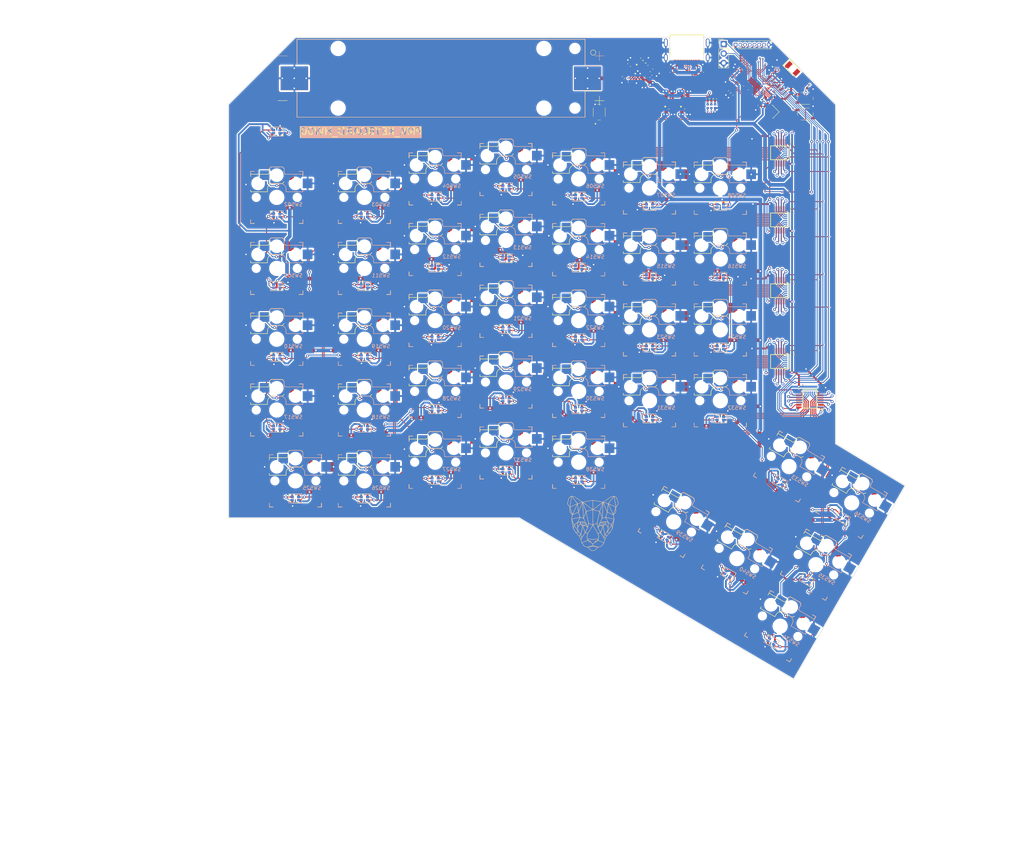
<source format=kicad_pcb>
(kicad_pcb (version 20221018) (generator pcbnew)
  (title_block (title "PMK_180mm") (date "2023-01-30") (rev "HW00"))
  (layers (0 "F.Cu" signal) (31 "B.Cu" signal) (34 "B.Paste" user) (35 "F.Paste" user) (36 "B.SilkS" user "B.Silkscreen") (37 "F.SilkS" user "F.Silkscreen") (38 "B.Mask" user) (39 "F.Mask" user) (44 "Edge.Cuts" user))
  (net 0 "")
  (net 1 "Net-(ANT401-A)")
  (net 2 "GND")
  (net 3 "+3V3")
  (net 4 "Net-(C401-Pad1)")
  (net 5 "/400- ESP32S2FH4S2/LNA_IN")
  (net 6 "/400- ESP32S2FH4S2/VDD_SPI")
  (net 7 "/400- ESP32S2FH4S2/EN")
  (net 8 "/200- 1S_Charger/BQ_PGOOD")
  (net 9 "/200- 1S_Charger/LED_PG")
  (net 10 "/200- 1S_Charger/BQ_CHG")
  (net 11 "/200- 1S_Charger/LED_CHG")
  (net 12 "Net-(U401-XTAL_N)")
  (net 13 "/400- ESP32S2FH4S2/IO15")
  (net 14 "/400- ESP32S2FH4S2/LED_NET")
  (net 15 "Net-(D601-DO)")
  (net 16 "Net-(D602-DO)")
  (net 17 "Net-(D603-DO)")
  (net 18 "Net-(D604-DO)")
  (net 19 "Net-(D605-DO)")
  (net 20 "Net-(D606-DO)")
  (net 21 "Net-(D607-DO)")
  (net 22 "Net-(D608-DO)")
  (net 23 "Net-(D609-DO)")
  (net 24 "Net-(D610-DO)")
  (net 25 "Net-(D611-DO)")
  (net 26 "/600- LEDs/LED_13_14")
  (net 27 "Net-(D612-DO)")
  (net 28 "Net-(D614-DO)")
  (net 29 "Net-(D615-DO)")
  (net 30 "Net-(D616-DO)")
  (net 31 "Net-(D617-DO)")
  (net 32 "Net-(D618-DO)")
  (net 33 "Net-(D619-DO)")
  (net 34 "Net-(D620-DO)")
  (net 35 "Net-(D621-DO)")
  (net 36 "Net-(D622-DO)")
  (net 37 "Net-(D623-DO)")
  (net 38 "Net-(D624-DO)")
  (net 39 "/600- LEDs/LED_26_27")
  (net 40 "Net-(D625-DO)")
  (net 41 "Net-(D627-DO)")
  (net 42 "Net-(D628-DO)")
  (net 43 "Net-(D629-DO)")
  (net 44 "Net-(D630-DO)")
  (net 45 "Net-(D631-DO)")
  (net 46 "Net-(D632-DO)")
  (net 47 "Net-(D633-DO)")
  (net 48 "Net-(D634-DO)")
  (net 49 "Net-(D635-DO)")
  (net 50 "Net-(D636-DO)")
  (net 51 "Net-(D637-DO)")
  (net 52 "Net-(D638-DO)")
  (net 53 "Net-(D639-DO)")
  (net 54 "/100- Connectors/CC2")
  (net 55 "/100- Connectors/CC1")
  (net 56 "/200- 1S_Charger/SYSOFF")
  (net 57 "/200- 1S_Charger/TMR")
  (net 58 "/200- 1S_Charger/ISET")
  (net 59 "/200- 1S_Charger/ILIM")
  (net 60 "/200- 1S_Charger/BQ_CE")
  (net 61 "unconnected-(D640-DO-Pad4)")
  (net 64 "/400- ESP32S2FH4S2/IO18")
  (net 65 "/400- ESP32S2FH4S2/IO46")
  (net 66 "/400- ESP32S2FH4S2/IO45")
  (net 67 "/500- Shift Register - Switch/5")
  (net 68 "/500- Shift Register - Switch/6")
  (net 69 "/500- Shift Register - Switch/7")
  (net 70 "/500- Shift Register - Switch/8")
  (net 71 "/500- Shift Register - Switch/1")
  (net 72 "/500- Shift Register - Switch/2")
  (net 73 "/500- Shift Register - Switch/3")
  (net 74 "/500- Shift Register - Switch/4")
  (net 75 "/500- Shift Register - Switch/13")
  (net 76 "/500- Shift Register - Switch/14")
  (net 77 "/500- Shift Register - Switch/15")
  (net 78 "/500- Shift Register - Switch/16")
  (net 79 "/500- Shift Register - Switch/9")
  (net 80 "/500- Shift Register - Switch/10")
  (net 81 "/500- Shift Register - Switch/11")
  (net 82 "/500- Shift Register - Switch/12")
  (net 83 "/500- Shift Register - Switch/21")
  (net 84 "/500- Shift Register - Switch/22")
  (net 85 "/500- Shift Register - Switch/23")
  (net 86 "/500- Shift Register - Switch/24")
  (net 87 "/500- Shift Register - Switch/17")
  (net 88 "/500- Shift Register - Switch/18")
  (net 89 "/500- Shift Register - Switch/19")
  (net 90 "/500- Shift Register - Switch/20")
  (net 91 "/500- Shift Register - Switch/29")
  (net 92 "/500- Shift Register - Switch/30")
  (net 93 "/500- Shift Register - Switch/31")
  (net 94 "/500- Shift Register - Switch/32")
  (net 95 "/500- Shift Register - Switch/25")
  (net 96 "/500- Shift Register - Switch/26")
  (net 97 "/500- Shift Register - Switch/27")
  (net 98 "/500- Shift Register - Switch/28")
  (net 99 "/500- Shift Register - Switch/33")
  (net 100 "VBUS")
  (net 101 "/500- Shift Register - Switch/34")
  (net 102 "/500- Shift Register - Switch/35")
  (net 103 "/500- Shift Register - Switch/36")
  (net 104 "/500- Shift Register - Switch/37")
  (net 105 "VDD")
  (net 106 "/500- Shift Register - Switch/38")
  (net 107 "/500- Shift Register - Switch/39")
  (net 108 "/500- Shift Register - Switch/40")
  (net 109 "/400- ESP32S2FH4S2/IO0")
  (net 110 "/200- 1S_Charger/BATTERY_TEMP")
  (net 111 "/300- Power/LED_EN")
  (net 112 "/400- ESP32S2FH4S2/IO1")
  (net 113 "/400- ESP32S2FH4S2/IO2")
  (net 114 "/400- ESP32S2FH4S2/IO3")
  (net 115 "/400- ESP32S2FH4S2/LED")
  (net 116 "/400- ESP32S2FH4S2/UP")
  (net 117 "/400- ESP32S2FH4S2/DOWN")
  (net 118 "/400- ESP32S2FH4S2/LEFT")
  (net 119 "/400- ESP32S2FH4S2/RIGHT")
  (net 120 "/400- ESP32S2FH4S2/BTN")
  (net 121 "/400- ESP32S2FH4S2/IO17")
  (net 122 "/100- Connectors/D-")
  (net 123 "/100- Connectors/D+")
  (net 124 "/400- ESP32S2FH4S2/IO16")
  (net 125 "/300- Power/PRIM_LDO_EN")
  (net 126 "Net-(U401-XTAL_P)")
  (net 137 "/400- ESP32S2FH4S2/IO40")
  (net 138 "/400- ESP32S2FH4S2/IO41")
  (net 139 "/400- ESP32S2FH4S2/IO42")
  (net 140 "/500- Shift Register - Switch/1-2")
  (net 141 "/500- Shift Register - Switch/2-3")
  (net 142 "/500- Shift Register - Switch/3-4")
  (net 143 "/500- Shift Register - Switch/4-5")
  (net 150 "/VSYS")
  (net 151 "/100- Connectors/VBAT")
  (net 152 "/400- ESP32S2FH4S2/LED_MOSI")
  (net 153 "/400- ESP32S2FH4S2/RX0")
  (net 154 "/400- ESP32S2FH4S2/TX0")
  (net 155 "/400- ESP32S2FH4S2/IO4")
  (net 156 "/400- ESP32S2FH4S2/IO33")
  (net 157 "/400- ESP32S2FH4S2/IO34")
  (net 158 "/400- ESP32S2FH4S2/IO35")
  (net 159 "/400- ESP32S2FH4S2/IO36")
  (net 160 "/400- ESP32S2FH4S2/IO37")
  (net 161 "/400- ESP32S2FH4S2/IO38")
  (net 162 "/400- ESP32S2FH4S2/PL")
  (net 163 "/400- ESP32S2FH4S2/SR_CLK")
  (net 164 "/400- ESP32S2FH4S2/SR_MISO")
  (net 165 "/400- ESP32S2FH4S2/SR_CS")
  (footprint "Capacitor_SMD:C_0603_1608Metric" (layer "F.Cu") (at 134.144202 19.048186 -135)
    (fp_text reference "C203" hide)
    (fp_text value "4u7")
  )
  (footprint "Component_lib:YF923_2020_WS2812_LED_DUALSIDE" (layer "F.Cu") (at 35 54.75)
    (fp_text reference "D607" hide)
    (fp_text value "YF923_2020_WS2812_LED")
  )
  (footprint "Component_lib:Kailh_socket_PG1350_reversible" (layer "F.Cu") (at 40 126 180)
    (fp_text reference "SW525" hide)
    (fp_text value "SW_Push")
  )
  (footprint "Component_lib:Kailh_socket_PG1350_reversible" (layer "F.Cu") (at 135 47.449999 180)
    (fp_text reference "SW507" hide)
    (fp_text value "SW_Push")
  )
  (footprint "Component_lib:YF923_2020_WS2812_LED_DUALSIDE" (layer "F.Cu") (at 77.5 106.75 180)
    (fp_text reference "D624" hide)
    (fp_text value "YF923_2020_WS2812_LED")
  )
  (footprint "Component_lib:LED_0402_1005Metric_DUALSIDE" (layer "F.Cu") (at 150.6 25.5 90)
    (fp_text reference "D202" hide)
    (fp_text value "LED")
  )
  (footprint "Capacitor_SMD:C_0201_0603Metric" (layer "F.Cu") (at 168.092993 18.941884 -45)
    (fp_text reference "C407" hide)
    (fp_text value "C")
  )
  (footprint "Component_lib:YF923_2020_WS2812_LED_DUALSIDE" (layer "F.Cu") (at 135 109.25 180)
    (fp_text reference "D627" hide)
    (fp_text value "YF923_2020_WS2812_LED")
  )
  (footprint "Component_lib:LED_0402_1005Metric_DUALSIDE" (layer "F.Cu") (at 151.6 25.5 90)
    (fp_text reference "D201" hide)
    (fp_text value "LED")
  )
  (footprint "Component_lib:SOP65P640X120-16N" (layer "F.Cu") (at 170 75 -90)
    (fp_text reference "U503" hide)
    (fp_text value "SN74HC165PWR" hide)
  )
  (footprint "Component_lib:Kailh_socket_PG1350_reversible" (layer "F.Cu") (at 96.5 80.5 180)
    (fp_text reference "SW521" hide)
    (fp_text value "SW_Push")
  )
  (footprint "Component_lib:Kailh_socket_PG1350_reversible" (layer "F.Cu") (at 135 85.5 180)
    (fp_text reference "SW523" hide)
    (fp_text value "SW_Push")
  )
  (footprint "Component_lib:YF923_2020_WS2812_LED_DUALSIDE" (layer "F.Cu") (at 35 73.75 180)
    (fp_text reference "D608" hide)
    (fp_text value "YF923_2020_WS2812_LED")
  )
  (footprint "Component_lib:Kailh_socket_PG1350_reversible" (layer "F.Cu") (at 116 45 180)
    (fp_text reference "SW506" hide)
    (fp_text value "SW_Push")
  )
  (footprint "Resistor_SMD:R_0402_1005Metric" (layer "F.Cu") (at 150.6 23.49 -90)
    (fp_text reference "R206" hide)
    (fp_text value "1k5")
  )
  (footprint "Component_lib:YF923_2020_WS2812_LED_DUALSIDE" (layer "F.Cu") (at 58.5 73.75 180)
    (fp_text reference "D609" hide)
    (fp_text value "YF923_2020_WS2812_LED")
  )
  (footprint "Component_lib:YF923_2020_WS2812_LED_DUALSIDE" (layer "F.Cu") (at 156.1 150.95 -30)
    (fp_text reference "D633" hide)
    (fp_text value "YF923_2020_WS2812_LED")
  )
  (footprint "Component_lib:Kailh_socket_PG1350_reversible" (layer "F.Cu") (at 116 121 180)
    (fp_text reference "SW538" hide)
    (fp_text value "SW_Push")
  )
  (footprint "Component_lib:SOP65P640X120-16N" (layer "F.Cu") (at 170 38 -90)
    (fp_text reference "U501" hide)
    (fp_text value "SN74HC165PWR" hide)
  )
  (footprint "Component_lib:YF923_2020_WS2812_LED_DUALSIDE" (layer "F.Cu") (at 154 52.25)
    (fp_text reference "D601" hide)
    (fp_text value "YF923_2020_WS2812_LED")
  )
  (footprint "Component_lib:SON40P120X120X60-7N-D" (layer "F.Cu") (at 144.45 24.655001 90)
    (fp_text reference "U301" hide)
    (fp_text value "MIC5528-3.3YMT-T5" hide)
  )
  (footprint "Component_lib:Kailh_socket_PG1350_reversible" (layer "F.Cu") (at 179.652406 148.5 150)
    (fp_text reference "SW535" hide)
    (fp_text value "SW_Push")
  )
  (footprint "Component_lib:Kailh_socket_PG1350_reversible" (layer "F.Cu") (at 141.491499 137.01 150)
    (fp_text reference "SW539" hide)
    (fp_text value "SW_Push")
  )
  (footprint "Component_lib:Kailh_socket_PG1350_reversible" (layer "F.Cu") (at 58.5 49.949999 180)
    (fp_text reference "SW503" hide)
    (fp_text value "SW_Push")
  )
  (footprint "Component_lib:Kailh_socket_PG1350_reversible" (layer "F.Cu") (at 135 66.5 180)
    (fp_text reference "SW515" hide)
    (fp_text value "SW_Push")
  )
  (footprint "Component_lib:YF923_2020_WS2812_LED_DUALSIDE" (layer "F.Cu") (at 35 32.3 180)
    (fp_text reference "D640" hide)
    (fp_text value "YF923_2020_WS2812_LED")
  )
  (footprint "Capacitor_SMD:C_0603_1608Metric" (layer "F.Cu") (at 144.45 26.75)
    (fp_text reference "C302" hide)
    (fp_text value "2u2")
  )
  (footprint "Inductor_SMD:L_0201_0603Metric" (layer "F.Cu") (at 168.658679 17.951934 -135)
    (fp_text reference "L401" hide)
    (fp_text value "L")
  )
  (footprint "Component_lib:YF923_2020_WS2812_LED_DUALSIDE" (layer "F.Cu") (at 154 90.25)
    (fp_text reference "D615" hide)
    (fp_text value "YF923_2020_WS2812_LED")
  )
  (footprint "Component_lib:Kailh_socket_PG1350_reversible" (layer "F.Cu") (at 77.5 45 180)
    (fp_text reference "SW504" hide)
    (fp_text value "SW_Push")
  )
  (footprint "Component_lib:Kailh_socket_PG1350_reversible" (layer "F.Cu") (at 154 85.5 180)
    (fp_text reference "SW524" hide)
    (fp_text value "SW_Push")
  )
  (footprint "Component_lib:Kailh_socket_PG1350_reversible" (layer "F.Cu") (at 116 83 180)
    (fp_text reference "SW522" hide)
    (fp_text value "SW_Push")
  )
  (footprint "Component_lib:YF923_2020_WS2812_LED_DUALSIDE" (layer "F.Cu") (at 77.5 87.75)
    (fp_text reference "D619" hide)
    (fp_text value "YF923_2020_WS2812_LED")
  )
  (footprint "Component_lib:YF923_2020_WS2812_LED_DUALSIDE" (layer "F.Cu") (at 77.5 125.75)
    (fp_text reference "D637" hide)
    (fp_text value "YF923_2020_WS2812_LED")
  )
  (footprint "Capacitor_SMD:C_0603_1608Metric" (layer "F.Cu") (at 140.224999 22.5)
    (fp_text reference "C303" hide)
    (fp_text value "2u2")
  )
  (footprint "Component_lib:Kailh_socket_PG1350_reversible" (layer "F.Cu") (at 58.5 107 180)
    (fp_text reference "SW518" hide)
    (fp_text value "SW_Push")
  )
  (footprint "Component_lib:LED_0402_1005Metric_DUALSIDE" (layer "F.Cu") (at 152.6 25.5 90)
    (fp_text reference "D401" hide)
    (fp_text value "LED")
  )
  (footprint "Component_lib:YF923_2020_WS2812_LED_DUALSIDE" (layer "F.Cu") (at 170.05 126.25 150)
    (fp_text reference "D629" hide)
    (fp_text value "YF923_2020_WS2812_LED")
  )
  (footprint "Component_lib:Kailh_socket_PG1350_reversible" (layer "F.Cu") (at 189.25 131.9 150)
    (fp_text reference "SW536" hide)
    (fp_text value "SW_Push")
  )
  (footprint "Resistor_SMD:R_0402_1005Metric" (layer "F.Cu") (at 127.957017 17.81075 -135)
    (fp_text reference "R207" hide)
    (fp_text value "100k")
  )
  (footprint "Component_lib:USB4510031A" (layer "F.Cu") (at 145 9.6 180)
    (fp_text reference "J101" hide)
    (fp_text value "USB4510-03-1-A" hide)
  )
  (footprint "Component_lib:YF923_2020_WS2812_LED_DUALSIDE" (layer "F.Cu") (at 58.5 92.75)
    (fp_text reference "D620" hide)
    (fp_text value "YF923_2020_WS2812_LED")
  )
  (footprint "Resistor_SMD:R_0201_0603Metric" (layer "F.Cu") (at 142.5 15.7 -135)
    (fp_text reference "R101" hide)
    (fp_text value "5.1k")
  )
  (footprint "Component_lib:YF923_2020_WS2812_LED_DUALSIDE" (layer "F.Cu") (at 35 92.75)
    (fp_text reference "D621" hide)
    (fp_text value "YF923_2020_WS2812_LED")
  )
  (footprint "Component_lib:YF923_2020_WS2812_LED_DUALSIDE" (layer "F.Cu") (at 96.5 123.25)
    (fp_text reference "D636" hide)
    (fp_text value "YF923_2020_WS2812_LED")
  )
  (footprint "Capacitor_SMD:C_0201_0603Metric" (layer "F.Cu") (at 169.648628 17.386249 -45)
    (fp_text reference "C406" hide)
    (fp_text value "C")
  )
  (footprint "Component_lib:Kailh_socket_PG1350_reversible" (layer "F.Cu") (at 170.051499 165 150)
    (fp_text reference "SW534" hide)
    (fp_text value "SW_Push")
  )
  (footprint "Capacitor_SMD:C_0402_1005Metric" (layer "F.Cu") (at 165.900962 23.962342 -135)
    (fp_text reference "C405" hide)
    (fp_text value "100n")
  )
  (footprint "Capacitor_SMD:C_0402_1005Metric" (layer "F.Cu") (at 168 16.3 90)
    (fp_text reference "C410" hide)
    (fp_text value "1u")
  )
  (footprint "Component_lib:Kailh_socket_PG1350_reversible" (layer "F.Cu") (at 77.5 102 180)
    (fp_text reference "SW528" hide)
    (fp_text value "SW_Push")
  )
  (footprint "Component_lib:Kailh_socket_PG1350_reversible" (layer "F.Cu") (at 77.5 83 180)
    (fp_text reference "SW520" hide)
    (fp_text value "SW_Push")
  )
  (footprint "Component_lib:YF923_2020_WS2812_LED_DUALSIDE" (layer "F.Cu") (at 40 130.75)
    (fp_text reference "D639" hide)
    (fp_text value "YF923_2020_WS2812_LED")
  )
  (footprint "Component_lib:YF923_2020_WS2812_LED_DUALSIDE" (layer "F.Cu") (at 139.15 141.05 -30)
    (fp_text reference "D634" hide)
    (fp_text value "YF923_2020_WS2812_LED")
  )
  (footprint "Component_lib:Kailh_socket_PG1350_reversible" (layer "F.Cu") (at 96.5 118.5 180)
    (fp_text reference "SW537" hide)
    (fp_text value "SW_Push")
  )
  (footprint "Capacitor_SMD:C_0603_1608Metric" (layer "F.Cu") (at 140.225 26.75)
    (fp_text reference "C304" hide)
    (fp_text value "2u2")
  )
  (footprint "Resistor_SMD:R_0201_0603Metric" (layer "F.Cu") (at 147.5 15.7 -45)
    (fp_text reference "R102" hide)
    (fp_text value "5.1k")
  )
  (footprint "Component_lib:Kailh_socket_PG1350_reversible" (layer "F.Cu") (at 58.5 88 180)
    (fp_text reference "SW519" hide)
    (fp_text value "SW_Push")
  )
  (footprint "Component_lib:Kailh_socket_PG1350_reversible" (layer "F.Cu") (at 35 107 180)
    (fp_text reference "SW517" hide)
    (fp_text value "SW_Push")
  )
  (footprint "Component_lib:puma_logo_14mm" (layer "F.Cu") (at 119.8 137.4)
    (fp_text reference "G***" hide)
    (fp_text value "LOGO" hide)
  )
  (footprint "Component_lib:YF923_2020_WS2812_LED_DUALSIDE" (layer "F.Cu") (at 58.5 54.75)
    (fp_text reference "D606" hide)
    (fp_text value "YF923_2020_WS2812_LED")
  )
  (footprint "Resistor_SMD:R_0402_1005Metric" (layer "F.Cu") (at 151.6 23.5 -90)
    (fp_text reference "R205" hide)
    (fp_text value "1k5")
  )
  (footprint "Capacitor_SMD:C_0402_1005Metric" (layer "F.Cu") (at 164.345327 25.517977 -135)
    (fp_text reference "C403" hide)
    (fp_text value "100n")
  )
  (footprint "Capacitor_SMD:C_0603_1608Metric" (layer "F.Cu") (at 135.558415 15.866206 -45)
    (fp_text reference "C202" hide)
    (fp_text value "1u")
  )
  (footprint "Capacitor_SMD:C_0603_1608Metric" (layer "F.Cu") (at 169.2 15 90)
    (fp_text reference "C409" hide)
    (fp_text value "10u")
  )
  (footprint "Component_lib:YF923_2020_WS2812_LED_DUALSIDE" (layer "F.Cu") (at 177.3 152.55 150)
    (fp_text reference "D631" hide)
    (fp_text value "YF923_2020_WS2812_LED")
  )
  (footprint "Component_lib:SKRPABE010" (layer "F.Cu") (at 176.8 27.6)
    (fp_text reference "S402" hide)
    (fp_text value "SKRPABE010" hide)
  )
  (footprint "Component_lib:YF923_2020_WS2812_LED_DUALSIDE" (layer "F.Cu") (at 154 109.25 180)
    (fp_text reference "D628" hide)
    (fp_text value "YF923_2020_WS2812_LED")
  )
  (footprint "Component_lib:YF923_2020_WS2812_LED_DUALSIDE" (layer "F.Cu") (at 116 106.75 180)
    (fp_text reference "D626" hide)
    (fp_text value "YF923_2020_WS2812_LED")
  )
  (footprint "Capacitor_SMD:C_0402_1005Metric" (layer "F.Cu") (at 156.425731 21.558179 -135)
    (fp_text reference "C413" hide)
    (fp_text value "1u")
  )
  (footprint "Resistor_SMD:R_0402_1005Metric" (layer "F.Cu") (at 133.613872 13.568109 45)
    (fp_text reference "R201" hide)
    (fp_text value "0")
  )
  (footprint "Component_lib:Kailh_socket_PG1350_reversible" (layer "F.Cu") (at 96.5 42.5 180)
    (fp_text reference "SW505" hide)
    (fp_text value "SW_Push")
  )
  (footprint "Component_lib:Kailh_socket_PG1350_reversible" (layer "F.Cu") (at 96.5 61.5 180)
    (fp_text reference "SW513" hide)
    (fp_text value "SW_Push")
  )
  (footprint "Component_lib:YF923_2020_WS2812_LED_DUALSIDE" (layer "F.Cu") (at 58.5 111.75 180)
    (fp_text reference "D623" hide)
    (fp_text value "YF923_2020_WS2812_LED")
  )
  (footprint "Component_lib:SKRPABE010" (layer "F.Cu") (at 121.5 27.1 90)
    (fp_text reference "SW501" hide)
    (fp_text value "SW_Push" hide)
  )
  (footprint "Capacitor_SMD:C_0201_0603Metric" (layer "F.Cu") (at 166.820201 28.134272 -45)
    (fp_text reference "C402" hide)
    (fp_text value "15p")
  )
  (footprint "Component_lib:Kailh_socket_PG1350_reversible" (layer "F.Cu") (at 58.5 69 180)
    (fp_text reference "SW511" hide)
    (fp_text value "SW_Push")
  )
  (footprint "Component_lib:SOP65P640X120-16N" (layer "F.Cu") (at 170 94 -90)
    (fp_text reference "U504" hide)
    (fp_text value "SN74HC165PWR" hide)
  )
  (footprint "Component_lib:Kailh_socket_PG1350_reversible" (layer "F.Cu") (at 154 47.5 180)
    (fp_text reference "SW508" hide)
    (fp_text value "SW_Push")
  )
  (footprint "TestPoint:TestPoint_Pad_D1.0mm" (layer "F.Cu") (at 119.9 11.1)
    (fp_text reference "TP201" hide)
    (fp_text value "TestPoint")
  )
  (footprint "Resistor_SMD:R_0402_1005Metric" (layer "F.Cu") (at 135.395781 17.471338 135)
    (fp_text reference "R204" hide)
    (fp_text value "1k1")
  )
  (footprint "Component_lib:SOP65P640X120-16N" (layer "F.Cu") (at 178 104 180)
    (fp_text reference "U505" hide)
    (fp_text value "SN74HC165PWR" hide)
  )
  (footprint "Component_lib:Kailh_socket_PG1350_reversible" (layer "F.Cu") (at 154 66.5 180)
    (fp_text reference "SW516" hide)
    (fp_text value "SW_Push")
  )
  (footprint "Component_lib:BatteryHolder_Keystone_1042_1x18650_DUALSIDE" (layer "F.Cu") (at 79.07 18 180)
    (fp_text reference "BT101" hide)
    (fp_text value "Battery_Cell")
  )
  (footprint "Component_lib:Kailh_socket_PG1350_reversible" (layer "F.Cu") (at 35 69 180)
    (fp_text reference "SW509" hide)
    (fp_text value "SW_Push")
  )
  (footprint "Component_lib:Kailh_socket_PG1350_reversible" (layer "F.Cu") (at 172.43 122.17 150)
    (fp_text reference "SW533" hide)
    (fp_text value "SW_Push")
  )
  (footprint "Component_lib:YF923_2020_WS2812_LED_DUALSIDE" (layer "F.Cu") (at 96.5 85.25)
    (fp_text reference "D618" hide)
    (fp_text value "YF923_2020_WS2812_LED")
  )
  (footprint "Component_lib:Crystal_SMD_2016-4Pin_2.0x1.6mm" (layer "F.Cu") (at 168.030837 26.881581 135)
    (fp_text reference "Y601" hide)
    (fp_text value "Crystal_GND24_Small")
  )
  (footprint "Capacitor_SMD:C_0603_1608Metric" (layer "F.Cu") (at 129.548008 14.451992 45)
    (fp_text reference "C201" hide)
    (fp_text value "4u7")
  )
  (footprint "Component_lib:YF923_2020_WS2812_LED_DUALSIDE" (layer "F.Cu") (at 116 125.75)
    (fp_text reference "D635" hide)
    (fp_text value "YF923_2020_WS2812_LED")
  )
  (footprint "Component_lib:YF923_2020_WS2812_LED_DUALSIDE" (layer "F.Cu") (at 77.5 49.75)
    (fp_text reference "D605" hide)
    (fp_text value "YF923_2020_WS2812_LED")
  )
  (footprint "Capacitor_SMD:C_0603_1608Metric" (layer "F.Cu") (at 144.45 22.500001)
    (fp_text reference "C301" hide)
    (fp_text value "2u2")
  )
  (footprint "Resistor_SMD:R_0201_0603Metric" (layer "F.Cu") (at 158.264209 16.325589 -45)
    (fp_text reference "R404" hide)
    (fp_text value "10k")
  )
  (footprint "Component_lib:YF923_2020_WS2812_LED_DUALSIDE" (layer "F.Cu") (at 35 111.75 180)
    (fp_text reference "D622" hide)
    (fp_text value "YF923_2020_WS2812_LED")
  )
  (footprint "Resistor_SMD:R_0402_1005Metric" (layer "F.Cu") (at 134.320978 14.275216 45)
    (fp_text reference "R202" hide)
    (fp_text value "36k5")
  )
  (footprint "Capacitor_SMD:C_0402_1005Metric" (layer "F.Cu") (at 167.1 17.1 90)
    (fp_text reference "C411" hide)
    (fp_text value "100n")
  )
  (footprint "Component_lib:YF923_2020_WS2812_LED_DUALSIDE" (layer "F.Cu") (at 167.75 169.1 -30)
    (fp_text reference "D632" hide)
    (fp_text value "YF923_2020_WS2812_LED")
  )
  (footprint "Component_lib:YF923_2020_WS2812_LED_DUALSIDE" (layer "F.Cu") (at 116 68.75 180)
    (fp_text reference "D612" hide)
    (fp_text value "YF923_2020_WS2812_LED")
  )
  (footprint "Component_lib:Kailh_socket_PG1350_reversible" (layer "F.Cu") (at 135 104.5 180)
    (fp_text reference "SW531" hide)
    (fp_text value "SW_Push")
  )
  (footprint "Capacitor_SMD:C_0402_1005Metric" (layer "F.Cu") (at 169.719339 20.709651 -45)
    (fp_text reference "C408" hide)
    (fp_text value "100n")
  )
  (footprint "Connector_PinHeader_1.27mm:PinHeader_1x08_P1.27mm_Vertical" (layer "F.Cu") (at 158.09 9 90)
    (fp_text reference "J401" hide)
    (fp_text value "Conn_01x08_Female")
  )
  (footprint "Component_lib:YF923_2020_WS2812_LED_DUALSIDE" (layer "F.Cu") (at 135 90.25)
    (fp_text reference "D616" hide)
    (fp_text value "YF923_2020_WS2812_LED")
  )
  (footprint "Component_lib:Kailh_socket_PG1350_reversible" (layer "F.Cu") (at 35 49.949999 180)
    (fp_text reference "SW502" hide)
    (fp_text value "SW_Push")
  )
  (footprint "Resistor_SMD:R_0402_1005Metric" (layer "F.Cu") (at 132.906765 12.861002 45)
    (fp_text reference "R203" hide)
    (fp_text value "590")
  )
  (footprint "Component_lib:Kailh_socket_PG1350_reversible" (layer "F.Cu") (at 116 64 180)
    (fp_text reference "SW514" hide)
    (fp_text value "SW_Push")
  )
  (footprint "Component_lib:Kailh_socket_PG1350_reversible" (layer "F.Cu") (at 158.45 146.86 150)
    (fp_text reference "SW540" hide)
    (fp_text value "SW_Push")
  )
  (footprint "Capacitor_SMD:C_0402_1005Metric" (layer "F.Cu") (at 158.971316 15.335639 135)
    (fp_text reference "C415" hide)
    (fp_text value "100n")
  )
  (footprint "Capacitor_SMD:C_0402_1005Metric" (layer "F.Cu") (at 157.132838 22.265286 -135)
    (fp_text reference "C412" hide)
    (fp_text value "100n")
  )
  (footprint "Component_lib:SKRPABE010" (layer "F.Cu") (at 176.8 23.4)
    (fp_text reference "S401" hide)
    (fp_text value "SKRPABE010" hide)
  )
  (footprint "Component_lib:YF923_2020_WS2812_LED_DUALSIDE" (layer "F.Cu") (at 135 52.25)
    (fp_text reference "D602" hide)
    (fp_text value "YF923_2020_WS2812_LED")
  )
  (footprint "Component_lib:Kailh_socket_PG1350_reversible" (layer "F.Cu") (at 77.5 121 180)
    (fp_text reference "SW527" hide)
    (fp_text value "SW_Push")
  )
  (footprint "Connector_PinHeader_2.54mm:PinHeader_1x03_P2.54mm_Vertical" (layer "F.Cu") (at 154.9 8.820001)
    (fp_text reference "J402" hide)
    (fp_text value "Conn_01x03_Socket")
  )
  (footprint "Component_lib:QFN50P300X300X100-17N-D" (layer "F.Cu") (at 131.846105 16.750089 -45)
    (fp_text reference "U201" hide)
    (fp_text value "BQ24075RGTR" hide)
  )
  (footprint "Component_lib:YF923_2020_WS2812_LED_DUALSIDE" (layer "F.Cu") (at 154 71.25 180)
    (fp_text reference "D614" hide)
    (fp_text value "YF923_2020_WS2812_LED")
  )
  (footprint "Component_lib:ANTC3216X140N" (layer "F.Cu") (at 173.4 15.4 -45)
    (fp_text reference "ANT401" hide)
    (fp_text value "2450AT18A100E" hide)
  )
  (footprint "Resistor_SMD:R_0201_0603Metric" (layer "F.Cu") (at 144.574999 20.5)
    (fp_text reference "R301" hide)
    (fp_text value "0k")
  )
  (footprint "Component_lib:Kailh_socket_PG1350_reversible" (layer "F.Cu") (at 96.5 99.5 180)
    (fp_text reference "SW529" hide)
    (fp_text value "SW_Push")
  )
  (footprint "Component_lib:Kailh_socket_PG1350_reversible" (layer "F.Cu") (at 116 102 180)
    (fp_text reference "SW530" hide)
    (fp_text value "SW_Push")
  )
  (footprint "Capacitor_SMD:C_0201_0603Metric" (layer "F.Cu") (at 169.351643 28.148414 -135)
    (fp_text reference "C401" hide)
    (fp_text value "15p")
  )
  (footprint "Component_lib:pmk-v1-noFN_180mm" (layer "F.Cu") (at 110.815277 104.868452)
    (fp_text reference "G***" hide)
    (fp_text value "LOGO" hide)
  )
  (footprint "Component_lib:YF923_2020_WS2812_LED_DUALSIDE" (layer "F.Cu") (at 58.5 130.75)
    (fp_text reference "D638" hide)
    (fp_text value "YF923_2020_WS2812_LED")
  )
  (footprint "Component_lib:YF923_2020_WS2812_LED_DUALSIDE" (layer "F.Cu") (at 116 87.75)
    (fp_text reference "D617" hide)
    (fp_text value "YF923_2020_WS2812_LED")
  )
  (footprint "Component_lib:QFN40P700X700X90-57N-D" (layer "F.Cu") (at 162.648271 20.143965 -135)
    (fp_text reference "U401" hide)
    (fp_text value "ESP32-S2FH4" hide)
  )
  (footprint "Component_lib:SOP65P640X120-16N" (layer "F.Cu") (at 170 56 -90)
    (fp_text reference "U502" hide)
    (fp_text value "SN74HC165PWR" hide)
  )
  (footprint "Component_lib:Kailh_socket_PG1350_reversible" (layer "F.Cu") (at 154 104.5 180)
    (fp_text reference "SW532" hide)
    (fp_text value "SW_Push")
  )
  (footprint "Component_lib:YF923_2020_WS2812_LED_DUALSIDE" (layer "F.Cu") (at 77.5 68.75 180)
    (fp_text reference "D610" hide)
    (fp_text value "YF923_2020_WS2812_LED")
  )
  (footprint "Resistor_SMD:R_0201_0603Metric" (layer "F.Cu") (at 169.295075 25.659398 135)
    (fp_text reference "R401" hide)
    (fp_text value "0")
  )
  (footprint "Component_lib:YF923_2020_WS2812_LED_DUALSIDE" (layer "F.Cu") (at 135 71.25 180)
    (fp_text reference "D613" hide)
    (fp_text value "YF923_2020_WS2812_LED")
  )
  (footprint "Component_lib:YF923_2020_WS2812_LED_DUALSIDE" (layer "F.Cu") (at 96.5 66.25 180)
    (fp_text reference "D611" hide)
    (fp_text value "YF923_2020_WS2812_LED")
  )
  (footprint "Resistor_SMD:R_0201_0603Metric" (layer "F.Cu") (at 176.8 19.6 180)
    (fp_text reference "R403" hide)
    (fp_text value "10k")
  )
  (footprint "Component_lib:Kailh_socket_PG1350_reversible" (layer "F.Cu") (at 77.5 63.949999 180)
    (fp_text reference "SW512" hide)
    (fp_text value "SW_Push")
  )
  (footprint "Capacitor_SMD:C_0402_1005Metric" (layer "F.Cu") (at 156.708574 18.729752 -135)
    (fp_text reference "C416" hide)
    (fp_text value "100n")
  )
  (footprint "Component_lib:YF923_2020_WS2812_LED_DUALSIDE" (layer "F.Cu") (at 96.5 104.25 180)
    (fp_text reference "D625" hide)
    (fp_text value "YF923_2020_WS2812_LED")
  )
  (footprint "Resistor_SMD:R_0402_1005Metric" (layer "F.Cu") (at 152.6 23.5 -90)
    (fp_text reference "R402" hide)
    (fp_text value "2k")
  )
  (footprint "Component_lib:Kailh_socket_PG1350_reversible" (layer "F.Cu") (at 35 88 180)
    (fp_text reference "SW510" hide)
    (fp_text value "SW_Push")
  )
  (footprint "Capacitor_SMD:C_0402_1005Metric" (layer "F.Cu") (at 176.8 20.6)
    (fp_text reference "C414" hide)
    (fp_text value "100n")
  )
  (footprint "Capacitor_SMD:C_0402_1005Metric" (layer "F.Cu") (at 167.951572 21.911732 45)
    (fp_text reference "C404" hide)
    (fp_text value "100n")
  )
  (footprint "Component_lib:Kailh_socket_PG1350_reversible" (layer "F.Cu") (at 58.5 126 180)
    (fp_text reference "SW526" hide)
    (fp_text value "SW_Push")
  )
  (footprint "Component_lib:YF923_2020_WS2812_LED_DUALSIDE" (layer "F.Cu") (at 116 49.75)
    (fp_text reference "D603" hide)
    (fp_text value "YF923_2020_WS2812_LED")
  )
  (footprint "Component_lib:YF923_2020_WS2812_LED_DUALSIDE" (layer "F.Cu") (at 186.85 135.95 150)
    (fp_text reference "D630" hide)
    (fp_text value "YF923_2020_WS2812_LED")
  )
  (footprint "Component_lib:YF923_2020_WS2812_LED_DUALSIDE" (layer "F.Cu") (at 96.5 47.25)
    (fp_text reference "D604" hide)
    (fp_text value "YF923_2020_WS2812_LED")
  )
  (footprint "Component_lib:SON40P120X120X60-7N-D" (layer "F.Cu") (at 140.225 24.65 90)
    (fp_text reference "U302" hide)
    (fp_text value "MIC5528-3.3YMT-T5" hide)
  )
  (footprint "Resistor_SMD:R_0201_0603Metric" (layer "B.Cu") (at 165.978266 23.456048 135)
    (fp_text reference "R406" hide)
    (fp_text value "nu")
  )
  (footprint "Component_lib:EXB2HV_1" (layer "B.Cu") (at 172.5 75 -90)
    (fp_text reference "RN503" hide)
    (fp_text value "EXB-2HV103JV" hide)
  )
  (footprint "Component_lib:puma_logo_14mm" (layer "B.Cu") (at 119.8 137.4 180)
    (fp_text reference "G***" hide)
    (fp_text value "LOGO" hide)
  )
  (footprint "Component_lib:EXB2HV_1" (layer "B.Cu") (at 172.5 55.9 -90)
    (fp_text reference "RN502" hide)
    (fp_text value "EXB-2HV103JV" hide)
  )
  (footprint "Resistor_SMD:R_0201_0603Metric" (layer "B.Cu") (at 165.4 24 -45)
    (fp_text reference "R408" hide)
    (fp_text value "nu")
  )
  (footprint "Component_lib:EXB2HV_1" (layer "B.Cu") (at 172.5 38 -90)
    (fp_text reference "RN501" hide)
    (fp_text value "EXB-2HV103JV" hide)
  )
  (footprint "Resistor_SMD:R_0201_0603Metric" (layer "B.Cu") (at 167.9 21.3 -45)
    (fp_text reference "R407" hide)
    (fp_text value "nu")
  )
  (footprint "Resistor_SMD:R_0201_0603Metric" (layer "B.Cu") (at 167.3 21.9 135)
    (fp_text reference "R405" hide)
    (fp_text value "nu")
  )
  (footprint "Component_lib:EXB2HV_1" (layer "B.Cu") (at 178 101.5)
    (fp_text reference "RN505" hide)
    (fp_text value "EXB-2HV103JV" hide)
  )
  (footprint "Component_lib:EXB2HV_1" (layer "B.Cu") (at 172.5 94 -90)
    (fp_text reference "RN504" hide)
    (fp_text value "EXB-2HV103JV" hide)
  )
  (gr_poly (pts (xy 185 116) (xy 203.648176 127.282333) (xy 173.713538 179.271592) (xy 100 136) (xy 22 136) (xy 22 25) (xy 40 7) (xy 140.4 7) (xy 140.4 13) (xy 149.6 13) (xy 149.6 7) (xy 167 7) (xy 185 25)) (stroke (width 0.1)) (fill none) (layer "Edge.Cuts"))
  (gr_text "PMK_KEYBOARD_HW00" (at 73.95 33.5) (layer "B.SilkS" knockout) (effects (font (size 2 2)) (justify left bottom mirror)))
  (gr_text "PMK_KEYBOARD_HW00" (at 41.15 33.5) (layer "F.SilkS" knockout) (effects (font (size 2 2)) (justify left bottom)))
  (segment (start 168.884953 17.697376) (end 169.422354 17.159975) (width 0.2) (layer "F.Cu") (net 1))
  (segment (start 169.422354 17.159975) (end 171.591164 14.991164) (width 0.2) (layer "F.Cu") (net 1))
  (segment (start 168.884953 17.72566) (end 168.884953 17.697376) (width 0.2) (layer "F.Cu") (net 1))
  (segment (start 172.374695 14.374695) (end 172.207633 14.374695) (width 0.5) (layer "F.Cu") (net 1))
  (segment (start 172.207633 14.374695) (end 171.591164 14.991164) (width 0.5) (layer "F.Cu") (net 1))
  (segment (start 169.2 14.225) (end 168.675 14.225) (width 0.5) (layer "F.Cu") (net 2))
  (segment (start 182 101) (end 177 96) (width 0.5) (layer "F.Cu") (net 2))
  (segment (start 131.846105 17.810749) (end 131.846105 16.750089) (width 0.25) (layer "F.Cu") (net 2))
  (segment (start 133.596194 19.596194) (end 133.176435 20.015953) (width 1) (layer "F.Cu") (net 2))
  (segment (start 59.35 73.34) (end 60.41 73.34) (width 0.5) (layer "F.Cu") (net 2))
  (segment (start 136.106423 16.414214) (end 137.314214 16.414214) (width 1) (layer "F.Cu") (net 2))
  (segment (start 136.468038 17.831962) (end 136.9 17.4) (width 0.25) (layer "F.Cu") (net 2))
  (segment (start 168.319267 19.168158) (end 169.131842 19.168158) (width 0.25) (layer "F.Cu") (net 2))
  (segment (start 133.176435 20.015953) (end 133.176435 20.5) (width 1) (layer "F.Cu") (net 2))
  (segment (start 134.7 12.5) (end 134.7 13.896194) (width 0.25) (layer "F.Cu") (net 2))
  (segment (start 166.788878 169.01007) (end 166.788878 169.711122) (width 0.5) (layer "F.Cu") (net 2))
  (segment (start 156.2 23.2) (end 156.2 23.198124) (width 0.5) (layer "F.Cu") (net 2))
  (segment (start 115.15 126.16) (end 115.15 127.35) (width 0.5) (layer "F.Cu") (net 2))
  (segment (start 152.6 27) (end 152.6 25.985) (width 0.2) (layer "F.Cu") (net 2))
  (segment (start 115.15 51.1) (end 114.5 51.75) (width 0.5) (layer "F.Cu") (net 2))
  (segment (start 116.85 105.9) (end 118 104.75) (width 0.5) (layer "F.Cu") (net 2))
  (segment (start 154.85 70.84) (end 158.34 70.84) (width 0.5) (layer "F.Cu") (net 2))
  (segment (start 167.25 33.5) (end 163.25 33.5) (width 0.5) (layer "F.Cu") (net 2))
  (segment (start 115.15 127.35) (end 114.75 127.75) (width 0.5) (layer "F.Cu") (net 2))
  (segment (start 39.15 131.16) (end 39.15 132.65) (width 0.5) (layer "F.Cu") (net 2))
  (segment (start 35.85 110.9) (end 36.75 110) (width 0.5) (layer "F.Cu") (net 2))
  (segment (start 135.756405 17.831962) (end 136.468038 17.831962) (width 0.25) (layer "F.Cu") (net 2))
  (segment (start 168 15.82) (end 168 14.9) (width 0.5) (layer "F.Cu") (net 2))
  (segment (start 168.1 27.802367) (end 168.136903 27.765464) (width 0.2) (layer "F.Cu") (net 2))
  (segment (start 178.875 25.525) (end 178.9 25.5) (width 0.25) (layer "F.Cu") (net 2))
  (segment (start 167.725 53.062) (end 167.725 52.225) (width 0.25) (layer "F.Cu") (net 2))
  (segment (start 139.06 70.81) (end 139.06 70.8495) (width 0.5) (layer "F.Cu") (net 2))
  (segment (start 76.65 127.6) (end 76.5 127.75) (width 0.5) (layer "F.Cu") (net 2))
  (segment (start 170.999375 126.31993) (end 172.18007 126.31993) (width 0.5) (layer "F.Cu") (net 2))
  (segment (start 166.25 90.5) (end 162.5 90.5) (width 0.5) (layer "F.Cu") (net 2))
  (segment (start 57.65 132.6) (end 57.5 132.75) (width 0.5) (layer "F.Cu") (net 2))
  (segment (start 177.28 20.6) (end 178.6 20.6) (width 0.25) (layer "F.Cu") (net 2))
  (segment (start 138.208878 141.00007) (end 138.208878 141.041122) (width 0.5) (layer "F.Cu") (net 2))
  (segment (start 78.35 105.15) (end 78.5 105) (width 0.5) (layer "F.Cu") (net 2))
  (segment (start 141.8 16.4) (end 142.273726 15.926274) (width 0.25) (layer "F.Cu") (net 2))
  (segment (start 129.3 18.94264) (end 130.608668 17.633972) (width 0.25) (layer "F.Cu") (net 2))
  (segment (start 165.561551 24.361551) (end 165.7 24.5) (width 0.5) (layer "F.Cu") (net 2))
  (segment (start 167.725 70.975) (end 167.25 70.5) (width 0.25) (layer "F.Cu") (net 2))
  (segment (start 95.65 47.66) (end 95.65 48.85) (width 0.5) (layer "F.Cu") (net 2))
  (segment (start 169.2 14.225) (end 169.2 13.1) (width 0.5) (layer "F.Cu") (net 2))
  (segment (start 156.2 23.2) (end 155.5 22.5) (width 0.5) (layer "F.Cu") (net 2))
  (segment (start 130.096016 12.696016) (end 129.9 12.5) (width 1) (layer "F.Cu") (net 2))
  (segment (start 149.55 16.4) (end 148.2 16.4) (width 0.25) (layer "F.Cu") (net 2))
  (segment (start 129.9 12.5) (end 129.8 12.5) (width 1) (layer "F.Cu") (net 2))
  (segment (start 156.3 19) (end 156.369163 19.069163) (width 0.5) (layer "F.Cu") (net 2))
  (segment (start 135.85 108.4) (end 137 107.25) (width 0.5) (layer "F.Cu") (net 2))
  (segment (start 167.725 72.062) (end 167.725 70.975) (width 0.25) (layer "F.Cu") (net 2))
  (segment (start 189.73007 136.01993) (end 190.25 135.5) (width 0.5) (layer "F.Cu") (net 2))
  (segment (start 97.35 103.84) (end 97.35 103.4) (width 0.5) (layer "F.Cu") (net 2))
  (segment (start 155.5 22.5) (end 155.5 22.48391) (width 0.5) (layer "F.Cu") (net 2))
  (segment (start 167.725 91.062) (end 167.725 89.975) (width 0.25) (layer "F.Cu") (net 2))
  (segment (start 35.85 111.34) (end 35.85 110.9) (width 0.5) (layer "F.Cu") (net 2))
  (segment (start 132.5 53.25) (end 131.75 53.25) (width 0.5) (layer "F.Cu") (net 2))
  (segment (start 127.6 18.174981) (end 127.596393 18.171374) (width 0.25) (layer "F.Cu") (net 2))
  (segment (start 76.65 50.16) (end 76.65 51.6) (width 0.5) (layer "F.Cu") (net 2))
  (segment (start 78.66 68.34) (end 79 68) (width 0.5) (layer "F.Cu") (net 2))
  (segment (start 169.874902 17.612523) (end 169.912523 17.612523) (width 0.25) (layer "F.Cu") (net 2))
  (segment (start 167.1 16.62) (end 167.1 15.8) (width 0.5) (layer "F.Cu") (net 2))
  (segment (start 117.75 68) (end 120 68) (width 0.5) (layer "F.Cu") (net 2))
  (segment (start 79 68) (end 81.25 68) (width 0.5) (layer "F.Cu") (net 2))
  (segment (start 155.4 19) (end 156.3 19) (width 0.5) (layer "F.Cu") (net 2))
  (segment (start 116.85 68.34) (end 117.41 68.34) (width 0.5) (layer "F.Cu") (net 2))
  (segment (start 131.5 18.525304) (end 131.386486 18.41179) (width 0.5) (layer "F.Cu") (net 2))
  (segment (start 165.561551 24.301753) (end 165.561551 24.361551) (width 0.5) (layer "F.Cu") (net 2))
  (segment (start 178.6 20.6) (end 178.9 20.9) (width 0.25) (layer "F.Cu") (net 2))
  (segment (start 36.41 73.34) (end 37 72.75) (width 0.5) (layer "F.Cu") (net 2))
  (segment (start 170.05875 21.049062) (end 170.350938 21.049062) (width 0.5) (layer "F.Cu") (net 2))
  (segment (start 158.631905 14.996228) (end 158.631905 14.968095) (width 0.5) (layer "F.Cu") (net 2))
  (segment (start 130.096016 13.903984) (end 130.096016 12.696016) (width 1) (layer "F.Cu") (net 2))
  (segment (start 95.65 86.85) (end 95.5 87) (width 0.5) (layer "F.Cu") (net 2))
  (segment (start 131.315775 18.341079) (end 131.846105 17.810749) (width 0.25) (layer "F.Cu") (net 2))
  (segment (start 95.65 124.85) (end 95.25 125.25) (width 0.5) (layer "F.Cu") (net 2))
  (segment (start 35.85 73.34) (end 36.41 73.34) (width 0.5) (layer "F.Cu") (net 2))
  (segment (start 115.15 88.16) (end 115.15 89.35) (width 0.5) (layer "F.Cu") (net 2))
  (segment (start 168.1 25.822469) (end 167.924771 25.997698) (width 0.2) (layer "F.Cu") (net 2))
  (segment (start 98.75 65.25) (end 100.75 65.25) (width 0.5) (layer "F.Cu") (net 2))
  (segment (start 168.7 21.981338) (end 168.290983 21.572321) (width 0.2) (layer "F.Cu") (net 2))
  (segment (start 133.95 20.5) (end 133.176435 20.5) (width 1) (layer "F.Cu") (net 2))
  (segment (start 168.319267 19.168158) (end 169.431842 19.168158) (width 0.25) (layer "F.Cu") (net 2))
  (segment (start 167.725 35.062) (end 167.725 33.975) (width 0.25) (layer "F.Cu") (net 2))
  (segment (start 155.5 22.48391) (end 156.08632 21.89759) (width 0.5) (layer "F.Cu") (net 2))
  (segment (start 168 14.9) (end 167.1 15.8) (width 0.5) (layer "F.Cu") (net 2))
  (segment (start 167.725 89.975) (end 167.25 89.5) (width 0.25) (layer "F.Cu") (net 2))
  (segment (start 172.18007 126.31993) (end 172.75 125.75) (width 0.5) (layer "F.Cu") (net 2))
  (segment (start 137.314214 16.414214) (end 137.6 16.7) (width 1) (layer "F.Cu") (net 2))
  (segment (start 133.267389 12.500378) (end 133.267389 12.500379) (width 0.25) (layer "F.Cu") (net 2))
  (segment (start 178.9 22.3) (end 178.875 22.325) (width 0.25) (layer "F.Cu") (net 2))
  (segment (start 135.85 70.84) (end 135.88 70.81) (width 0.5) (layer "F.Cu") (net 2))
  (segment (start 133.267767 12.5) (end 133.267389 12.500378) (width 0.25) (layer "F.Cu") (net 2))
  (segment (start 133.95 20.5) (end 133.95 19.95) (width 1) (layer "F.Cu") (net 2))
  (segment (start 134.7 12.5) (end 133.267767 12.5) (width 0.25) (layer "F.Cu") (net 2))
  (segment (start 158.631905 14.931905) (end 157.95 14.25) (width 0.5) (layer "F.Cu") (net 2))
  (segment (start 178.875 26.525) (end 178.875 25.525) (width 0.25) (layer "F.Cu") (net 2))
  (segment (start 168.1 25.3) (end 168.1 25.822469) (width 0.2) (layer "F.Cu") (net 2))
  (segment (start 141.4 13.6) (end 140.7 14.3) (width 0.5) (layer "F.Cu") (net 2))
  (segment (start 59.35 111.34) (end 59.35 110.65) (width 0.5) (layer "F.Cu") (net 2))
  (segment (start 163.25 33.5) (end 162.5 34.25) (width 0.5) (layer "F.Cu") (net 2))
  (segment (start 131.5 19.3) (end 131.5 18.525304) (width 0.5) (layer "F.Cu") (net 2))
  (segment (start 133.974496 13.207485) (end 133.992515 13.207485) (width 0.25) (layer "F.Cu") (net 2))
  (segment (start 154.85 108.84) (end 154.85 108.4) (width 0.5) (layer "F.Cu") (net 2))
  (segment (start 76.65 51.6) (end 76.5 51.75) (width 0.5) (layer "F.Cu") (net 2))
  (segment (start 59.35 110.65) (end 60.5 109.5) (width 0.5) (layer "F.Cu") (net 2))
  (segment (start 95.65 123.66) (end 95.65 124.85) (width 0.5) (layer "F.Cu") (net 2))
  (segment (start 166 71.75) (end 162.25 71.75) (width 0.5) (layer "F.Cu") (net 2))
  (segment (start 155.148878 150.86007) (end 154.13993 150.86007) (width 0.5) (layer "F.Cu") (net 2))
  (segment (start 117.41 68.34) (end 117.75 68) (width 0.5) (layer "F.Cu") (net 2))
  (segment (start 148.2 16.4) (end 147.726274 15.926274) (width 0.25) (layer "F.Cu") (net 2))
  (segment (start 167.25 89.5) (end 166.25 90.5) (width 0.5) (layer "F.Cu") (net 2))
  (segment (start 178.9 20.9) (end 178.9 22.3) (width 0.25) (layer "F.Cu") (net 2))
  (segment (start 78.35 68.34) (end 78.66 68.34) (width 0.5) (layer "F.Cu") (net 2))
  (segment (start 39.15 132.65) (end 39.25 132.75) (width 0.5) (layer "F.Cu") (net 2))
  (segment (start 163.5 26.363304) (end 164.005916 25.857388) (width 0.5) (layer "F.Cu") (net 2))
  (segment (start 76.65 88.16) (end 76.65 89.35) (width 0.5) (layer "F.Cu") (net 2))
  (segment (start 148.2 13.6) (end 148.6 13.6) (width 0.5) (layer "F.Cu") (net 2))
  (segment (start 134.15 52.66) (end 133.09 52.66) (width 0.5) (layer "F.Cu") (net 2))
  (segment (start 60.41 73.34) (end 60.75 73) (width 0.5) (layer "F.Cu") (net 2))
  (segment (start 167.25 51.75) (end 162.75 51.75) (width 0.5) (layer "F.Cu") (net 2))
  (segment (start 167.725 52.225) (end 167.25 51.75) (width 0.25) (layer "F.Cu") (net 2))
  (segment (start 97.35 103.4) (end 98.5 102.25) (width 0.5) (layer "F.Cu") (net 2))
  (segment (start 148.6 13.6) (end 149.3 14.3) (width 0.5) (layer "F.Cu") (net 2))
  (segment (start 158.631905 14.996228) (end 157.703772 14.996228) (width 0.5) (layer "F.Cu") (net 2))
  (segment (start 158.631905 14.996228) (end 158.631905 14.931905) (width 0.5) (layer "F.Cu") (net 2))
  (segment (start 129.3 19.1) (end 129.3 18.94264) (width 0.25) (layer "F.Cu") (net 2))
  (segment (start 163.5 26.5) (end 163.5 26.363304) (width 0.5) (layer "F.Cu") (net 2))
  (segment (start 134.7 13.896194) (end 134.681602 13.914592) (width 0.25) (layer "F.Cu") (net 2))
  (segment (start 116.85 106.34) (end 116.85 105.9) (width 0.5) (layer "F.Cu") (net 2))
  (segment (start 168.425312 28.374688) (end 168.1 28.7) (width 0.2) (layer "F.Cu") (net 2))
  (segment (start 133.267389 12.500379) (end 134.681602 13.914592) (width 0.25) (layer "F.Cu") (net 2))
  (segment (start 57.65 55.16) (end 57.65 56.6) (width 0.5) (layer "F.Cu") (net 2))
  (segment (start 180.938 101.725) (end 181.525 101.725) (width 0.25) (layer "F.Cu") (net 2))
  (segment (start 35.85 30.75) (end 35.9 30.7) (width 0.5) (layer "F.Cu") (net 2))
  (segment (start 57.65 94.4) (end 57.75 94.5) (width 0.5) (layer "F.Cu") (net 2))
  (segment (start 57.65 56.6) (end 57.5 56.75) (width 0.5) (layer "F.Cu") (net 2))
  (segment (start 152.34 52.66) (end 151.5 53.5) (width 0.5) (layer "F.Cu") (net 2))
  (segment (start 180.39007 152.60993) (end 180.5 152.5) (width 0.5) (layer "F.Cu") (net 2))
  (segment (start 135.88 70.81) (end 139.06 70.81) (width 0.5) (layer "F.Cu") (net 2))
  (segment (start 167.760546 28.360546) (end 168.1 28.7) (width 0.2) (layer "F.Cu") (net 2))
  (segment (start 115.15 50.16) (end 115.15 51.1) (width 0.5) (layer "F.Cu") (net 2))
  (segment (start 140.45 16.4) (end 141.8 16.4) (width 0.25) (layer "F.Cu") (net 2))
  (segment (start 129.2 13.1) (end 129.292032 13.1) (width 1) (layer "F.Cu") (net 2))
  (segment (start 152.34 90.66) (end 151.5 91.5) (width 0.5) (layer "F.Cu") (net 2))
  (segment (start 133.09 52.66) (end 132.5 53.25) (width 0.5) (layer "F.Cu") (net 2))
  (segment (start 60.75 73) (end 62.25 73) (width 0.5) (layer "F.Cu") (net 2))
  (segment (start 141.8 13.6) (end 141.4 13.6) (width 0.5) (layer "F.Cu") (net 2))
  (segment (start 153.15 90.66) (end 152.34 90.66) (width 0.5) (layer "F.Cu") (net 2))
  (segment (start 34.15 55.16) (end 34.15 56.65) (width 0.5) (layer "F.Cu") (net 2))
  (segment (start 37 72.75) (end 38 72.75) (width 0.5) (layer "F.Cu") (net 2))
  (segment (start 157.703772 14.996228) (end 157.6 15.1) (width 0.5) (layer "F.Cu") (net 2))
  (segment (start 167.25 70.5) (end 166 71.75) (width 0.5) (layer "F.Cu") (net 2))
  (segment (start 34.15 56.65) (end 34.25 56.75) (width 0.5) (layer "F.Cu") (net 2))
  (segment (start 135.85 108.84) (end 135.85 108.4) (width 0.5) (layer "F.Cu") (net 2))
  (segment (start 168.7 22) (end 168.7 21.981338) (width 0.2) (layer "F.Cu") (net 2))
  (segment (start 170.350938 21.049062) (end 171.1 20.3) (width 0.5) (layer "F.Cu") (net 2))
  (segment (start 136.106423 16.414214) (end 136.106423 16.606423) (width 1) (layer "F.Cu") (net 2))
  (segment (start 133.992515 13.207485) (end 134.7 12.5) (width 0.25) (layer "F.Cu") (net 2))
  (segment (start 138.208878 141.041122) (end 136.75 142.5) (width 0.5) (layer "F.Cu") (net 2))
  (segment (start 95.65 48.85) (end 95.25 49.25) (width 0.5) (layer "F.Cu") (net 2))
  (segment (start 167.046475 28.360546) (end 167.760546 28.360546) (width 0.2) (layer "F.Cu") (net 2))
  (segment (start 153.15 52.66) (end 152.34 52.66) (width 0.5) (layer "F.Cu") (net 2))
  (segment (start 168.1 28.7) (end 168.1 27.802367) (width 0.2) (layer "F.Cu") (net 2))
  (segment (start 35.85 31.89) (end 35.85 30.75) (width 0.5) (layer "F.Cu") (net 2))
  (segment (start 169.125369 28.374688) (end 168.425312 28.374688) (width 0.2) (layer "F.Cu") (net 2))
  (segment (start 167.725 33.975) (end 167.25 33.5) (width 0.25) (layer "F.Cu") (net 2))
  (segment (start 182.25 101) (end 182 101) (width 0.5) (layer "F.Cu") (net 2))
  (segment (start 133.95 19.95) (end 133.596194 19.596194) (width 1) (layer "F.Cu") (net 2))
  (segment (start 34.15 93.16) (end 34.15 94.65) (width 0.5) (layer "F.Cu") (net 2))
  (segment (start 127.6 19.2) (end 127.6 18.174981) (width 0.25) (layer "F.Cu") (net 2))
  (segment (start 133.09 90.66) (end 132.25 91.5) (width 0.5) (layer "F.Cu") (net 2))
  (segment (start 156.08632 21.89759) (end 156.793427 22.604697) (width 0.5) (layer "F.Cu") (net 2))
  (segment (start 78.35 106.34) (end 78.35 105.15) (width 0.5) (layer "F.Cu") (net 2))
  (segment (start 57.65 131.16) (end 57.65 132.6) (width 0.5) (layer "F.Cu") (net 2))
  (segment (start 76.65 126.16) (end 76.65 127.6) (width 0.5) (layer "F.Cu") (net 2))
  (segment (start 76.65 89.35) (end 76.5 89.5) (width 0.5) (layer "F.Cu") (net 2))
  (segment (start 181.525 101.725) (end 182.25 101) (width 0.25) (layer "F.Cu") (net 2))
  (segment (start 134.15 90.66) (end 133.09 90.66) (width 0.5) (layer "F.Cu") (net 2))
  (segment (start 156.2 23.198124) (end 156.793427 22.604697) (width 0.5) (layer "F.Cu") (net 2))
  (segment (start 154.85 108.4) (end 156 107.25) (width 0.5) (layer "F.Cu") (net 2))
  (segment (start 168.675 14.225) (end 168 14.9) (width 0.5) (layer "F.Cu") (net 2))
  (segment (start 129.292032 13.1) (end 130.096016 13.903984) (width 1) (layer "F.Cu") (net 2))
  (segment (start 100.75 65.25) (end 101 65.5) (width 0.5) (layer "F.Cu") (net 2))
  (segment (start 136.106423 16.606423) (end 136.9 17.4) (width 1) (layer "F.Cu") (net 2))
  (segment (start 136.9 17.4) (end 137.6 16.7) (width 1) (layer "F.Cu") (net 2))
  (segment (start 166.788878 169.711122) (end 166 170.5) (width 0.5) (layer "F.Cu") (net 2))
  (segment (start 158.34 70.84) (end 158.75 71.25) (width 0.5) (layer "F.Cu") (net 2))
  (segment (start 187.811122 136.01993) (end 189.73007 136.01993) (width 0.5) (layer "F.Cu") (net 2))
  (segment (start 178.209375 152.60993) (end 180.39007 152.60993) (width 0.5) (layer "F.Cu") (net 2))
  (segment (start 169.9 17.637621) (end 169.874902 17.612523) (width 0.25) (layer "F.Cu") (net 2))
  (segment (start 169.912523 17.612523) (end 170.45 18.15) (width 0.25) (layer "F.Cu") (net 2))
  (segment (start 154.13993 150.86007) (end 153.25 151.75) (width 0.5) (layer "F.Cu") (net 2))
  (segment (start 57.65 93.16) (end 57.65 94.4) (width 0.5) (layer "F.Cu") (net 2))
  (segment (start 169.431842 19.168158) (end 170.45 18.15) (width 0.25) (layer "F.Cu") (net 2))
  (segment (start 34.15 94.65) (end 34.25 94.75) (width 0.5) (layer "F.Cu") (net 2))
  (segment (start 129.8 12.5) (end 129.2 13.1) (width 1) (layer "F.Cu") (net 2))
  (segment (start 98.16 65.84) (end 98.75 65.25) (width 0.5) (layer "F.Cu") (net 2))
  (segment (start 97.35 65.84) (end 98.16 65.84) (width 0.5) (layer "F.Cu") (net 2))
  (segment (start 115.15 89.35) (end 115 89.5) (width 0.5) (layer "F.Cu") (net 2))
  (segment (start 95.65 85.66) (end 95.65 86.85) (width 0.5) (layer "F.Cu") (net 2))
  (via (at 153 139.5) (size 0.8) (drill 0.4) (layers "F.Cu" "B.Cu") (net 2))
  (via (at 146 21.5) (size 0.8) (drill 0.4) (layers "F.Cu" "B.Cu") (net 2))
  (via (at 167.25 89.5) (size 0.8) (drill 0.4) (layers "F.Cu" "B.Cu") (net 2))
  (via (at 107.75 79.25) (size 0.8) (drill 0.4) (layers "F.Cu" "B.Cu") (net 2))
  (via (at 174.25 141) (size 0.8) (drill 0.4) (layers "F.Cu" "B.Cu") (net 2))
  (via (at 95.25 125.25) (size 0.8) (drill 0.4) (layers "F.Cu" "B.Cu") (net 2))
  (via (at 136.9 17.4) (size 0.8) (drill 0.4) (layers "F.Cu" "B.Cu") (net 2))
  (via (at 137.6 16.7) (size 0.8) (drill 0.4) (layers "F.Cu" "B.Cu") (net 2))
  (via (at 95.25 49.25) (size 0.8) (drill 0.4) (layers "F.Cu" "B.Cu") (net 2))
  (via (at 115 89.5) (size 0.8) (drill 0.4) (layers "F.Cu" "B.Cu") (net 2))
  (via (at 168 14.9) (size 0.8) (drill 0.4) (layers "F.Cu" "B.Cu") (net 2))
  (via (at 50.25 65.25) (size 0.8) (drill 0.4) (layers "F.Cu" "B.Cu") (net 2))
  (via (at 26.75 84.25) (size 0.8) (drill 0.4) (layers "F.Cu" "B.Cu") (net 2))
  (via (at 167.1 15.8) (size 0.8) (drill 0.4) (layers "F.Cu" "B.Cu") (net 2))
  (via (at 114.75 127.75) (size 0.8) (drill 0.4) (layers "F.Cu" "B.Cu") (net 2))
  (via (at 88.25 38.75) (size 0.8) (drill 0.4) (layers "F.Cu" "B.Cu") (net 2))
  (via (at 120.4 25) (size 0.8) (drill 0.4) (layers "F.Cu" "B.Cu") (net 2))
  (via (at 161.5 21.1) (size 0.5) (drill 0.2) (layers "F.Cu" "B.Cu") (net 2))
  (via (at 88.25 114.75) (size 0.8) (drill 0.4) (layers "F.Cu" "B.Cu") (net 2))
  (via (at 167 114.75) (size 0.8) (drill 0.4) (layers "F.Cu" "B.Cu") (net 2))
  (via (at 39.25 132.75) (size 0.8) (drill 0.4) (layers "F.Cu" "B.Cu") (net 2))
  (via (at 88.25 76.75) (size 0.8) (drill 0.4) (layers "F.Cu" "B.Cu") (net 2))
  (via (at 107.75 41.25) (size 0.8) (drill 0.4) (layers "F.Cu" "B.Cu") (net 2))
  (via (at 145.75 81.75) (size 0.8) (drill 0.4) (layers "F.Cu" "B.Cu") (net 2))
  (via (at 162.3 43.8) (size 0.8) (drill 0.4) (layers "F.Cu" "B.Cu") (net 2))
  (via (at 126.75 62.75) (size 0.8) (drill 0.4) (layers "F.Cu" "B.Cu") (net 2))
  (via (at 36.75 110) (size 0.8) (drill 0.4) (layers "F.Cu" "B.Cu") (net 2))
  (via (at 161.6 19) (size 0.5) (drill 0.2) (layers "F.Cu" "B.Cu") (net 2))
  (via (at 164.9 20) (size 0.5) (drill 0.2) (layers "F.Cu" "B.Cu") (net 2))
  (via (at 136 129.75) (size 0.8) (drill 0.4) (layers "F.Cu" "B.Cu") (net 2))
  (via (at 69.25 41.25) (size 0.8) (drill 0.4) (layers "F.Cu" "B.Cu") (net 2))
  (via (at 78.5 105) (size 0.8) (drill 0.4) (layers "F.Cu" "B.Cu") (net 2))
  (via (at 39.7 18) (size 0.8) (drill 0.4) (layers "F.Cu" "B.Cu") (net 2))
  (via (at 126.75 100.75) (size 0.8) (drill 0.4) (layers "F.Cu" "B.Cu") (net 2))
  (via (at 162.5 90.5) (size 0.8) (drill 0.4) (layers "F.Cu" "B.Cu") (net 2))
  (via (at 145.75 62.75) (size 0.8) (drill 0.4) (layers "F.Cu" "B.Cu") (net 2))
  (via (at 95.5 87) (size 0.8) (drill 0.4) (layers "F.Cu" "B.Cu") (net 2))
  (via (at 180 99) (size 0.5) (drill 0.2) (layers "F.Cu" "B.Cu") (net 2))
  (via (at 155.4 19) (size 0.8) (drill 0.4) (layers "F.Cu" "B.Cu") (net 2))
  (via (at 165.7 24.5) (size 0.8) (drill 0.4) (layers "F.Cu" "B.Cu") (net 2))
  (via (at 114.5 51.75) (size 0.8) (drill 0.4) (layers "F.Cu" "B.Cu") (net 2))
  (via (at 145.75 43.75) (size 0.8) (drill 0.4) (layers "F.Cu" "B.Cu") (net 2))
  (via (at 167.25 51.75) (size 0.8) (drill 0.4) (layers "F.Cu" "B.Cu") (net 2))
  (via (at 162.6 22.4) (size 0.5) (drill 0.2) (layers "F.Cu" "B.Cu") (net 2))
  (via (at 145.75 100.75) (size 0.8) (drill 0.4) (layers "F.Cu" "B.Cu") (net 2))
  (via (at 190.25 135.5) (size 0.8) (drill 0.4) (layers "F.Cu" "B.Cu") (net 2))
  (via (at 157.6 15.1) (size 0.8) (drill 0.4) (layers "F.Cu" "B.Cu") (net 2))
  (via (at 162.7 17.9) (size 0.5) (drill 0.2) (layers "F.Cu" "B.Cu") (net 2))
  (via (at 160.3 20.1) (size 0.5) (drill 0.2) (layers "F.Cu" "B.Cu") (net 2))
  (via (at 126.75 81.75) (size 0.8) (drill 0.4) (layers "F.Cu" "B.Cu") (net 2))
  (via (at 140.45 16.4) (size 0.5) (drill 0.2) (layers "F.Cu" "B.Cu") (net 2))
  (via (at 120 68) (size 0.8) (drill 0.4) (layers "F.Cu" "B.Cu") (net 2))
  (via (at 178.75 97.75) (size 0.5) (drill 0.2) (layers "F.Cu" "B.Cu") (net 2))
  (via (at 39.7 20.7) (size 0.8) (drill 0.4) (layers "F.Cu" "B.Cu") (net 2))
  (via (at 57.5 132.75) (size 0.8) (drill 0.4) (layers "F.Cu" "B.Cu") (net 2))
  (via (at 57.75 94.5) (size 0.8) (drill 0.4) (layers "F.Cu" "B.Cu") (net 2))
  (via (at 131.85 16.05) (size 0.8) (drill 0.4) (layers "F.Cu" "B.Cu") (net 2))
  (via (at 178.9 25.5) (size 0.8) (drill 0.4) (layers "F.Cu" "B.Cu") (net 2))
  (via (at 127.6 19.2) (size 0.8) (drill 0.4) (layers "F.Cu" "B.Cu") (net 2))
  (via (at 76.5 51.75) (size 0.8) (drill 0.4) (layers "F.Cu" "B.Cu") (net 2))
  (via (at 35.9 30.7) (size 0.8) (drill 0.4) (layers "F.Cu" "B.Cu") (net 2))
  (via (at 169.2 13.1) (size 0.8) (drill 0.4) (layers "F.Cu" "B.Cu") (net 2))
  (via (at 167.25 33.5) (size 0.8) (drill 0.4) (layers "F.Cu" "B.Cu") (net 2))
  (via (at 129.9 12.5) (size 0.8) (drill 0.4) (layers "F.Cu" "B.Cu") (net 2))
  (via (at 50.25 122.25) (size 0.8) (drill 0.4) (layers "F.Cu" "B.Cu") (net 2))
  (via (at 162.648271 20.143965) (size 0.5) (drill 0.2) (layers "F.Cu" "B.Cu") (net 2))
  (via (at 69.25 98.25) (size 0.8) (drill 0.4) (layers "F.Cu" "B.Cu") (net 2))
  (via (at 131.5 19.3) (size 0.8) (drill 0.4) (layers "F.Cu" "B.Cu") (net 2))
  (via (at 129.3 19.1) (size 0.5) (drill 0.2) (layers "F.Cu" "B.Cu") (net 2))
  (via (at 158.75 71.25) (size 0.8) (drill 0.4) (layers "F.Cu" "B.Cu") (net 2))
  (via (at 26.75 46.5) (size 0.8) (drill 0.4) (layers "F.Cu" "B.Cu") (net 2))
  (via (at 151.5 53.5) (size 0.8) (drill 0.4) (layers "F.Cu" "B.Cu") (net 2))
  (via (at 145.9 27.7) (size 0.8) (drill 0.4) (layers "F.Cu" "B.Cu") (net 2))
  (via (at 140.9 21.5) (size 0.8) (drill 0.4) (layers "F.Cu" "B.Cu") (net 2))
  (via (at 62.25 73) (size 0.8) (drill 0.4) (layers "F.Cu" "B.Cu") (net 2))
  (via (at 34.25 56.75) (size 0.8) (drill 0.4) (layers "F.Cu" "B.Cu") (net 2))
  (via (at 180.5 152.5) (size 0.8) (drill 0.4) (layers "F.Cu" "B.Cu") (net 2))
  (via (at 60.5 109.5) (size 0.8) (drill 0.4) (layers "F.Cu" "B.Cu") (net 2))
  (via (at 134.7 12.5) (size 0.8) (drill 0.4) (layers "F.Cu" "B.Cu") (net 2))
  (via (at 166 170.5) (size 0.8) (drill 0.4) (layers "F.Cu" "B.Cu") (net 2))
  (via (at 152.6 27) (size 0.8) (drill 0.4) (layers "F.Cu" "B.Cu") (net 2))
  (via (at 140.9 27.7) (size 0.8) (drill 0.4) (layers "F.Cu" "B.Cu") (net 2))
  (via (at 168.1 25.3) (size 0.5) (drill 0.2) (layers "F.Cu" "B.Cu") (net 2))
  (via (at 107.75 117.25) (size 0.8) (drill 0.4) (layers "F.Cu" "B.Cu") (net 2))
  (via (at 171.1 20.3) (size 0.8) (drill 0.4) (layers "F.Cu" "B.Cu") (net 2))
  (via (at 88.25 57.75) (size 0.8) (drill 0.4) (layers "F.Cu" "B.Cu") (net 2))
  (via (at 118 104.75) (size 0.8) (drill 0.4) (layers "F.Cu" "B.Cu") (net 2))
  (via (at 172.75 125.75) (size 0.8) (drill 0.4) (layers "F.Cu" "B.Cu") (net 2))
  (via (at 101 65.5) (size 0.8) (drill 0.4) (layers "F.Cu" "B.Cu") (net 2))
  (via (at 141.7 27.7) (size 0.8) (drill 0.4) (layers "F.Cu" "B.Cu") (net 2))
  (via (at 108 60.25) (size 0.8) (drill 0.4) (layers "F.Cu" "B.Cu") (net 2))
  (via (at 153.25 151.75) (size 0.8) (drill 0.4) (layers "F.Cu" "B.Cu") (net 2))
  (via (at 137 107.25) (size 0.8) (drill 0.4) (layers "F.Cu" "B.Cu") (net 2))
  (via (at 76.5 89.5) (size 0.8) (drill 0.4) (layers "F.Cu" "B.Cu") (net 2))
  (via (at 151.5 91.5) (size 0.8) (drill 0.4) (layers "F.Cu" "B.Cu") (net 2))
  (via (at 26.75 103.25) (size 0.8) (drill 0.4) (layers "F.Cu" "B.Cu") (net 2))
  (via (at 164.75 157.75) (size 0.8) (drill 0.4) (layers "F.Cu" "B.Cu") (net 2))
  (via (at 69.25 60.25) (size 0.8) (drill 0.4) (layers "F.Cu" "B.Cu") (net 2))
  (via (at 69.25 79.25) (size 0.8) (drill 0.4) (layers "F.Cu" "B.Cu") (net 2))
  (via (at 178.9 20.9) (size 0.8) (drill 0.4) (layers "F.Cu" "B.Cu") (net 2))
  (via (at 34.25 94.75) (size 0.8) (drill 0.4) (layers "F.Cu" "B.Cu") (net 2))
  (via (at 156.2 23.2) (size 0.8) (drill 0.4) (layers "F.Cu" "B.Cu") (net 2))
  (via (at 167.25 70.5) (size 0.8) (drill 0.4) (layers "F.Cu" "B.Cu") (net 2))
  (via (at 139.06 70.8495) (size 0.8) (drill 0.4) (layers "F.Cu" "B.Cu") (net 2))
  (via (at 184 124.5) (size 0.8) (drill 0.4) (layers "F.Cu" "B.Cu") (net 2))
  (via (at 88.25 95.75) (size 0.8) (drill 0.4) (layers "F.Cu" "B.Cu") (net 2))
  (via (at 26.75 65.25) (size 0.8) (drill 0.4) (layers "F.Cu" "B.Cu") (net 2))
  (via (at 42.9 18) (size 0.8) (drill 0.4) (layers "F.Cu" "B.Cu") (net 2))
  (via (at 163.9 19) (size 0.5) (drill 0.2) (layers "F.Cu" "B.Cu") (net 2))
  (via (at 107.75 98.25) (size 0.8) (drill 0.4) (layers "F.Cu" "B.Cu") (net 2))
  (via (at 38 72.75) (size 0.8) (drill 0.4) (layers "F.Cu" "B.Cu") (net 2))
  (via (at 39.7 15.3) (size 0.8) (drill 0.4) (layers "F.Cu" "B.Cu") (net 2))
  (via (at 132.5 16.75) (size 0.8) (drill 0.4) (layers "F.Cu" "B.Cu") (net 2))
  (via (at 143.3 43.7) (size 0.8) (drill 0.4) (layers "F.Cu" "B.Cu") (net 2))
  (via (at 133.95 20.5) (size 0.8) (drill 0.4) (layers "F.Cu" "B.Cu") (net 2))
  (via (at 162.75 51.75) (size 0.8) (drill 0.4) (layers "F.Cu" "B.Cu") (net 2))
  (via (at 140.7 14.3) (size 0.8) (drill 0.4) (layers "F.Cu" "B.Cu") (net 2))
  (via (at 36.5 18) (size 0.8) (drill 0.4) (layers "F.Cu" "B.Cu") (net 2))
  (via (at 50.25 46.25) (size 0.8) (drill 0.4) (layers "F.Cu" "B.Cu") (net 2))
  (via (at 145.2 21.5) (size 0.8) (drill 0.4) (layers "F.Cu" "B.Cu") (net 2))
  (via (at 98.5 102.25) (size 0.8) (drill 0.4) (layers "F.Cu" "B.Cu") (net 2))
  (via (at 182.25 101) (size 0.8) (drill 0.4) (layers "F.Cu" "B.Cu") (net 2))
  (via (at 133.1 20.5) (size 0.8) (drill 0.4) (layers "F.Cu" "B.Cu") (net 2))
  (via (at 131.75 53.25) (size 0.8) (drill 0.4) (layers "F.Cu" "B.Cu") (net 2))
  (via (at 136.75 142.5) (size 0.8) (drill 0.4) (layers "F.Cu" "B.Cu") (net 2))
  (via (at 168.7 22) (size 0.5) (drill 0.2) (layers "F.Cu" "B.Cu") (net 2))
  (via (at 162.5 34.25) (size 0.8) (drill 0.4) (layers "F.Cu" "B.Cu") (net 2))
  (via (at 162.25 71.75) (size 0.8) (drill 0.4) (layers "F.Cu" "B.Cu") (net 2))
  (via (at 126.75 43.75) (size 0.8) (drill 0.4) (layers "F.Cu" "B.Cu") (net 2))
  (via (at 50.25 84.25) (size 0.8) (drill 0.4) (layers "F.Cu" "B.Cu") (net 2))
  (via (at 50.25 103.25) (size 0.8) (drill 0.4) (layers "F.Cu" "B.Cu") (net 2))
  (via (at 168.1 28.7) (size 0.5) (drill 0.2) (layers "F.Cu" "B.Cu") (net 2))
  (via (at 132.25 91.5) (size 0.8) (drill 0.4) (layers "F.Cu" "B.Cu") (net 2))
  (via (at 163.9 21.1) (size 0.5) (drill 0.2) (layers "F.Cu" "B.Cu") (net 2))
  (via (at 76.5 127.75) (size 0.8) (drill 0.4) (layers "F.Cu" "B.Cu") (net 2))
  (via (at 145.1 27.7) (size 0.8) (drill 0.4) (layers "F.Cu" "B.Cu") (net 2))
  (via (at 157.95 14.25) (size 0.8) (drill 0.4) (layers "F.Cu" "B.Cu") (net 2))
  (via (at 81.25 68) (size 0.8) (drill 0.4) (layers "F.Cu" "B.Cu") (net 2))
  (via (at 131.2 16.75) (size 0.8) (drill 0.4) (layers "F.Cu" "B.Cu") (net 2))
  (via (at 129.2 13.1) (size 0.8) (drill 0.4) (layers "F.Cu" "B.Cu") (net 2))
  (via (at 149.55 16.4) (size 0.5) (drill 0.2) (layers "F.Cu" "B.Cu") (net 2))
  (via (at 57.5 56.75) (size 0.8) (drill 0.4) (layers "F.Cu" "B.Cu") (net 2))
  (via (at 170.45 18.15) (size 0.8) (drill 0.4) (layers "F.Cu" "B.Cu") (net 2))
  (via (at 31.75 122.25) (size 0.8) (drill 0.4) (layers "F.Cu" "B.Cu") (net 2))
  (via (at 163.5 26.5) (size 0.8) (drill 0.4) (layers "F.Cu" "B.Cu") (net 2))
  (via (at 156 107.25) (size 0.8) (drill 0.4) (layers "F.Cu" "B.Cu") (net 2))
  (via (at 177 96) (size 0.8) (drill 0.4) (layers "F.Cu" "B.Cu") (net 2))
  (via (at 149.3 14.3) (size 0.8) (drill 0.4) (layers "F.Cu" "B.Cu") (net 2))
  (via (at 69.25 117.5) (size 0.8) (drill 0.4) (layers "F.Cu" "B.Cu") (net 2))
  (via (at 141.7 21.5) (size 0.8) (drill 0.4) (layers "F.Cu" "B.Cu") (net 2))
  (via (at 155.5 22.5) (size 0.8) (drill 0.4) (layers "F.Cu" "B.Cu") (net 2))
  (segment (start 168.7 22) (end 168.7 22.2) (width 0.2) (layer "B.Cu") (net 2))
  (segment (start 165.7 24.5) (end 166 24.8) (width 0.2) (layer "B.Cu") (net 2))
  (segment (start 165.7 24.5) (end 165.7 24.5) (width 0.2) (layer "B.Cu") (net 2))
  (segment (start 165.7 24.5) (end 165.1 24.5) (width 0.5) (layer "B.Cu") (net 2))
  (segment (start 168.226274 21.526274) (end 168.7 22) (width 0.2) (layer "B.Cu") (net 2))
  (segment (start 178.75 97.75) (end 180.725 95.775) (width 0.25) (layer "B.Cu") (net 2))
  (segment (start 168.7 22.2) (end 169.5 23) (width 0.2) (layer "B.Cu") (net 2))
  (segment (start 165.1 24.5) (end 164.6 25) (width 0.5) (layer "B.Cu") (net 2))
  (segment (start 153.15 51.84) (end 153.8 51.84) (width 0.25) (layer "B.Cu") (net 2))
  (segment (start 154 52.04) (end 154 53.35) (width 0.25) (layer "B.Cu") (net 2))
  (segment (start 179.225 34.699695) (end 179.225 34.225) (width 0.25) (layer "B.Cu") (net 2))
  (segment (start 180.725 95.775) (end 180.725 34.699695) (width 0.25) (layer "B.Cu") (net 2))
  (segment (start 177.5 96) (end 179.225 94.275) (width 0.25) (layer "B.Cu") (net 2))
  (segment (start 182.275 34.699695) (end 182.275 34.225) (width 0.25) (layer "B.Cu") (net 2))
  (segment (start 179.225 94.275) (end 179.225 34.699695) (width 0.25) (layer "B.Cu") (net 2))
  (segment (start 165.626274 24.226274) (end 165.626274 24.426274) (width 0.25) (layer "B.Cu") (net 2))
  (segment (start 178.5 98) (end 175 98) (width 0.25) (layer "B.Cu") (net 2))
  (segment (start 165.626274 24.426274) (end 165.7 24.5) (width 0.25) (layer "B.Cu") (net 2))
  (segment (start 165.7 24.5) (end 166.25 25.05) (width 0.5) (layer "B.Cu") (net 2))
  (segment (start 180 99) (end 175 99) (width 0.25) (layer "B.Cu") (net 2))
  (segment (start 153.8 51.84) (end 154 52.04) (width 0.25) (layer "B.Cu") (net 2))
  (segment (start 168.126274 21.526274) (end 168.226274 21.526274) (width 0.2) (layer "B.Cu") (net 2))
  (segment (start 177 96) (end 177.5 96) (width 0.25) (layer "B.Cu") (net 2))
  (segment (start 180 99) (end 182.275 96.725) (width 0.25) (layer "B.Cu") (net 2))
  (segment (start 182.275 96.725) (end 182.275 34.699695) (width 0.25) (layer "B.Cu") (net 2))
  (segment (start 180.725 34.699695) (end 180.725 34.275) (width 0.25) (layer "B.Cu") (net 2))
  (segment (start 178.75 97.75) (end 178.5 98) (width 0.25) (layer "B.Cu") (net 2))
  (segment (start 165.7 24.5) (end 165.7 24.5) (width 0.2) (layer "B.Cu") (net 2))
  (segment (start 159.441108 11.351108) (end 158.09 10) (width 0.5) (layer "F.Cu") (net 3))
  (segment (start 168.15 22.65) (end 168.15 22.75) (width 0.5) (layer "F.Cu") (net 3))
  (segment (start 176.85 29.15) (end 176.85 25.05) (width 0.2) (layer "F.Cu") (net 3))
  (segment (start 171.65 19.1) (end 173 20.45) (width 0.5) (layer "F.Cu") (net 3))
  (segment (start 168 17) (end 168 17) (width 0.5) (layer "F.Cu") (net 3))
  (segment (start 173.238 77.938) (end 172.3 77.938) (width 0.5) (layer "F.Cu") (net 3))
  (segment (start 164.684739 24.726017) (end 163.814997 23.856276) (width 0.2) (layer "F.Cu") (net 3))
  (segment (start 168.815785 19.806097) (end 167.8 19.806097) (width 0.25) (layer "F.Cu") (net 3))
  (segment (start 158.264209 18.871173) (end 158.653118 19.260082) (width 0.2) (layer "F.Cu") (net 3))
  (segment (start 168.965785 19.956097) (end 169.379928 20.370239) (width 0.2) (layer "F.Cu") (net 3))
  (segment (start 172.3 96.913) (end 172.3 96.938) (width 0.5) (layer "F.Cu") (net 3))
  (segment (start 164.684739 25.178565) (end 164.684739 24.726017) (width 0.2) (layer "F.Cu") (net 3))
  (segment (start 176.85 21.95) (end 176.95 21.85) (width 0.2) (layer "F.Cu") (net 3))
  (segment (start 159.441108 15.544669) (end 159.441108 11.351108) (width 0.5) (layer "F.Cu") (net 3))
  (segment (start 176.85 25.05) (end 176.85 21.95) (width 0.2) (layer "F.Cu") (net 3))
  (segment (start 166.254516 23.608788) (end 166.254516 23.113815) (width 0.5) (layer "F.Cu") (net 3))
  (segment (start 157.1 18.442356) (end 157.1 18.2) (width 0.5) (layer "F.Cu") (net 3))
  (segment (start 174.5 107) (end 175.062 106.438) (width 0.5) (layer "F.Cu") (net 3))
  (segment (start 167.301034 22.251143) (end 167.612161 22.251143) (width 0.2) (layer "F.Cu") (net 3))
  (segment (start 159.526417 15.89074) (end 159.526417 16.173583) (width 0.5) (layer "F.Cu") (net 3))
  (segment (start 165.4 25.8) (end 165.306172 25.8) (width 0.5) (layer "F.Cu") (net 3))
  (segment (start 166.004355 22.65152) (end 166.004355 22.904355) (width 0.2) (layer "F.Cu") (net 3))
  (segment (start 159.310727 15.67505) (end 159.441108 15.544669) (width 0.5) (layer "F.Cu") (net 3))
  (segment (start 169 23.5) (end 168.15 22.65) (width 0.5) (layer "F.Cu") (net 3))
  (segment (start 173.25 58.95) (end 173.238 58.938) (width 0.5) (layer "F.Cu") (net 3))
  (segment (start 175.062 106.438) (end 175.062 106.3) (width 0.5) (layer "F.Cu") (net 3))
  (segment (start 173 22.05) (end 171.55 23.5) (width 0.5) (layer "F.Cu") (net 3))
  (segment (start 169.295076 20.37024) (end 168.840466 19.91563) (width 0.5) (layer "F.Cu") (net 3))
  (segment (start 168.05 22.65) (end 168.15 22.65) (width 0.5) (layer "F.Cu") (net 3))
  (segment (start 173.25 41.05) (end 173.138 40.938) (width 0.5) (layer "F.Cu") (net 3))
  (segment (start 166.85 24.232558) (end 166.240373 23.622931) (width 0.5) (layer "F.Cu") (net 3))
  (segment (start 166.213815 23.113815) (end 166.004355 22.904355) (width 0.5) (layer "F.Cu") (net 3))
  (segment (start 168 17) (end 166.3 18.7) (width 0.5) (layer "F.Cu") (net 3))
  (segment (start 165.602082 25.8) (end 166.85 24.552082) (width 0.5) (layer "F.Cu") (net 3))
  (segment (start 169.2 15.8) (end 168 17) (width 0.5) (layer "F.Cu") (net 3))
  (segment (start 166.254516 23.113815) (end 166.213815 23.113815) (width 0.5) (layer "F.Cu") (net 3))
  (segment (start 167.041671 19.658329) (end 167.189439 19.806097) (width 0.5) (layer "F.Cu") (net 3))
  (segment (start 173.2 96.9) (end 174.2 96.9) (width 0.5) (layer "F.Cu") (net 3))
  (segment (start 167.041671 19.658329) (end 167.33944 19.956097) (width 0.2) (layer "F.Cu") (net 3))
  (segment (start 157.047985 18.390341) (end 157.1 18.442356) (width 0.5) (layer "F.Cu") (net 3))
  (segment (start 158.4622 15.67505) (end 159.2 15.8) (width 0.2) (layer "F.Cu") (net 3))
  (segment (start 157.528818 18.871173) (end 158.264209 18.871173) (width 0.2) (layer "F.Cu") (net 3))
  (segment (start 168 17) (end 168 17) (width 0.5) (layer "F.Cu") (net 3))
  (segment (start 167.189439 19.806097) (end 167.8 19.806097) (width 0.5) (layer "F.Cu") (net 3))
  (segment (start 165.306172 25.8) (end 164.684738 25.178566) (width 0.5) (layer "F.Cu") (net 3))
  (segment (start 166.85 24.25) (end 166.85 24.232558) (width 0.5) (layer "F.Cu") (net 3))
  (segment (start 165.512053 22.159219) (end 166.004355 22.65152) (width 0.2) (layer "F.Cu") (net 3))
  (segment (start 169.379928 20.37024) (end 170.300084 19.450084) (width 0.5) (layer "F.Cu") (net 3))
  (segment (start 169.2 15.775) (end 169.2 15.8) (width 0.5) (layer "F.Cu") (net 3))
  (segment (start 177.8 19.6) (end 177.95 19.75) (width 0.2) (layer "F.Cu") (net 3))
  (segment (start 167.513166 22.251143) (end 167.131011 21.868988) (width 0.5) (layer "F.Cu") (net 3))
  (segment (start 177.12 19.6) (end 177.8 19.6) (width 0.2) (layer "F.Cu") (net 3))
  (segment (start 168.15 22.75) (end 168.1 22.7) (width 0.5) (layer "F.Cu") (net 3))
  (segment (start 170.300084 19.450084) (end 170.650168 19.1) (width 0.5) (layer "F.Cu") (net 3))
  (segment (start 167.612161 22.251143) (end 167.651143 22.251143) (width 0.5) (layer "F.Cu") (net 3))
  (segment (start 167.651143 22.251143) (end 168.05 22.65) (width 0.5) (layer "F.Cu") (net 3))
  (segment (start 167.33944 19.956097) (end 168.965785 19.956097) (width 0.2) (layer "F.Cu") (net 3))
  (segment (start 173.25 32.75) (end 176.85 29.15) (width 0.2) (layer "F.Cu") (net 3))
  (segment (start 165.4 25.8) (end 165.602082 25.8) (width 0.5) (layer "F.Cu") (net 3))
  (segment (start 167.612161 22.251143) (end 167.513166 22.251143) (width 0.5) (layer "F.Cu") (net 3))
  (segment (start 175.1 100.7) (end 175.05 100.75) (width 0.5) (layer "F.Cu") (net 3))
  (segment (start 167.925 19.931097) (end 168.4 19.931097) (width 0.25) (layer "F.Cu") (net 3))
  (segment (start 159.310727 15.67505) (end 159.526417 15.89074) (width 0.5) (layer "F.Cu") (net 3))
  (segment (start 173.25 77.95) (end 173.238 77.938) (width 0.5) (layer "F.Cu") (net 3))
  (segment (start 172.313 96.9) (end 172.3 96.913) (width 0.5) (layer "F.Cu") (net 3))
  (segment (start 157.1 18.2) (end 157.528818 18.871173) (width 0.2) (layer "F.Cu") (net 3))
  (segment (start 159.2 15.8) (end 159.310727 15.67505) (width 0.2) (layer "F.Cu") (net 3))
  (segment (start 158.037935 16.099315) (end 158.4622 15.67505) (width 0.2) (layer "F.Cu") (net 3))
  (segment (start 158.09 10) (end 158.09 9) (width 0.5) (layer "F.Cu") (net 3))
  (segment (start 166.240374 23.622931) (end 166.254516 23.608788) (width 0.2) (layer "F.Cu") (net 3))
  (segment (start 169.379928 20.37024) (end 169.295076 20.37024) (width 0.5) (layer "F.Cu") (net 3))
  (segment (start 173.2 96.9) (end 172.313 96.9) (width 0.5) (layer "F.Cu") (net 3))
  (segment (start 166.85 24.552082) (end 166.85 24.25) (width 0.5) (layer "F.Cu") (net 3))
  (segment (start 175.1 97.8) (end 175.1 100.7) (width 0.5) (layer "F.Cu") (net 3))
  (segment (start 167.8 19.806097) (end 167.925 19.931097) (width 0.25) (layer "F.Cu") (net 3))
  (segment (start 173.138 40.938) (end 172.3 40.938) (width 0.5) (layer "F.Cu") (net 3))
  (segment (start 173 20.45) (end 173 22.05) (width 0.5) (layer "F.Cu") (net 3))
  (segment (start 169.379928 20.37024) (end 168.815785 19.806097) (width 0.25) (layer "F.Cu") (net 3))
  (segment (start 157.047985 18.39034) (end 157.1 18.2) (width 0.2) (layer "F.Cu") (net 3))
  (segment (start 170.650168 19.1) (end 171.65 19.1) (width 0.5) (layer "F.Cu") (net 3))
  (segment (start 166.926267 19.542924) (end 167.041671 19.658329) (width 0.2) (layer "F.Cu") (net 3))
  (segment (start 173.238 58.938) (end 172.3 58.938) (width 0.5) (layer "F.Cu") (net 3))
  (segment (start 166.360582 21.310691) (end 167.301034 22.251143) (width 0.2) (layer "F.Cu") (net 3))
  (segment (start 172.313 96.9) (end 172.275 96.938) (width 0.25) (layer "F.Cu") (net 3))
  (segment (start 174.2 96.9) (end 175.1 97.8) (width 0.5) (layer "F.Cu") (net 3))
  (segment (start 166.240373 23.622931) (end 166.254516 23.608788) (width 0.5) (layer "F.Cu") (net 3))
  (segment (start 159.526417 16.173583) (end 160.633017 17.280183) (width 0.2) (layer "F.Cu") (net 3))
  (segment (start 171.55 23.5) (end 169 23.5) (width 0.5) (layer "F.Cu") (net 3))
  (via (at 157.1 18.2) (size 0.8) (drill 0.4) (layers "F.Cu" "B.Cu") (net 3))
  (via (at 168 17) (size 0.8) (drill 0.4) (layers "F.Cu" "B.Cu") (net 3))
  (via (at 175.05 100.75) (size 0.8) (drill 0.4) (layers "F.Cu" "B.Cu") (net 3))
  (via (at 173.2 96.9) (size 0.8) (drill 0.4) (layers "F.Cu" "B.Cu") (net 3))
  (via (at 143.1 27.7) (size 0.8) (drill 0.4) (layers "F.Cu" "B.Cu") (net 3))
  (via (at 173.25 58.95) (size 0.8) (drill 0.4) (layers "F.Cu" "B.Cu") (net 3))
  (via (at 168.15 22.65) (size 0.8) (drill 0.4) (layers "F.Cu" "B.Cu") (net 3))
  (via (at 173.25 77.95) (size 0.8) (drill 0.4) (layers "F.Cu" "B.Cu") (net 3))
  (via (at 159.2 15.8) (size 0.8) (drill 0.4) (layers "F.Cu" "B.Cu") (net 3))
  (via (at 176.95 21.85) (size 0.8) (drill 0.4) (layers "F.Cu" "B.Cu") (net 3))
  (via (at 169.2 15.8) (size 0.8) (drill 0.4) (layers "F.Cu" "B.Cu") (net 3))
  (via (at 165.4 25.8) (size 0.8) (drill 0.4) (layers "F.Cu" "B.Cu") (net 3))
  (via (at 173.25 32.75) (size 0.8) (drill 0.4) (layers "F.Cu" "B.Cu") (net 3))
  (via (at 173.25 41.05) (size 0.8) (drill 0.4) (layers "F.Cu" "B.Cu") (net 3))
  (via (at 170.300084 19.450084) (size 0.8) (drill 0.4) (layers "F.Cu" "B.Cu") (net 3))
  (via (at 174.5 107) (size 0.8) (drill 0.4) (layers "F.Cu" "B.Cu") (net 3))
  (via (at 177.95 19.75) (size 0.5) (drill 0.2) (layers "F.Cu" "B.Cu") (net 3))
  (via (at 143.9 27.7) (size 0.8) (drill 0.4) (layers "F.Cu" "B.Cu") (net 3))
  (via (at 166.85 24.25) (size 0.8) (drill 0.4) (layers "F.Cu" "B.Cu") (net 3))
  (segment (start 166.85 24.25) (end 166.85 23.95) (width 0.75) (layer "B.Cu") (net 3))
  (segment (start 157.1 18.2) (end 158.95 20.05) (width 0.5) (layer "B.Cu") (net 3))
  (segment (start 177.95 19.75) (end 176.95 20.75) (width 0.2) (layer "B.Cu") (net 3))
  (segment (start 173.15 100.75) (end 175.05 100.75) (width 0.5) (layer "B.Cu") (net 3))
  (segment (start 166.20454 23.70454) (end 166.6 24.1) (width 0.2) (layer "B.Cu") (net 3))
  (segment (start 167.4 46.6) (end 166 45.2) (width 1) (layer "B.Cu") (net 3))
  (segment (start 172.8 107) (end 171.4 105.6) (width 0.5) (layer "B.Cu") (net 3))
  (segment (start 167.526274 22.126274) (end 168.1 22.7) (width 0.2) (layer "B.Cu") (net 3))
  (segment (start 173.25 48.6) (end 173.25 96.85) (width 0.5) (layer "B.Cu") (net 3))
  (segment (start 166.20454 23.682322) (end 166.20454 23.70454) (width 0.2) (layer "B.Cu") (net 3))
  (segment (start 166.282322 23.682322) (end 166.85 24.25) (width 0.25) (layer "B.Cu") (net 3))
  (segment (start 173.25 48.4) (end 173.25 48.6) (width 0.5) (layer "B.Cu") (net 3))
  (segment (start 157.1 18.2) (end 157.1 17.9) (width 0.5) (layer "B.Cu") (net 3))
  (segment (start 174.5 107) (end 172.8 107) (width 0.5) (layer "B.Cu") (net 3))
  (segment (start 168 17) (end 168 17.15) (width 0.5) (layer "B.Cu") (net 3))
  (segment (start 175.05 100.75) (end 179.8375 100.75) (width 0.5) (layer "B.Cu") (net 3))
  (segment (start 176.95 21.1) (end 176.95 20.85) (width 0.2) (layer "B.Cu") (net 3))
  (segment (start 145.6 30.2) (end 143.1 27.7) (width 1) (layer "B.Cu") (net 3))
  (segment (start 173.25 36.1625) (end 173.25 48.4) (width 0.5) (layer "B.Cu") (net 3))
  (segment (start 158.95 20.05) (end 158.95 30.2) (width 0.5) (layer "B.Cu") (net 3))
  (segment (start 166.20454 23.682322) (end 166.282322 23.682322) (width 0.25) (layer "B.Cu") (net 3))
  (segment (start 173.25 96.85) (end 173.2 96.9) (width 0.5) (layer "B.Cu") (net 3))
  (segment (start 171.4 46.6) (end 167.4 46.6) (width 1) (layer "B.Cu") (net 3))
  (segment (start 167.626274 22.126274) (end 168.15 22.65) (width 0.25) (layer "B.Cu") (net 3))
  (segment (start 171.4 105.6) (end 171.4 102.5) (width 0.5) (layer "B.Cu") (net 3))
  (segment (start 158.95 30.2) (end 145.6 30.2) (width 1) (layer "B.Cu") (net 3))
  (segment (start 165.4 27.8) (end 163 30.2) (width 0.5) (layer "B.Cu") (net 3))
  (segment (start 176.95 20.75) (end 176.95 21.1) (width 0.2) (layer "B.Cu") (net 3))
  (segment (start 143.1 27.7) (end 143.9 27.7) (width 1) (layer "B.Cu") (net 3))
  (segment (start 165.4 25.8) (end 165.4 27.8) (width 0.5) (layer "B.Cu") (net 3))
  (segment (start 168 17.15) (end 170.300084 19.450084) (width 0.5) (layer "B.Cu") (net 3))
  (segment (start 166 33.2) (end 163 30.2) (width 1) (layer "B.Cu") (net 3))
  (segment (start 157.1 17.9) (end 159.2 15.8) (width 0.5) (layer "B.Cu") (net 3))
  (segment (start 166.85 23.95) (end 168.15 22.65) (width 0.75) (layer "B.Cu") (net 3))
  (segment (start 173.25 36.1625) (end 173.25 32.75) (width 0.5) (layer "B.Cu") (net 3))
  (segment (start 167.526274 22.126274) (end 167.626274 22.126274) (width 0.25) (layer "B.Cu") (net 3))
  (segment (start 163 30.2) (end 158.95 30.2) (width 1) (layer "B.Cu") (net 3))
  (segment (start 176.95 21.85) (end 176.95 21.1) (width 0.2) (layer "B.Cu") (net 3))
  (segment (start 166 45.2) (end 166 33.2) (width 1) (layer "B.Cu") (net 3))
  (segment (start 171.4 102.5) (end 173.15 100.75) (width 0.5) (layer "B.Cu") (net 3))
  (segment (start 168.91472 26.492301) (end 168.91472 26.987647) (width 0.2) (layer "F.Cu") (net 4))
  (segment (start 169.521349 25.885672) (end 168.91472 26.492301) (width 0.2) (layer "F.Cu") (net 4))
  (segment (start 169.577918 27.92214) (end 168.91472 27.258942) (width 0.2) (layer "F.Cu") (net 4))
  (segment (start 168.91472 27.258942) (end 168.91472 26.987647) (width 0.2) (layer "F.Cu") (net 4))
  (segment (start 167.866719 18.71561) (end 167.895003 18.71561) (width 0.2) (layer "F.Cu") (net 5))
  (segment (start 167.187896 18.71561) (end 167.866719 18.71561) (width 0.2) (layer "F.Cu") (net 5))
  (segment (start 167.895003 18.71561) (end 168.432405 18.178208) (width 0.2) (layer "F.Cu") (net 5))
  (segment (start 166.643424 19.260082) (end 167.187896 18.71561) (width 0.2) (layer "F.Cu") (net 5))
  (segment (start 157.755092 21.925874) (end 157.472249 21.925874) (width 0.2) (layer "F.Cu") (net 6))
  (segment (start 158.653118 21.027849) (end 157.755092 21.925874) (width 0.2) (layer "F.Cu") (net 6))
  (segment (start 156.765142 21.218768) (end 157.472249 21.925875) (width 0.5) (layer "F.Cu") (net 6))
  (segment (start 157.755091 21.925875) (end 158.114729 21.566237) (width 0.5) (layer "F.Cu") (net 6))
  (segment (start 157.472249 21.925875) (end 157.755091 21.925875) (width 0.5) (layer "F.Cu") (net 6))
  (segment (start 170.472018 22.325) (end 170.825 22.325) (width 0.2) (layer "F.Cu") (net 7))
  (segment (start 166.926267 20.745006) (end 167.315176 20.356097) (width 0.2) (layer "F.Cu") (net 7))
  (segment (start 176.3 21.2) (end 176.3 19.78) (width 0.25) (layer "F.Cu") (net 7))
  (segment (start 174.7 22.35) (end 175.175 22.325) (width 0.25) (layer "F.Cu") (net 7))
  (segment (start 167.315176 20.356097) (end 168.503115 20.356097) (width 0.2) (layer "F.Cu") (net 7))
  (segment (start 174.725 22.325) (end 174.7 22.35) (width 0.25) (layer "F.Cu") (net 7))
  (segment (start 175.175 22.325) (end 176.3 21.2) (width 0.25) (layer "F.Cu") (net 7))
  (segment (start 170.825 22.325) (end 172.15 21) (width 0.2) (layer "F.Cu") (net 7))
  (segment (start 176.3 19.78) (end 176.48 19.6) (width 0.25) (layer "F.Cu") (net 7))
  (segment (start 168.503115 20.356097) (end 170.472018 22.325) (width 0.2) (layer "F.Cu") (net 7))
  (via (at 172.15 21) (size 0.5) (drill 0.2) (layers "F.Cu" "B.Cu") (net 7))
  (via (at 174.7 22.35) (size 0.5) (drill 0.2) (layers "F.Cu" "B.Cu") (net 7))
  (segment (start 172.15 21) (end 173.4 21) (width 0.2) (layer "B.Cu") (net 7))
  (segment (start 173.4 21) (end 174.725 22.325) (width 0.2) (layer "B.Cu") (net 7))
  (segment (start 130.1 18.849748) (end 130.1 26.7) (width 0.2) (layer "F.Cu") (net 8))
  (segment (start 151.6 27.3) (end 151.6 26.8) (width 0.2) (layer "F.Cu") (net 8))
  (segment (start 132.5 29.1) (end 149.8 29.1) (width 0.2) (layer "F.Cu") (net 8))
  (segment (start 130.1 26.7) (end 132.5 29.1) (width 0.2) (layer "F.Cu") (net 8))
  (segment (start 151.6 26.8) (end 151.6 25.985) (width 0.2) (layer "F.Cu") (net 8))
  (segment (start 149.8 29.1) (end 151.6 27.3) (width 0.2) (layer "F.Cu") (net 8))
  (segment (start 130.962222 17.987526) (end 130.1 18.849748) (width 0.2) (layer "F.Cu") (net 8))
  (via (at 151.6 26.8) (size 0.5) (drill 0.2) (layers "F.Cu" "B.Cu") (net 8))
  (segment (start 151.6 25.985) (end 151.6 26.8) (width 0.2) (layer "B.Cu") (net 8))
  (segment (start 151.6 24.4) (end 151.6 25.015) (width 0.2) (layer "F.Cu") (net 9))
  (segment (start 151.6 24.01) (end 151.6 24.4) (width 0.2) (layer "F.Cu") (net 9))
  (via (at 151.6 24.4) (size 0.5) (drill 0.2) (layers "F.Cu" "B.Cu") (net 9))
  (segment (start 151.6 24.4) (end 151.6 25.015) (width 0.2) (layer "B.Cu") (net 9))
  (segment (start 149.3 28.7) (end 150.6 27.4) (width 0.2) (layer "F.Cu") (net 10))
  (segment (start 150.6 26.8) (end 150.6 25.985) (width 0.2) (layer "F.Cu") (net 10))
  (segment (start 132.376435 26.676435) (end 134.4 28.7) (width 0.2) (layer "F.Cu") (net 10))
  (segment (start 134.4 28.7) (end 149.3 28.7) (width 0.2) (layer "F.Cu") (net 10))
  (segment (start 150.6 27.4) (end 150.6 26.8) (width 0.2) (layer "F.Cu") (net 10))
  (segment (start 132.376435 18.341079) (end 132.376435 26.676435) (width 0.2) (layer "F.Cu") (net 10))
  (via (at 150.6 26.8) (size 0.5) (drill 0.2) (layers "F.Cu" "B.Cu") (net 10))
  (segment (start 150.6 25.985) (end 150.6 26.8) (width 0.2) (layer "B.Cu") (net 10))
  (segment (start 150.6 24) (end 150.6 24.4) (width 0.2) (layer "F.Cu") (net 11))
  (segment (start 150.6 24.4) (end 150.6 25.015) (width 0.2) (layer "F.Cu") (net 11))
  (via (at 150.6 24.4) (size 0.5) (drill 0.2) (layers "F.Cu" "B.Cu") (net 11))
  (segment (start 150.6 24.4) (end 150.6 25.015) (width 0.2) (layer "B.Cu") (net 11))
  (segment (start 167.880861 24.669449) (end 166.687334 25.862976) (width 0.2) (layer "F.Cu") (net 12))
  (segment (start 167.146953 27.354972) (end 167.146953 26.775515) (width 0.2) (layer "F.Cu") (net 12))
  (segment (start 166.593927 27.907998) (end 167.146953 27.354972) (width 0.2) (layer "F.Cu") (net 12))
  (segment (start 167.880861 23.962342) (end 167.880861 24.669449) (width 0.2) (layer "F.Cu") (net 12))
  (segment (start 166.687334 26.315895) (end 167.146953 26.775515) (width 0.2) (layer "F.Cu") (net 12))
  (segment (start 165.794896 21.876377) (end 167.880861 23.962342) (width 0.2) (layer "F.Cu") (net 12))
  (segment (start 166.687334 25.862976) (end 166.687334 26.315895) (width 0.2) (layer "F.Cu") (net 12))
  (segment (start 152.6 24.01) (end 152.6 24.4) (width 0.2) (layer "F.Cu") (net 14))
  (segment (start 152.6 24.4) (end 152.6 25.015) (width 0.2) (layer "F.Cu") (net 14))
  (via (at 152.6 24.4) (size 0.5) (drill 0.2) (layers "F.Cu" "B.Cu") (net 14))
  (segment (start 152.6 24.4) (end 152.6 25.015) (width 0.2) (layer "B.Cu") (net 14))
  (segment (start 151.66 51.84) (end 137.16 51.84) (width 0.25) (layer "F.Cu") (net 15))
  (segment (start 137.16 51.84) (end 136.34 52.66) (width 0.25) (layer "F.Cu") (net 15))
  (segment (start 137.16 51.84) (end 137.25 51.75) (width 0.25) (layer "F.Cu") (net 15))
  (segment (start 153.15 51.84) (end 151.66 51.84) (width 0.25) (layer "F.Cu") (net 15))
  (segment (start 136.34 52.66) (end 135.85 52.66) (width 0.25) (layer "F.Cu") (net 15))
  (segment (start 137.25 51.75) (end 137.5 51.75) (width 0.25) (layer "F.Cu") (net 15))
  (via (at 151.66 51.84) (size 0.8) (drill 0.4) (layers "F.Cu" "B.Cu") (net 15))
  (via (at 137.5 51.75) (size 0.8) (drill 0.4) (layers "F.Cu" "B.Cu") (net 15))
  (segment (start 151.66 51.84) (end 152.48 52.66) (width 0.25) (layer "B.Cu") (net 15))
  (segment (start 135.94 51.75) (end 135.85 51.84) (width 0.25) (layer "B.Cu") (net 15))
  (segment (start 152.48 52.66) (end 153.15 52.66) (width 0.25) (layer "B.Cu") (net 15))
  (segment (start 137.5 51.75) (end 135.94 51.75) (width 0.25) (layer "B.Cu") (net 15))
  (segment (start 116.85 50.16) (end 118.59 50.16) (width 0.25) (layer "F.Cu") (net 16))
  (segment (start 134.15 51.84) (end 132.59 51.84) (width 0.25) (layer "F.Cu") (net 16))
  (segment (start 132.59 51.84) (end 127.09 51.84) (width 0.25) (layer "F.Cu") (net 16))
  (segment (start 127.09 51.84) (end 125.41 50.16) (width 0.25) (layer "F.Cu") (net 16))
  (segment (start 125.41 50.16) (end 118.59 50.16) (width 0.25) (layer "F.Cu") (net 16))
  (via (at 132.59 51.84) (size 0.8) (drill 0.4) (layers "F.Cu" "B.Cu") (net 16))
  (via (at 118.59 50.16) (size 0.8) (drill 0.4) (layers "F.Cu" "B.Cu") (net 16))
  (segment (start 117.77 49.34) (end 116.85 49.34) (width 0.25) (layer "B.Cu") (net 16))
  (segment (start 133.41 52.66) (end 132.59 51.84) (width 0.25) (layer "B.Cu") (net 16))
  (segment (start 118.59 50.16) (end 117.77 49.34) (width 0.25) (layer "B.Cu") (net 16))
  (segment (start 134.15 52.66) (end 133.41 52.66) (width 0.25) (layer "B.Cu") (net 16))
  (segment (start 113.09 49.34) (end 106.59 49.34) (width 0.25) (layer "F.Cu") (net 17))
  (segment (start 115.15 49.34) (end 113.09 49.34) (width 0.25) (layer "F.Cu") (net 17))
  (segment (start 104.91 47.66) (end 97.35 47.66) (width 0.25) (layer "F.Cu") (net 17))
  (segment (start 106.59 49.34) (end 104.91 47.66) (width 0.25) (layer "F.Cu") (net 17))
  (via (at 98.84 47.66) (size 0.8) (drill 0.4) (layers "F.Cu" "B.Cu") (net 17))
  (via (at 113.09 49.34) (size 0.8) (drill 0.4) (layers "F.Cu" "B.Cu") (net 17))
  (segment (start 98.02 46.84) (end 97.35 46.84) (width 0.25) (layer "B.Cu") (net 17))
  (segment (start 113.91 50.16) (end 113.09 49.34) (width 0.25) (layer "B.Cu") (net 17))
  (segment (start 115.15 50.16) (end 113.91 50.16) (width 0.25) (layer "B.Cu") (net 17))
  (segment (start 98.84 47.66) (end 98.02 46.84) (width 0.25) (layer "B.Cu") (net 17))
  (segment (start 86.66 46.84) (end 83.34 50.16) (width 0.25) (layer "F.Cu") (net 18))
  (segment (start 83.34 50.16) (end 79.91 50.16) (width 0.25) (layer "F.Cu") (net 18))
  (segment (start 93.91 46.84) (end 86.66 46.84) (width 0.25) (layer "F.Cu") (net 18))
  (segment (start 93.91 46.84) (end 95.65 46.84) (width 0.25) (layer "F.Cu") (net 18))
  (segment (start 78.35 50.16) (end 79.91 50.16) (width 0.25) (layer "F.Cu") (net 18))
  (via (at 79.91 50.16) (size 0.8) (drill 0.4) (layers "F.Cu" "B.Cu") (net 18))
  (via (at 93.91 46.84) (size 0.8) (drill 0.4) (layers "F.Cu" "B.Cu") (net 18))
  (segment (start 94.73 47.66) (end 93.91 46.84) (width 0.25) (layer "B.Cu") (net 18))
  (segment (start 78.35 49.34) (end 79.09 49.34) (width 0.25) (layer "B.Cu") (net 18))
  (segment (start 95.65 47.66) (end 94.73 47.66) (width 0.25) (layer "B.Cu") (net 18))
  (segment (start 79.09 49.34) (end 79.91 50.16) (width 0.25) (layer "B.Cu") (net 18))
  (segment (start 61.09 55.16) (end 62.84 55.16) (width 0.25) (layer "F.Cu") (net 19))
  (segment (start 59.35 55.16) (end 61.09 55.16) (width 0.25) (layer "F.Cu") (net 19))
  (segment (start 68.66 49.34) (end 74.91 49.34) (width 0.25) (layer "F.Cu") (net 19))
  (segment (start 74.91 49.34) (end 76.65 49.34) (width 0.25) (layer "F.Cu") (net 19))
  (segment (start 62.84 55.16) (end 68.66 49.34) (width 0.25) (layer "F.Cu") (net 19))
  (via (at 74.91 49.34) (size 0.8) (drill 0.4) (layers "F.Cu" "B.Cu") (net 19))
  (via (at 61.09 55.16) (size 0.8) (drill 0.4) (layers "F.Cu" "B.Cu") (net 19))
  (segment (start 76.65 50.16) (end 75.73 50.16) (width 0.25) (layer "B.Cu") (net 19))
  (segment (start 60.27 54.34) (end 61.09 55.16) (width 0.25) (layer "B.Cu") (net 19))
  (segment (start 59.35 54.34) (end 60.27 54.34) (width 0.25) (layer "B.Cu") (net 19))
  (segment (start 75.73 50.16) (end 74.91 49.34) (width 0.25) (layer "B.Cu") (net 19))
  (segment (start 37.34 55.16) (end 35.85 55.16) (width 0.25) (layer "F.Cu") (net 20))
  (segment (start 57 54.34) (end 56.18 55.16) (width 0.25) (layer "F.Cu") (net 20))
  (segment (start 57.65 54.34) (end 57 54.34) (width 0.25) (layer "F.Cu") (net 20))
  (segment (start 56.09 55.16) (end 37.34 55.16) (width 0.25) (layer "F.Cu") (net 20))
  (segment (start 56.18 55.16) (end 56.09 55.16) (width 0.25) (layer "F.Cu") (net 20))
  (via (at 56.09 55.16) (size 0.8) (drill 0.4) (layers "F.Cu" "B.Cu") (net 20))
  (via (at 37.34 55.16) (size 0.8) (drill 0.4) (layers "F.Cu" "B.Cu") (net 20))
  (segment (start 57.65 55.16) (end 56.09 55.16) (width 0.25) (layer "B.Cu") (net 20))
  (segment (start 35.85 54.34) (end 36.52 54.34) (width 0.25) (layer "B.Cu") (net 20))
  (segment (start 36.52 54.34) (end 37.34 55.16) (width 0.25) (layer "B.Cu") (net 20))
  (segment (start 33.5 54.34) (end 32.795 55.045) (width 0.25) (layer "F.Cu") (net 21))
  (segment (start 32.25 55.59) (end 32.25 71.5) (width 0.25) (layer "F.Cu") (net 21))
  (segment (start 32.875 72.125) (end 34.09 73.34) (width 0.25) (layer "F.Cu") (net 21))
  (segment (start 34.15 54.34) (end 33.5 54.34) (width 0.25) (layer "F.Cu") (net 21))
  (segment (start 34.09 73.34) (end 34.15 73.34) (width 0.25) (layer "F.Cu") (net 21))
  (segment (start 32.795 55.045) (end 32.25 55.59) (width 0.25) (layer "F.Cu") (net 21))
  (segment (start 32.25 71.5) (end 32.875 72.125) (width 0.25) (layer "F.Cu") (net 21))
  (via (at 32.875 72.125) (size 0.8) (drill 0.4) (layers "F.Cu" "B.Cu") (net 21))
  (via (at 32.795 55.045) (size 0.8) (drill 0.4) (layers "F.Cu" "B.Cu") (net 21))
  (segment (start 32.875 73.535) (end 32.875 72.125) (width 0.25) (layer "B.Cu") (net 21))
  (segment (start 34.15 74.16) (end 33.5 74.16) (width 0.25) (layer "B.Cu") (net 21))
  (segment (start 32.91 55.16) (end 32.795 55.045) (width 0.25) (layer "B.Cu") (net 21))
  (segment (start 34.15 55.16) (end 32.91 55.16) (width 0.25) (layer "B.Cu") (net 21))
  (segment (start 33.5 74.16) (end 32.875 73.535) (width 0.25) (layer "B.Cu") (net 21))
  (segment (start 37.66 74.16) (end 38.34 74.16) (width 0.25) (layer "F.Cu") (net 22))
  (segment (start 38.34 74.16) (end 39.16 73.34) (width 0.25) (layer "F.Cu") (net 22))
  (segment (start 55.84 73.34) (end 57.65 73.34) (width 0.25) (layer "F.Cu") (net 22))
  (segment (start 35.85 74.16) (end 37.66 74.16) (width 0.25) (layer "F.Cu") (net 22))
  (segment (start 39.16 73.34) (end 55.84 73.34) (width 0.25) (layer "F.Cu") (net 22))
  (via (at 55.84 73.34) (size 0.8) (drill 0.4) (layers "F.Cu" "B.Cu") (net 22))
  (via (at 37.66 74.16) (size 0.8) (drill 0.4) (layers "F.Cu" "B.Cu") (net 22))
  (segment (start 35.85 73.34) (end 36.84 73.34) (width 0.25) (layer "B.Cu") (net 22))
  (segment (start 36.84 73.34) (end 37.66 74.16) (width 0.25) (layer "B.Cu") (net 22))
  (segment (start 57.65 74.16) (end 56.66 74.16) (width 0.25) (layer "B.Cu") (net 22))
  (segment (start 56.66 74.16) (end 55.84 73.34) (width 0.25) (layer "B.Cu") (net 22))
  (segment (start 62.59 74.16) (end 68.41 68.34) (width 0.25) (layer "F.Cu") (net 23))
  (segment (start 68.41 68.34) (end 75.16 68.34) (width 0.25) (layer "F.Cu") (net 23))
  (segment (start 59.35 74.16) (end 61.41 74.16) (width 0.25) (layer "F.Cu") (net 23))
  (segment (start 61.41 74.16) (end 62.59 74.16) (width 0.25) (layer "F.Cu") (net 23))
  (segment (start 75.16 68.34) (end 76.65 68.34) (width 0.25) (layer "F.Cu") (net 23))
  (via (at 75.16 68.34) (size 0.8) (drill 0.4) (layers "F.Cu" "B.Cu") (net 23))
  (via (at 61.41 74.16) (size 0.8) (drill 0.4) (layers "F.Cu" "B.Cu") (net 23))
  (segment (start 76.65 69.16) (end 75.98 69.16) (width 0.25) (layer "B.Cu") (net 23))
  (segment (start 59.35 73.34) (end 60.59 73.34) (width 0.25) (layer "B.Cu") (net 23))
  (segment (start 60.59 73.34) (end 61.41 74.16) (width 0.25) (layer "B.Cu") (net 23))
  (segment (start 75.98 69.16) (end 75.16 68.34) (width 0.25) (layer "B.Cu") (net 23))
  (segment (start 93.75 65.5) (end 94.09 65.84) (width 0.25) (layer "F.Cu") (net 24))
  (segment (start 94.09 65.84) (end 95.65 65.84) (width 0.25) (layer "F.Cu") (net 24))
  (segment (start 78.35 69.16) (end 80.16 69.16) (width 0.25) (layer "F.Cu") (net 24))
  (segment (start 80.16 69.16) (end 83.59 69.16) (width 0.25) (layer "F.Cu") (net 24))
  (segment (start 87.25 65.5) (end 93.75 65.5) (width 0.25) (layer "F.Cu") (net 24))
  (segment (start 83.59 69.16) (end 87.25 65.5) (width 0.25) (layer "F.Cu") (net 24))
  (via (at 80.16 69.16) (size 0.8) (drill 0.4) (layers "F.Cu" "B.Cu") (net 24))
  (via (at 94.09 65.84) (size 0.8) (drill 0.4) (layers "F.Cu" "B.Cu") (net 24))
  (segment (start 79.34 68.34) (end 80.16 69.16) (width 0.25) (layer "B.Cu") (net 24))
  (segment (start 78.35 68.34) (end 79.34 68.34) (width 0.25) (layer "B.Cu") (net 24))
  (segment (start 94.91 66.66) (end 94.09 65.84) (width 0.25) (layer "B.Cu") (net 24))
  (segment (start 95.65 66.66) (end 94.91 66.66) (width 0.25) (layer "B.Cu") (net 24))
  (segment (start 100.84 68.34) (end 99.16 66.66) (width 0.25) (layer "F.Cu") (net 25))
  (segment (start 97.35 66.66) (end 99.16 66.66) (width 0.25) (layer "F.Cu") (net 25))
  (segment (start 115.15 68.34) (end 113.66 68.34) (width 0.25) (layer "F.Cu") (net 25))
  (segment (start 113.66 68.34) (end 100.84 68.34) (width 0.25) (layer "F.Cu") (net 25))
  (via (at 99.16 66.66) (size 0.8) (drill 0.4) (layers "F.Cu" "B.Cu") (net 25))
  (via (at 113.66 68.34) (size 0.8) (drill 0.4) (layers "F.Cu" "B.Cu") (net 25))
  (segment (start 98.34 65.84) (end 99.16 66.66) (width 0.25) (layer "B.Cu") (net 25))
  (segment (start 114.5 69.16) (end 115.15 69.16) (width 0.25) (layer "B.Cu") (net 25))
  (segment (start 97.35 65.84) (end 98.34 65.84) (width 0.25) (layer "B.Cu") (net 25))
  (segment (start 113.68 68.34) (end 114.5 69.16) (width 0.25) (layer "B.Cu") (net 25))
  (segment (start 113.66 68.34) (end 113.68 68.34) (width 0.25) (layer "B.Cu") (net 25))
  (segment (start 152.62 70.84) (end 153.15 70.84) (width 0.25) (layer "F.Cu") (net 26))
  (segment (start 135.85 71.66) (end 137.66 71.66) (width 0.25) (layer "F.Cu") (net 26))
  (segment (start 151.8 71.66) (end 152.62 70.84) (width 0.25) (layer "F.Cu") (net 26))
  (segment (start 137.66 71.66) (end 151.59 71.66) (width 0.25) (layer "F.Cu") (net 26))
  (segment (start 151.59 71.66) (end 151.8 71.66) (width 0.25) (layer "F.Cu") (net 26))
  (via (at 137.66 71.66) (size 0.8) (drill 0.4) (layers "F.Cu" "B.Cu") (net 26))
  (via (at 151.59 71.66) (size 0.8) (drill 0.4) (layers "F.Cu" "B.Cu") (net 26))
  (segment (start 135.85 70.84) (end 136.84 70.84) (width 0.25) (layer "B.Cu") (net 26))
  (segment (start 153.15 71.66) (end 151.59 71.66) (width 0.25) (layer "B.Cu") (net 26))
  (segment (start 136.84 70.84) (end 137.66 71.66) (width 0.25) (layer "B.Cu") (net 26))
  (segment (start 134.15 70.84) (end 133.38 70.84) (width 0.25) (layer "F.Cu") (net 27))
  (segment (start 126.75 71.5) (end 132.72 71.5) (width 0.25) (layer "F.Cu") (net 27))
  (segment (start 124.41 69.16) (end 126.75 71.5) (width 0.25) (layer "F.Cu") (net 27))
  (segment (start 118.66 69.16) (end 124.41 69.16) (width 0.25) (layer "F.Cu") (net 27))
  (segment (start 116.85 69.16) (end 118.66 69.16) (width 0.25) (layer "F.Cu") (net 27))
  (segment (start 133.38 70.84) (end 133.03 71.19) (width 0.25) (layer "F.Cu") (net 27))
  (segment (start 132.72 71.5) (end 133.03 71.19) (width 0.25) (layer "F.Cu") (net 27))
  (via (at 133.03 71.19) (size 0.8) (drill 0.4) (layers "F.Cu" "B.Cu") (net 27))
  (via (at 118.66 69.16) (size 0.8) (drill 0.4) (layers "F.Cu" "B.Cu") (net 27))
  (segment (start 116.85 68.34) (end 117.84 68.34) (width 0.25) (layer "B.Cu") (net 27))
  (segment (start 133.5 71.66) (end 133.03 71.19) (width 0.25) (layer "B.Cu") (net 27))
  (segment (start 117.84 68.34) (end 118.66 69.16) (width 0.25) (layer "B.Cu") (net 27))
  (segment (start 134.15 71.66) (end 133.5 71.66) (width 0.25) (layer "B.Cu") (net 27))
  (segment (start 155.38 90.66) (end 154.85 90.66) (width 0.25) (layer "F.Cu") (net 28))
  (segment (start 156.41 71.66) (end 156.75 72) (width 0.25) (layer "F.Cu") (net 28))
  (segment (start 156.02 90.02) (end 155.38 90.66) (width 0.25) (layer "F.Cu") (net 28))
  (segment (start 154.85 71.66) (end 156.41 71.66) (width 0.25) (layer "F.Cu") (net 28))
  (via (at 156.02 90.02) (size 0.8) (drill 0.4) (layers "F.Cu" "B.Cu") (net 28))
  (via (at 156.75 72) (size 0.8) (drill 0.4) (layers "F.Cu" "B.Cu") (net 28))
  (segment (start 156.75 89.29) (end 156.02 90.02) (width 0.25) (layer "B.Cu") (net 28))
  (segment (start 155.84 89.84) (end 156.02 90.02) (width 0.25) (layer "B.Cu") (net 28))
  (segment (start 156.75 72) (end 156.75 84.25) (width 0.25) (layer "B.Cu") (net 28))
  (segment (start 155.59 70.84) (end 156.75 72) (width 0.25) (layer "B.Cu") (net 28))
  (segment (start 154.85 70.84) (end 155.59 70.84) (width 0.25) (layer "B.Cu") (net 28))
  (segment (start 156.75 84.25) (end 156.75 89.29) (width 0.25) (layer "B.Cu") (net 28))
  (segment (start 154.85 89.84) (end 155.84 89.84) (width 0.25) (layer "B.Cu") (net 28))
  (segment (start 151.66 89.84) (end 137.59 89.84) (width 0.25) (layer "F.Cu") (net 29))
  (segment (start 137.59 89.84) (end 137.2 89.84) (width 0.25) (layer "F.Cu") (net 29))
  (segment (start 136.38 90.66) (end 135.85 90.66) (width 0.25) (layer "F.Cu") (net 29))
  (segment (start 137.2 89.84) (end 136.38 90.66) (width 0.25) (layer "F.Cu") (net 29))
  (segment (start 153.15 89.84) (end 151.66 89.84) (width 0.25) (layer "F.Cu") (net 29))
  (via (at 137.59 89.84) (size 0.8) (drill 0.4) (layers "F.Cu" "B.Cu") (net 29))
  (via (at 151.66 89.84) (size 0.8) (drill 0.4) (layers "F.Cu" "B.Cu") (net 29))
  (segment (start 152.48 90.66) (end 151.66 89.84) (width 0.25) (layer "B.Cu") (net 29))
  (segment (start 135.85 89.84) (end 137.59 89.84) (width 0.25) (layer "B.Cu") (net 29))
  (segment (start 153.15 90.66) (end 152.48 90.66) (width 0.25) (layer "B.Cu") (net 29))
  (segment (start 134.15 89.84) (end 132.34 89.84) (width 0.25) (layer "F.Cu") (net 30))
  (segment (start 118.66 88.16) (end 116.85 88.16) (width 0.25) (layer "F.Cu") (net 30))
  (segment (start 132.34 89.84) (end 124.84 89.84) (width 0.25) (layer "F.Cu") (net 30))
  (segment (start 124.84 89.84) (end 123.16 88.16) (width 0.25) (layer "F.Cu") (net 30))
  (segment (start 123.16 88.16) (end 118.66 88.16) (width 0.25) (layer "F.Cu") (net 30))
  (via (at 118.66 88.16) (size 0.8) (drill 0.4) (layers "F.Cu" "B.Cu") (net 30))
  (via (at 132.34 89.84) (size 0.8) (drill 0.4) (layers "F.Cu" "B.Cu") (net 30))
  (segment (start 133.16 90.66) (end 132.34 89.84) (width 0.25) (layer "B.Cu") (net 30))
  (segment (start 116.85 87.34) (end 117.84 87.34) (width 0.25) (layer "B.Cu") (net 30))
  (segment (start 134.15 90.66) (end 133.16 90.66) (width 0.25) (layer "B.Cu") (net 30))
  (segment (start 117.84 87.34) (end 118.66 88.16) (width 0.25) (layer "B.Cu") (net 30))
  (segment (start 110.09 87.34) (end 108.41 85.66) (width 0.25) (layer "F.Cu") (net 31))
  (segment (start 108.41 85.66) (end 99.16 85.66) (width 0.25) (layer "F.Cu") (net 31))
  (segment (start 113.41 87.34) (end 110.09 87.34) (width 0.25) (layer "F.Cu") (net 31))
  (segment (start 99.16 85.66) (end 97.35 85.66) (width 0.25) (layer "F.Cu") (net 31))
  (segment (start 115.15 87.34) (end 113.41 87.34) (width 0.25) (layer "F.Cu") (net 31))
  (via (at 113.41 87.34) (size 0.8) (drill 0.4) (layers "F.Cu" "B.Cu") (net 31))
  (via (at 99.16 85.66) (size 0.8) (drill 0.4) (layers "F.Cu" "B.Cu") (net 31))
  (segment (start 97.35 84.84) (end 98.34 84.84) (width 0.25) (layer "B.Cu") (net 31))
  (segment (start 114.23 88.16) (end 113.41 87.34) (width 0.25) (layer "B.Cu") (net 31))
  (segment (start 115.15 88.16) (end 114.23 88.16) (width 0.25) (layer "B.Cu") (net 31))
  (segment (start 98.34 84.84) (end 99.16 85.66) (width 0.25) (layer "B.Cu") (net 31))
  (segment (start 82.98 87.02) (end 85.25 84.75) (width 0.25) (layer "F.Cu") (net 32))
  (segment (start 80.02 87.02) (end 78.88 88.16) (width 0.25) (layer "F.Cu") (net 32))
  (segment (start 95.65 84.84) (end 93.91 84.84) (width 0.25) (layer "F.Cu") (net 32))
  (segment (start 78.88 88.16) (end 78.35 88.16) (width 0.25) (layer "F.Cu") (net 32))
  (segment (start 80.02 87.02) (end 82.98 87.02) (width 0.25) (layer "F.Cu") (net 32))
  (segment (start 85.25 84.75) (end 93.82 84.75) (width 0.25) (layer "F.Cu") (net 32))
  (segment (start 93.82 84.75) (end 93.91 84.84) (width 0.25) (layer "F.Cu") (net 32))
  (via (at 93.91 84.84) (size 0.8) (drill 0.4) (layers "F.Cu" "B.Cu") (net 32))
  (via (at 80.02 87.02) (size 0.8) (drill 0.4) (layers "F.Cu" "B.Cu") (net 32))
  (segment (start 95.65 85.66) (end 94.73 85.66) (width 0.25) (layer "B.Cu") (net 32))
  (segment (start 78.35 87.34) (end 79.7 87.34) (width 0.25) (layer "B.Cu") (net 32))
  (segment (start 94.73 85.66) (end 93.91 84.84) (width 0.25) (layer "B.Cu") (net 32))
  (segment (start 79.7 87.34) (end 80.02 87.02) (width 0.25) (layer "B.Cu") (net 32))
  (segment (start 62.84 93.16) (end 61.16 93.16) (width 0.25) (layer "F.Cu") (net 33))
  (segment (start 74.68 87.5) (end 68.5 87.5) (width 0.25) (layer "F.Cu") (net 33))
  (segment (start 76.65 87.34) (end 74.84 87.34) (width 0.25) (layer "F.Cu") (net 33))
  (segment (start 68.5 87.5) (end 62.84 93.16) (width 0.25) (layer "F.Cu") (net 33))
  (segment (start 61.16 93.16) (end 59.35 93.16) (width 0.25) (layer "F.Cu") (net 33))
  (segment (start 74.84 87.34) (end 74.68 87.5) (width 0.25) (layer "F.Cu") (net 33))
  (via (at 61.16 93.16) (size 0.8) (drill 0.4) (layers "F.Cu" "B.Cu") (net 33))
  (via (at 74.84 87.34) (size 0.8) (drill 0.4) (layers "F.Cu" "B.Cu") (net 33))
  (segment (start 59.35 92.34) (end 60.34 92.34) (width 0.25) (layer "B.Cu") (net 33))
  (segment (start 75.66 88.16) (end 74.84 87.34) (width 0.25) (layer "B.Cu") (net 33))
  (segment (start 60.34 92.34) (end 61.16 93.16) (width 0.25) (layer "B.Cu") (net 33))
  (segment (start 76.65 88.16) (end 75.66 88.16) (width 0.25) (layer "B.Cu") (net 33))
  (segment (start 51.59 92.34) (end 51.5 92.25) (width 0.25) (layer "F.Cu") (net 34))
  (segment (start 43.25 92.5) (end 42.59 93.16) (width 0.25) (layer "F.Cu") (net 34))
  (segment (start 37.66 93.16) (end 35.85 93.16) (width 0.25) (layer "F.Cu") (net 34))
  (segment (start 57.65 92.34) (end 55.91 92.34) (width 0.25) (layer "F.Cu") (net 34))
  (segment (start 55.91 92.34) (end 51.59 92.34) (width 0.25) (layer "F.Cu") (net 34))
  (segment (start 42.59 93.16) (end 37.66 93.16) (width 0.25) (layer "F.Cu") (net 34))
  (via (at 55.91 92.34) (size 0.8) (drill 0.4) (layers "F.Cu" "B.Cu") (net 34))
  (via (at 51.5 92.25) (size 0.8) (drill 0.4) (layers "F.Cu" "B.Cu") (net 34))
  (via (at 43.25 92.5) (size 0.8) (drill 0.4) (layers "F.Cu" "B.Cu") (net 34))
  (via (at 37.66 93.16) (size 0.8) (drill 0.4) (layers "F.Cu" "B.Cu") (net 34))
  (segment (start 43.5 92.25) (end 43.25 92.5) (width 0.25) (layer "B.Cu") (net 34))
  (segment (start 57.65 93.16) (end 56.73 93.16) (width 0.25) (layer "B.Cu") (net 34))
  (segment (start 36.84 92.34) (end 37.66 93.16) (width 0.25) (layer "B.Cu") (net 34))
  (segment (start 56.73 93.16) (end 55.91 92.34) (width 0.25) (layer "B.Cu") (net 34))
  (segment (start 35.85 92.34) (end 36.84 92.34) (width 0.25) (layer "B.Cu") (net 34))
  (segment (start 51.5 92.25) (end 43.5 92.25) (width 0.25) (layer "B.Cu") (net 34))
  (segment (start 32.25 110) (end 32.875 110.625) (width 0.25) (layer "F.Cu") (net 35))
  (segment (start 33.59 111.34) (end 34.15 111.34) (width 0.25) (layer "F.Cu") (net 35))
  (segment (start 32.25 93.59) (end 32.25 110) (width 0.25) (layer "F.Cu") (net 35))
  (segment (start 32.875 110.625) (end 33.59 111.34) (width 0.25) (layer "F.Cu") (net 35))
  (segment (start 32.92 92.92) (end 32.25 93.59) (width 0.25) (layer "F.Cu") (net 35))
  (segment (start 33.5 92.34) (end 32.92 92.92) (width 0.25) (layer "F.Cu") (net 35))
  (segment (start 34.15 92.34) (end 33.5 92.34) (width 0.25) (layer "F.Cu") (net 35))
  (via (at 32.92 92.92) (size 0.8) (drill 0.4) (layers "F.Cu" "B.Cu") (net 35))
  (via (at 32.875 110.625) (size 0.8) (drill 0.4) (layers "F.Cu" "B.Cu") (net 35))
  (segment (start 33.5 112.16) (end 32.875 111.535) (width 0.25) (layer "B.Cu") (net 35))
  (segment (start 33.16 93.16) (end 32.92 92.92) (width 0.25) (layer "B.Cu") (net 35))
  (segment (start 32.875 111.535) (end 32.875 110.625) (width 0.25) (layer "B.Cu") (net 35))
  (segment (start 34.15 112.16) (end 33.5 112.16) (width 0.25) (layer "B.Cu") (net 35))
  (segment (start 34.15 93.16) (end 33.16 93.16) (width 0.25) (layer "B.Cu") (net 35))
  (segment (start 37.66 112.16) (end 56.3 112.16) (width 0.25) (layer "F.Cu") (net 36))
  (segment (start 57.12 111.34) (end 57.65 111.34) (width 0.25) (layer "F.Cu") (net 36))
  (segment (start 56.3 112.16) (end 57.12 111.34) (width 0.25) (layer "F.Cu") (net 36))
  (segment (start 35.85 112.16) (end 37.66 112.16) (width 0.25) (layer "F.Cu") (net 36))
  (via (at 37.66 112.16) (size 0.8) (drill 0.4) (layers "F.Cu" "B.Cu") (net 36))
  (via (at 56.3 112.16) (size 0.8) (drill 0.4) (layers "F.Cu" "B.Cu") (net 36))
  (segment (start 35.85 111.34) (end 36.84 111.34) (width 0.25) (layer "B.Cu") (net 36))
  (segment (start 36.84 111.34) (end 37.66 112.16) (width 0.25) (layer "B.Cu") (net 36))
  (segment (start 57.65 112.16) (end 56.3 112.16) (width 0.25) (layer "B.Cu") (net 36))
  (segment (start 75.34 106.34) (end 76.65 106.34) (width 0.25) (layer "F.Cu") (net 37))
  (segment (start 71.91 106.34) (end 75.34 106.34) (width 0.25) (layer "F.Cu") (net 37))
  (segment (start 59.35 112.16) (end 61.09 112.16) (width 0.25) (layer "F.Cu") (net 37))
  (segment (start 62.84 112.16) (end 64.25 110.75) (width 0.25) (layer "F.Cu") (net 37))
  (segment (start 61.09 112.16) (end 62.84 112.16) (width 0.25) (layer "F.Cu") (net 37))
  (segment (start 71 107.25) (end 71.91 106.34) (width 0.25) (layer "F.Cu") (net 37))
  (via (at 71 107.25) (size 0.8) (drill 0.4) (layers "F.Cu" "B.Cu") (net 37))
  (via (at 64.25 110.75) (size 0.8) (drill 0.4) (layers "F.Cu" "B.Cu") (net 37))
  (via (at 75.34 106.34) (size 0.8) (drill 0.4) (layers "F.Cu" "B.Cu") (net 37))
  (via (at 61.09 112.16) (size 0.8) (drill 0.4) (layers "F.Cu" "B.Cu") (net 37))
  (segment (start 76.65 107.16) (end 76.16 107.16) (width 0.25) (layer "B.Cu") (net 37))
  (segment (start 76.16 107.16) (end 75.34 106.34) (width 0.25) (layer "B.Cu") (net 37))
  (segment (start 67.5 110.75) (end 64.25 110.75) (width 0.25) (layer "B.Cu") (net 37))
  (segment (start 71 107.25) (end 67.5 110.75) (width 0.25) (layer "B.Cu") (net 37))
  (segment (start 60.27 111.34) (end 61.09 112.16) (width 0.25) (layer "B.Cu") (net 37))
  (segment (start 59.35 111.34) (end 60.27 111.34) (width 0.25) (layer "B.Cu") (net 37))
  (segment (start 78.35 107.16) (end 80.09 107.16) (width 0.25) (layer "F.Cu") (net 38))
  (segment (start 80.09 107.16) (end 85.34 107.16) (width 0.25) (layer "F.Cu") (net 38))
  (segment (start 94.09 103.84) (end 95.65 103.84) (width 0.25) (layer "F.Cu") (net 38))
  (segment (start 88.66 103.84) (end 94.09 103.84) (width 0.25) (layer "F.Cu") (net 38))
  (segment (start 85.34 107.16) (end 88.66 103.84) (width 0.25) (layer "F.Cu") (net 38))
  (via (at 94.09 103.84) (size 0.8) (drill 0.4) (layers "F.Cu" "B.Cu") (net 38))
  (via (at 80.09 107.16) (size 0.8) (drill 0.4) (layers "F.Cu" "B.Cu") (net 38))
  (segment (start 94.91 104.66) (end 94.09 103.84) (width 0.25) (layer "B.Cu") (net 38))
  (segment (start 78.35 106.34) (end 79.27 106.34) (width 0.25) (layer "B.Cu") (net 38))
  (segment (start 95.65 104.66) (end 94.91 104.66) (width 0.25) (layer "B.Cu") (net 38))
  (segment (start 79.27 106.34) (end 80.09 107.16) (width 0.25) (layer "B.Cu") (net 38))
  (segment (start 116.85 107.16) (end 118.66 107.16) (width 0.25) (layer "F.Cu") (net 39))
  (segment (start 133.03 107.72) (end 134.15 108.84) (width 0.25) (layer "F.Cu") (net 39))
  (segment (start 132.47 107.16) (end 133.03 107.72) (width 0.25) (layer "F.Cu") (net 39))
  (segment (start 118.66 107.16) (end 132.47 107.16) (width 0.25) (layer "F.Cu") (net 39))
  (via (at 133.03 107.72) (size 0.8) (drill 0.4) (layers "F.Cu" "B.Cu") (net 39))
  (via (at 118.66 107.16) (size 0.8) (drill 0.4) (layers "F.Cu" "B.Cu") (net 39))
  (segment (start 116.85 106.34) (end 117.84 106.34) (width 0.25) (layer "B.Cu") (net 39))
  (segment (start 134.15 109.66) (end 133.5 109.66) (width 0.25) (layer "B.Cu") (net 39))
  (segment (start 133.03 109.19) (end 133.03 107.72) (width 0.25) (layer "B.Cu") (net 39))
  (segment (start 133.5 109.66) (end 133.03 109.19) (width 0.25) (layer "B.Cu") (net 39))
  (segment (start 117.84 106.34) (end 118.66 107.16) (width 0.25) (layer "B.Cu") (net 39))
  (segment (start 98.84 104.66) (end 113.47 104.66) (width 0.25) (layer "F.Cu") (net 40))
  (segment (start 97.35 104.66) (end 98.84 104.66) (width 0.25) (layer "F.Cu") (net 40))
  (segment (start 114.03 105.22) (end 115.15 106.34) (width 0.25) (layer "F.Cu") (net 40))
  (segment (start 113.47 104.66) (end 114.03 105.22) (width 0.25) (layer "F.Cu") (net 40))
  (via (at 114.03 105.22) (size 0.8) (drill 0.4) (layers "F.Cu" "B.Cu") (net 40))
  (via (at 98.84 104.66) (size 0.8) (drill 0.4) (layers "F.Cu" "B.Cu") (net 40))
  (segment (start 98.02 103.84) (end 98.84 104.66) (width 0.25) (layer "B.Cu") (net 40))
  (segment (start 114.03 106.69) (end 114.03 105.22) (width 0.25) (layer "B.Cu") (net 40))
  (segment (start 115.15 107.16) (end 114.5 107.16) (width 0.25) (layer "B.Cu") (net 40))
  (segment (start 114.5 107.16) (end 114.03 106.69) (width 0.25) (layer "B.Cu") (net 40))
  (segment (start 97.35 103.84) (end 98.02 103.84) (width 0.25) (layer "B.Cu") (net 40))
  (segment (start 137.66 109.66) (end 151.8 109.66) (width 0.25) (layer "F.Cu") (net 41))
  (segment (start 152.62 108.84) (end 153.15 108.84) (width 0.25) (layer "F.Cu") (net 41))
  (segment (start 151.8 109.66) (end 152.62 108.84) (width 0.25) (layer "F.Cu") (net 41))
  (segment (start 135.85 109.66) (end 137.66 109.66) (width 0.25) (layer "F.Cu") (net 41))
  (via (at 137.66 109.66) (size 0.8) (drill 0.4) (layers "F.Cu" "B.Cu") (net 41))
  (via (at 151.8 109.66) (size 0.8) (drill 0.4) (layers "F.Cu" "B.Cu") (net 41))
  (segment (start 153.15 109.66) (end 151.8 109.66) (width 0.25) (layer "B.Cu") (net 41))
  (segment (start 135.85 108.84) (end 136.84 108.84) (width 0.25) (layer "B.Cu") (net 41))
  (segment (start 136.84 108.84) (end 137.66 109.66) (width 0.25) (layer "B.Cu") (net 41))
  (segment (start 168.528601 124.471399) (end 169.527131 125.46993) (width 0.25) (layer "F.Cu") (net 42))
  (segment (start 165.25 120.25) (end 165.25 121.192799) (width 0.25) (layer "F.Cu") (net 42))
  (segment (start 165.25 121.192799) (end 168.528601 124.471399) (width 0.25) (layer "F.Cu") (net 42))
  (segment (start 154.85 109.66) (end 157.59 109.66) (width 0.25) (layer "F.Cu") (net 42))
  (segment (start 157.59 109.66) (end 157.75 109.5) (width 0.25) (layer "F.Cu") (net 42))
  (via (at 157.75 109.5) (size 0.8) (drill 0.4) (layers "F.Cu" "B.Cu") (net 42))
  (via (at 168.528601 124.471399) (size 0.8) (drill 0.4) (layers "F.Cu" "B.Cu") (net 42))
  (via (at 165.25 120.25) (size 0.8) (drill 0.4) (layers "F.Cu" "B.Cu") (net 42))
  (segment (start 165.25 120) (end 165.25 120.25) (width 0.25) (layer "B.Cu") (net 42))
  (segment (start 169.117131 126.18007) (end 168.528601 125.59154) (width 0.25) (layer "B.Cu") (net 42))
  (segment (start 157.09 108.84) (end 157.75 109.5) (width 0.25) (layer "B.Cu") (net 42))
  (segment (start 168.528601 125.59154) (end 168.528601 124.471399) (width 0.25) (layer "B.Cu") (net 42))
  (segment (start 154.85 108.84) (end 157.09 108.84) (width 0.25) (layer "B.Cu") (net 42))
  (segment (start 165.25 117) (end 165.25 120) (width 0.25) (layer "B.Cu") (net 42))
  (segment (start 157.75 109.5) (end 165.25 117) (width 0.25) (layer "B.Cu") (net 42))
  (segment (start 170.589375 127.03007) (end 171.654652 128.095348) (width 0.25) (layer "F.Cu") (net 43))
  (segment (start 177.309305 133.75) (end 178.75 133.75) (width 0.25) (layer "F.Cu") (net 43))
  (segment (start 184 133.75) (end 184.918948 133.75) (width 0.25) (layer "F.Cu") (net 43))
  (segment (start 184.918948 133.75) (end 186.338878 135.16993) (width 0.25) (layer "F.Cu") (net 43))
  (segment (start 171.654652 128.095348) (end 177.309305 133.75) (width 0.25) (layer "F.Cu") (net 43))
  (via (at 171.654652 128.095348) (size 0.8) (drill 0.4) (layers "F.Cu" "B.Cu") (net 43))
  (via (at 184 133.75) (size 0.8) (drill 0.4) (layers "F.Cu" "B.Cu") (net 43))
  (via (at 178.75 133.75) (size 0.8) (drill 0.4) (layers "F.Cu" "B.Cu") (net 43))
  (segment (start 178.75 133.75) (end 184 133.75) (width 0.25) (layer "B.Cu") (net 43))
  (segment (start 184 133.951192) (end 184 133.75) (width 0.25) (layer "B.Cu") (net 43))
  (segment (start 170.999375 126.31993) (end 171.654652 126.975207) (width 0.25) (layer "B.Cu") (net 43))
  (segment (start 185.928878 135.88007) (end 184 133.951192) (width 0.25) (layer "B.Cu") (net 43))
  (segment (start 171.654652 126.975207) (end 171.654652 128.095348) (width 0.25) (layer "B.Cu") (net 43))
  (segment (start 182.5 148.25) (end 182.5 149.5) (width 0.25) (layer "F.Cu") (net 44))
  (segment (start 181.25 150.75) (end 178.25 150.75) (width 0.25) (layer "F.Cu") (net 44))
  (segment (start 178.25 150.75) (end 177.24007 151.75993) (width 0.25) (layer "F.Cu") (net 44))
  (segment (start 187.401122 141.151122) (end 187.5 141.25) (width 0.25) (layer "F.Cu") (net 44))
  (segment (start 182.5 149.5) (end 181.25 150.75) (width 0.25) (layer "F.Cu") (net 44))
  (segment (start 187.401122 136.73007) (end 187.401122 141.151122) (width 0.25) (layer "F.Cu") (net 44))
  (segment (start 177.24007 151.75993) (end 176.737131 151.75993) (width 0.25) (layer "F.Cu") (net 44))
  (via (at 187.401122 138.651122) (size 0.8) (drill 0.4) (layers "F.Cu" "B.Cu") (net 44))
  (via (at 178.25 150.75) (size 0.8) (drill 0.4) (layers "F.Cu" "B.Cu") (net 44))
  (via (at 187.5 141.25) (size 0.8) (drill 0.4) (layers "F.Cu" "B.Cu") (net 44))
  (via (at 182.5 148.25) (size 0.8) (drill 0.4) (layers "F.Cu" "B.Cu") (net 44))
  (segment (start 176.619951 152.76289) (end 176.850009 152.76289) (width 0.25) (layer "B.Cu") (net 44))
  (segment (start 176.327131 152.47007) (end 176.619951 152.76289) (width 0.25) (layer "B.Cu") (net 44))
  (segment (start 177.23711 152.76289) (end 176.850009 152.76289) (width 0.2) (layer "B.Cu") (net 44))
  (segment (start 187.5 141.25) (end 182.5 146.25) (width 0.25) (layer "B.Cu") (net 44))
  (segment (start 177.5 152) (end 177.5 152.5) (width 0.2) (layer "B.Cu") (net 44))
  (segment (start 178.25 151.362899) (end 178.137101 151.362899) (width 0.2) (layer "B.Cu") (net 44))
  (segment (start 182.5 146.25) (end 182.5 148.25) (width 0.25) (layer "B.Cu") (net 44))
  (segment (start 178.25 151.362899) (end 178.25 150.75) (width 0.25) (layer "B.Cu") (net 44))
  (segment (start 188.222532 137.829712) (end 187.401122 138.651122) (width 0.25) (layer "B.Cu") (net 44))
  (segment (start 188.222532 136.43134) (end 188.222532 137.829712) (width 0.25) (layer "B.Cu") (net 44))
  (segment (start 178.137101 151.362899) (end 177.5 152) (width 0.2) (layer "B.Cu") (net 44))
  (segment (start 187.811122 136.01993) (end 188.222532 136.43134) (width 0.25) (layer "B.Cu") (net 44))
  (segment (start 177.5 152.5) (end 177.23711 152.76289) (width 0.2) (layer "B.Cu") (net 44))
  (segment (start 175.5 170.5) (end 170 170.5) (width 0.25) (layer "F.Cu") (net 45))
  (segment (start 179 157) (end 179 167) (width 0.25) (layer "F.Cu") (net 45))
  (segment (start 168.901052 170.5) (end 168.261122 169.86007) (width 0.25) (layer "F.Cu") (net 45))
  (segment (start 177.75 155.75) (end 179 157) (width 0.25) (layer "F.Cu") (net 45))
  (segment (start 170 170.5) (end 168.901052 170.5) (width 0.25) (layer "F.Cu") (net 45))
  (segment (start 179 167) (end 175.5 170.5) (width 0.25) (layer "F.Cu") (net 45))
  (segment (start 177.75 155.75) (end 177.799375 155.700625) (width 0.25) (layer "F.Cu") (net 45))
  (segment (start 177.799375 155.700625) (end 177.799375 153.32007) (width 0.25) (layer "F.Cu") (net 45))
  (via (at 170 170.5) (size 0.8) (drill 0.4) (layers "F.Cu" "B.Cu") (net 45))
  (via (at 177.75 155.75) (size 0.8) (drill 0.4) (layers "F.Cu" "B.Cu") (net 45))
  (segment (start 179 153) (end 178.61993 152.61993) (width 0.25) (layer "B.Cu") (net 45))
  (segment (start 178.61993 152.61993) (end 178.241122 152.61993) (width 0.25) (layer "B.Cu") (net 45))
  (segment (start 177.75 155.75) (end 179 154.5) (width 0.25) (layer "B.Cu") (net 45))
  (segment (start 168.671122 169.171122) (end 170 170.5) (width 0.25) (layer "B.Cu") (net 45))
  (segment (start 179 154.5) (end 179 153) (width 0.25) (layer "B.Cu") (net 45))
  (segment (start 165.824474 166.925526) (end 156.621122 157.722174) (width 0.25) (layer "F.Cu") (net 46))
  (segment (start 156.621122 157.722174) (end 156.621122 153.621122) (width 0.25) (layer "F.Cu") (net 46))
  (segment (start 156.621122 153.621122) (end 156.621122 151.71007) (width 0.25) (layer "F.Cu") (net 46))
  (segment (start 167.198878 168.29993) (end 165.824474 166.925526) (width 0.25) (layer "F.Cu") (net 46))
  (via (at 165.824474 166.925526) (size 0.8) (drill 0.4) (layers "F.Cu" "B.Cu") (net 46))
  (via (at 156.621122 153.621122) (size 0.8) (drill 0.4) (layers "F.Cu" "B.Cu") (net 46))
  (segment (start 156.621122 153.621122) (end 157.442532 152.799712) (width 0.25) (layer "B.Cu") (net 46))
  (segment (start 157.442532 152.799712) (end 157.450288 152.799712) (width 0.25) (layer "B.Cu") (net 46))
  (segment (start 157.450288 152.799712) (end 157.75 152.5) (width 0.25) (layer "B.Cu") (net 46))
  (segment (start 157.75 151.718808) (end 157.031122 150.99993) (width 0.25) (layer "B.Cu") (net 46))
  (segment (start 165.824474 168.045666) (end 165.824474 166.925526) (width 0.25) (layer "B.Cu") (net 46))
  (segment (start 166.788878 169.01007) (end 165.824474 168.045666) (width 0.25) (layer "B.Cu") (net 46))
  (segment (start 157.75 152.5) (end 157.75 151.718808) (width 0.25) (layer "B.Cu") (net 46))
  (segment (start 155.558878 150.14993) (end 154.329474 148.920526) (width 0.25) (layer "F.Cu") (net 47))
  (segment (start 154.329474 148.920526) (end 148.408948 143) (width 0.25) (layer "F.Cu") (net 47))
  (segment (start 140.790526 142.959474) (end 139.681122 141.85007) (width 0.25) (layer "F.Cu") (net 47))
  (segment (start 148.408948 143) (end 140.831052 143) (width 0.25) (layer "F.Cu") (net 47))
  (segment (start 140.831052 143) (end 140.790526 142.959474) (width 0.25) (layer "F.Cu") (net 47))
  (via (at 140.790526 142.959474) (size 0.8) (drill 0.4) (layers "F.Cu" "B.Cu") (net 47))
  (via (at 154.329474 148.920526) (size 0.8) (drill 0.4) (layers "F.Cu" "B.Cu") (net 47))
  (segment (start 155.148878 150.86007) (end 154.329474 150.040666) (width 0.25) (layer "B.Cu") (net 47))
  (segment (start 154.329474 150.040666) (end 154.329474 148.920526) (width 0.25) (layer "B.Cu") (net 47))
  (segment (start 140.790526 141.839334) (end 140.790526 142.959474) (width 0.25) (layer "B.Cu") (net 47))
  (segment (start 140.091122 141.13993) (end 140.790526 141.839334) (width 0.25) (layer "B.Cu") (net 47))
  (segment (start 124.488948 126.16) (end 118.59 126.16) (width 0.25) (layer "F.Cu") (net 48))
  (segment (start 138.618878 140.28993) (end 124.488948 126.16) (width 0.25) (layer "F.Cu") (net 48))
  (segment (start 118.59 126.16) (end 116.85 126.16) (width 0.25) (layer "F.Cu") (net 48))
  (via (at 118.59 126.16) (size 0.8) (drill 0.4) (layers "F.Cu" "B.Cu") (net 48))
  (via (at 137 138.75) (size 0.8) (drill 0.4) (layers "F.Cu" "B.Cu") (net 48))
  (segment (start 116.85 125.34) (end 117.77 125.34) (width 0.25) (layer "B.Cu") (net 48))
  (segment (start 137 139.791192) (end 137 138.75) (width 0.25) (layer "B.Cu") (net 48))
  (segment (start 117.77 125.34) (end 118.59 126.16) (width 0.25) (layer "B.Cu") (net 48))
  (segment (start 138.208878 141.00007) (end 137 139.791192) (width 0.25) (layer "B.Cu") (net 48))
  (segment (start 115.15 125.34) (end 113.34 125.34) (width 0.25) (layer "F.Cu") (net 49))
  (segment (start 98.345 124.655) (end 97.35 123.66) (width 0.25) (layer "F.Cu") (net 49))
  (segment (start 113.34 125.34) (end 99.03 125.34) (width 0.25) (layer "F.Cu") (net 49))
  (segment (start 99.03 125.34) (end 98.345 124.655) (width 0.25) (layer "F.Cu") (net 49))
  (via (at 98.345 124.655) (size 0.8) (drill 0.4) (layers "F.Cu" "B.Cu") (net 49))
  (via (at 113.34 125.34) (size 0.8) (drill 0.4) (layers "F.Cu" "B.Cu") (net 49))
  (segment (start 97.35 122.84) (end 97.88 122.84) (width 0.25) (layer "B.Cu") (net 49))
  (segment (start 98.345 123.305) (end 98.345 124.655) (width 0.25) (layer "B.Cu") (net 49))
  (segment (start 97.88 122.84) (end 98.345 123.305) (width 0.25) (layer "B.Cu") (net 49))
  (segment (start 115.15 126.16) (end 114.16 126.16) (width 0.25) (layer "B.Cu") (net 49))
  (segment (start 114.16 126.16) (end 113.34 125.34) (width 0.25) (layer "B.Cu") (net 49))
  (segment (start 95.65 122.84) (end 93.59 122.84) (width 0.25) (layer "F.Cu") (net 50))
  (segment (start 86.48 125.27) (end 88.91 122.84) (width 0.25) (layer "F.Cu") (net 50))
  (segment (start 79.77 125.27) (end 78.88 126.16) (width 0.25) (layer "F.Cu") (net 50))
  (segment (start 79.77 125.27) (end 86.48 125.27) (width 0.25) (layer "F.Cu") (net 50))
  (segment (start 78.88 126.16) (end 78.35 126.16) (width 0.25) (layer "F.Cu") (net 50))
  (segment (start 88.91 122.84) (end 93.59 122.84) (width 0.25) (layer "F.Cu") (net 50))
  (via (at 93.59 122.84) (size 0.8) (drill 0.4) (layers "F.Cu" "B.Cu") (net 50))
  (via (at 79.77 125.27) (size 0.8) (drill 0.4) (layers "F.Cu" "B.Cu") (net 50))
  (segment (start 95.65 123.66) (end 94.41 123.66) (width 0.25) (layer "B.Cu") (net 50))
  (segment (start 94.41 123.66) (end 93.59 122.84) (width 0.25) (layer "B.Cu") (net 50))
  (segment (start 78.35 125.34) (end 79.7 125.34) (width 0.25) (layer "B.Cu") (net 50))
  (segment (start 79.7 125.34) (end 79.77 125.27) (width 0.25) (layer "B.Cu") (net 50))
  (segment (start 61.09 131.16) (end 59.35 131.16) (width 0.25) (layer "F.Cu") (net 51))
  (segment (start 63.59 131.16) (end 69.41 125.34) (width 0.25) (layer "F.Cu") (net 51))
  (segment (start 69.41 125.34) (end 74.91 125.34) (width 0.25) (layer "F.Cu") (net 51))
  (segment (start 76.65 125.34) (end 74.91 125.34) (width 0.25) (layer "F.Cu") (net 51))
  (segment (start 61.09 131.16) (end 63.59 131.16) (width 0.25) (layer "F.Cu") (net 51))
  (via (at 61.09 131.16) (size 0.8) (drill 0.4) (layers "F.Cu" "B.Cu") (net 51))
  (via (at 74.91 125.34) (size 0.8) (drill 0.4) (layers "F.Cu" "B.Cu") (net 51))
  (segment (start 76.65 126.16) (end 75.73 126.16) (width 0.25) (layer "B.Cu") (net 51))
  (segment (start 75.73 126.16) (end 74.91 125.34) (width 0.25) (layer "B.Cu") (net 51))
  (segment (start 59.35 130.34) (end 60.27 130.34) (width 0.25) (layer "B.Cu") (net 51))
  (segment (start 60.27 130.34) (end 61.09 131.16) (width 0.25) (layer "B.Cu") (net 51))
  (segment (start 42.41 130.34) (end 42.2 130.34) (width 0.25) (layer "F.Cu") (net 52))
  (segment (start 57.65 130.34) (end 55.84 130.34) (width 0.25) (layer "F.Cu") (net 52))
  (segment (start 55.84 130.34) (end 42.41 130.34) (width 0.25) (layer "F.Cu") (net 52))
  (segment (start 41.38 131.16) (end 40.85 131.16) (width 0.25) (layer "F.Cu") (net 52))
  (segment (start 42.2 130.34) (end 41.38 131.16) (width 0.25) (layer "F.Cu") (net 52))
  (via (at 42.41 130.34) (size 0.8) (drill 0.4) (layers "F.Cu" "B.Cu") (net 52))
  (via (at 55.84 130.34) (size 0.8) (drill 0.4) (layers "F.Cu" "B.Cu") (net 52))
  (segment (start 57.65 131.16) (end 56.66 131.16) (width 0.25) (layer "B.Cu") (net 52))
  (segment (start 56.66 131.16) (end 55.84 130.34) (width 0.25) (layer "B.Cu") (net 52))
  (segment (start 40.85 130.34) (end 42.41 130.34) (width 0.25) (layer "B.Cu") (net 52))
  (segment (start 25.1 125.8) (end 25.1 38.1) (width 0.25) (layer "F.Cu") (net 53))
  (segment (start 25.1 38.1) (end 31.31 31.89) (width 0.25) (layer "F.Cu") (net 53))
  (segment (start 32.54 31.89) (end 32.55 31.9) (width 0.25) (layer "F.Cu") (net 53))
  (segment (start 32.55 31.9) (end 32.56 31.89) (width 0.25) (layer "F.Cu") (net 53))
  (segment (start 37.45 130.34) (end 29.64 130.34) (width 0.25) (layer "F.Cu") (net 53))
  (segment (start 29.64 130.34) (end 25.1 125.8) (width 0.25) (layer "F.Cu") (net 53))
  (segment (start 31.31 31.89) (end 32.5 31.89) (width 0.25) (layer "F.Cu") (net 53))
  (segment (start 32.56 31.89) (end 34.15 31.89) (width 0.25) (layer "F.Cu") (net 53))
  (segment (start 32.5 31.89) (end 32.54 31.89) (width 0.25) (layer "F.Cu") (net 53))
  (segment (start 39.15 130.34) (end 37.45 130.34) (width 0.25) (layer "F.Cu") (net 53))
  (via (at 32.55 31.9) (size 0.5) (drill 0.2) (layers "F.Cu" "B.Cu") (net 53))
  (via (at 37.45 130.34) (size 0.8) (drill 0.4) (layers "F.Cu" "B.Cu") (net 53))
  (segment (start 39.15 131.16) (end 38.27 131.16) (width 0.25) (layer "B.Cu") (net 53))
  (segment (start 33.32 32.71) (end 32.5 31.89) (width 0.25) (layer "B.Cu") (net 53))
  (segment (start 38.27 131.16) (end 37.45 130.34) (width 0.25) (layer "B.Cu") (net 53))
  (segment (start 34.15 32.71) (end 33.32 32.71) (width 0.25) (layer "B.Cu") (net 53))
  (segment (start 143.25 14.95) (end 143.25 13.6) (width 0.2) (layer "F.Cu") (net 54))
  (segment (start 142.726274 15.473726) (end 143.25 14.95) (width 0.2) (layer "F.Cu") (net 54))
  (segment (start 146.25 13.6) (end 146.25 14.45) (width 0.2) (layer "F.Cu") (net 55))
  (segment (start 146.25 14.45) (end 147.273726 15.473726) (width 0.2) (layer "F.Cu") (net 55))
  (segment (start 133.253247 14.989393) (end 133.253247 13.928733) (width 0.25) (layer "F.Cu") (net 56))
  (segment (start 132.729988 15.512653) (end 133.253247 14.989393) (width 0.25) (layer "F.Cu") (net 56))
  (segment (start 133.960354 14.989393) (end 133.960354 14.63584) (width 0.25) (layer "F.Cu") (net 57))
  (segment (start 133.083542 15.866206) (end 133.960354 14.989393) (width 0.25) (layer "F.Cu") (net 57))
  (segment (start 132.54614 14.989393) (end 132.54614 13.221627) (width 0.25) (layer "F.Cu") (net 58))
  (segment (start 132.376435 15.159099) (end 132.54614 14.989393) (width 0.25) (layer "F.Cu") (net 58))
  (segment (start 133.437095 17.280419) (end 134.144202 16.573313) (width 0.25) (layer "F.Cu") (net 59))
  (segment (start 134.144202 16.573313) (end 134.497755 16.573313) (width 0.25) (layer "F.Cu") (net 59))
  (segment (start 134.497755 16.573313) (end 135.035156 17.110714) (width 0.25) (layer "F.Cu") (net 59))
  (segment (start 129.024749 17.450125) (end 128.317642 17.450125) (width 0.25) (layer "F.Cu") (net 60))
  (segment (start 130.255114 16.219759) (end 129.024749 17.450125) (width 0.25) (layer "F.Cu") (net 60))
  (segment (start 35.86 32.7) (end 35.85 32.71) (width 0.25) (layer "F.Cu") (net 61))
  (segment (start 38.25 32.7) (end 35.86 32.7) (width 0.25) (layer "F.Cu") (net 61))
  (via (at 38.25 32.7) (size 0.8) (drill 0.4) (layers "F.Cu" "B.Cu") (net 61))
  (segment (start 35.85 31.89) (end 37.44 31.89) (width 0.25) (layer "B.Cu") (net 61))
  (segment (start 37.44 31.89) (end 38.25 32.7) (width 0.25) (layer "B.Cu") (net 61))
  (segment (start 158.490483 16.551863) (end 159.042027 17.103406) (width 0.2) (layer "F.Cu") (net 64))
  (segment (start 159.042027 17.103406) (end 159.042027 17.951934) (width 0.2) (layer "F.Cu") (net 64))
  (segment (start 159.042027 17.951934) (end 159.501646 18.411554) (width 0.2) (layer "F.Cu") (net 64))
  (segment (start 166.115576 20.5) (end 166.643424 21.027848) (width 0.2) (layer "F.Cu") (net 65))
  (segment (start 165.9 20.5) (end 166.115576 20.5) (width 0.2) (layer "F.Cu") (net 65))
  (via (at 165.9 20.5) (size 0.5) (drill 0.2) (layers "F.Cu" "B.Cu") (net 65))
  (segment (start 167.073726 21.673726) (end 165.9 20.5) (width 0.2) (layer "B.Cu") (net 65))
  (segment (start 167.073726 21.673726) (end 167.673726 21.073726) (width 0.2) (layer "B.Cu") (net 65))
  (segment (start 165.354204 21.245796) (end 165.354204 20.937504) (width 0.2) (layer "F.Cu") (net 66))
  (segment (start 164.840822 22.053674) (end 164.840822 21.759178) (width 0.2) (layer "F.Cu") (net 66))
  (segment (start 164.840822 21.759178) (end 165.354204 21.245796) (width 0.2) (layer "F.Cu") (net 66))
  (segment (start 165.229211 22.442062) (end 164.840822 22.053674) (width 0.2) (layer "F.Cu") (net 66))
  (via (at 165.354204 20.937504) (size 0.5) (drill 0.2) (layers "F.Cu" "B.Cu") (net 66))
  (segment (start 165.8 23.181766) (end 165.751992 23.229774) (width 0.2) (layer "B.Cu") (net 66))
  (segment (start 165.173726 23.773726) (end 165.20804 23.773726) (width 0.2) (layer "B.Cu") (net 66))
  (segment (start 165.8 21.3833) (end 165.8 23.181766) (width 0.2) (layer "B.Cu") (net 66))
  (segment (start 165.354204 20.937504) (end 165.8 21.3833) (width 0.2) (layer "B.Cu") (net 66))
  (segment (start 165.20804 23.773726) (end 165.751992 23.229774) (width 0.2) (layer "B.Cu") (net 66))
  (segment (start 170.975 42.475) (end 171.6 43.1) (width 0.25) (layer "F.Cu") (net 67))
  (segment (start 123.8 38.4) (end 169.410896 38.4) (width 0.25) (layer "F.Cu") (net 67))
  (segment (start 170.975 40.938) (end 170.975 42.475) (width 0.25) (layer "F.Cu") (net 67))
  (segment (start 99.55 36.55) (end 99.775 36.55) (width 0.25) (layer "F.Cu") (net 67))
  (segment (start 170.975 39.964104) (end 170.975 40.938) (width 0.25) (layer "F.Cu") (net 67))
  (segment (start 99.775 36.55) (end 121.95 36.55) (width 0.25) (layer "F.Cu") (net 67))
  (segment (start 121.95 36.55) (end 123.8 38.4) (width 0.25) (layer "F.Cu") (net 67))
  (segment (start 169.410896 38.4) (end 170.975 39.964104) (width 0.25) (layer "F.Cu") (net 67))
  (segment (start 96.6 39.5) (end 99.55 36.55) (width 0.25) (layer "F.Cu") (net 67))
  (via (at 171.6 43.1) (size 0.8) (drill 0.4) (layers "F.Cu" "B.Cu") (net 67))
  (via (at 96.6 39.5) (size 0.8) (drill 0.4) (layers "F.Cu" "B.Cu") (net 67))
  (segment (start 171.3625 39.8375) (end 171 40.2) (width 0.25) (layer "B.Cu") (net 67))
  (segment (start 93.55 36.55) (end 93.65 36.55) (width 0.25) (layer "B.Cu") (net 67))
  (segment (start 171 42.5) (end 171.6 43.1) (width 0.25) (layer "B.Cu") (net 67))
  (segment (start 171 40.2) (end 171 42.5) (width 0.25) (layer "B.Cu") (net 67))
  (segment (start 93.65 36.55) (end 96.6 39.5) (width 0.25) (layer "B.Cu") (net 67))
  (segment (start 93.225 36.55) (end 93.55 36.55) (width 0.25) (layer "B.Cu") (net 67))
  (segment (start 171.75 39.8375) (end 171.3625 39.8375) (width 0.25) (layer "B.Cu") (net 67))
  (segment (start 170.325 40.938) (end 170.325 43.525) (width 0.25) (layer "F.Cu") (net 68))
  (segment (start 169.2245 38.85) (end 119.475 38.85) (width 0.25) (layer "F.Cu") (net 68))
  (segment (start 119.275 39.05) (end 116.525 41.8) (width 0.25) (layer "F.Cu") (net 68))
  (segment (start 116.525 41.8) (end 116.2 41.8) (width 0.25) (layer "F.Cu") (net 68))
  (segment (start 170.325 40.938) (end 170.325 39.9505) (width 0.25) (layer "F.Cu") (net 68))
  (segment (start 170.325 39.9505) (end 169.2245 38.85) (width 0.25) (layer "F.Cu") (net 68))
  (segment (start 170.325 43.525) (end 170.8 44) (width 0.25) (layer "F.Cu") (net 68))
  (segment (start 119.475 38.85) (end 119.275 39.05) (width 0.25) (layer "F.Cu") (net 68))
  (via (at 170.8 44) (size 0.8) (drill 0.4) (layers "F.Cu" "B.Cu") (net 68))
  (via (at 116.2 41.8) (size 0.8) (drill 0.4) (layers "F.Cu" "B.Cu") (net 68))
  (segment (start 171.186396 39.25) (end 170.4 40.036396) (width 0.25) (layer "B.Cu") (net 68))
  (segment (start 115.475 41.8) (end 112.725 39.05) (width 0.25) (layer "B.Cu") (net 68))
  (segment (start 170.4 40.036396) (end 170.4 43.6) (width 0.25) (layer "B.Cu") (net 68))
  (segment (start 170.4 43.6) (end 170.8 44) (width 0.25) (layer "B.Cu") (net 68))
  (segment (start 171.75 39.25) (end 171.186396 39.25) (width 0.25) (layer "B.Cu") (net 68))
  (segment (start 116.2 41.8) (end 115.475 41.8) (width 0.25) (layer "B.Cu") (net 68))
  (segment (start 169.675 40.938) (end 169.675 43.575) (width 0.25) (layer "F.Cu") (net 69))
  (segment (start 169.675 40.938) (end 169.675 39.964104) (width 0.25) (layer "F.Cu") (net 69))
  (segment (start 169.010896 39.3) (end 140.525 39.3) (width 0.25) (layer "F.Cu") (net 69))
  (segment (start 134.7 44.2) (end 135.625 44.2) (width 0.25) (layer "F.Cu") (net 69))
  (segment (start 135.625 44.2) (end 138.275 41.55) (width 0.25) (layer "F.Cu") (net 69))
  (segment (start 169.675 43.575) (end 169.25 44) (width 0.25) (layer "F.Cu") (net 69))
  (segment (start 169.675 39.964104) (end 169.010896 39.3) (width 0.25) (layer "F.Cu") (net 69))
  (segment (start 140.525 39.3) (end 138.275 41.55) (width 0.25) (layer "F.Cu") (net 69))
  (via (at 134.7 44.2) (size 0.8) (drill 0.4) (layers "F.Cu" "B.Cu") (net 69))
  (via (at 169.25 44) (size 0.8) (drill 0.4) (layers "F.Cu" "B.Cu") (net 69))
  (segment (start 134.375 44.2) (end 134.7 44.2) (width 0.25) (layer "B.Cu") (net 69))
  (segment (start 169.6 40.2) (end 169.6 43.65) (width 0.25) (layer "B.Cu") (net 69))
  (segment (start 171.05 38.75) (end 169.6 40.2) (width 0.25) (layer "B.Cu") (net 69))
  (segment (start 131.725 41.55) (end 134.375 44.2) (width 0.25) (layer "B.Cu") (net 69))
  (segment (start 171.75 38.75) (end 171.05 38.75) (width 0.25) (layer "B.Cu") (net 69))
  (segment (start 169.6 43.65) (end 169.25 44) (width 0.25) (layer "B.Cu") (net 69))
  (segment (start 169.025 40.938) (end 169.025 42.525) (width 0.25) (layer "F.Cu") (net 70))
  (segment (start 169.025 42.525) (end 168.55 43) (width 0.25) (layer "F.Cu") (net 70))
  (segment (start 169.025 40.938) (end 169.025 39.9505) (width 0.25) (layer "F.Cu") (net 70))
  (segment (start 154.525 44.3) (end 154.1 44.3) (width 0.25) (layer "F.Cu") (net 70))
  (segment (start 169.025 39.9505) (end 168.95 39.8755) (width 0.25) (layer "F.Cu") (net 70))
  (segment (start 168.95 39.8755) (end 158.9495 39.8755) (width 0.25) (layer "F.Cu") (net 70))
  (segment (start 157.275 41.55) (end 154.525 44.3) (width 0.25) (layer "F.Cu") (net 70))
  (segment (start 158.9495 39.8755) (end 157.275 41.55) (width 0.25) (layer "F.Cu") (net 70))
  (via (at 168.55 43) (size 0.8) (drill 0.4) (layers "F.Cu" "B.Cu") (net 70))
  (via (at 154.1 44.3) (size 0.8) (drill 0.4) (layers "F.Cu" "B.Cu") (net 70))
  (segment (start 170.913604 38.25) (end 169 40.163604) (width 0.25) (layer "B.Cu") (net 70))
  (segment (start 169 40.163604) (end 169 42.55) (width 0.25) (layer "B.Cu") (net 70))
  (segment (start 153.249998 44.3) (end 151.674999 42.725001) (width 0.25) (layer "B.Cu") (net 70))
  (segment (start 171.75 38.25) (end 170.913604 38.25) (width 0.25) (layer "B.Cu") (net 70))
  (segment (start 169 42.55) (end 168.55 43) (width 0.25) (layer "B.Cu") (net 70))
  (segment (start 151.674999 42.725001) (end 151.674999 41.874999) (width 0.25) (layer "B.Cu") (net 70))
  (segment (start 154.1 44.3) (end 153.249998 44.3) (width 0.25) (layer "B.Cu") (net 70))
  (segment (start 124.622792 36.6) (end 168.4745 36.6) (width 0.25) (layer "F.Cu") (net 71))
  (segment (start 120.425 32.402208) (end 124.622792 36.6) (width 0.25) (layer "F.Cu") (net 71))
  (segment (start 169.025 36.0495) (end 169.025 35.062) (width 0.25) (layer "F.Cu") (net 71))
  (segment (start 168.4 32.9) (end 169.025 33.525) (width 0.25) (layer "F.Cu") (net 71))
  (segment (start 168.4745 36.6) (end 169.025 36.0495) (width 0.25) (layer "F.Cu") (net 71))
  (segment (start 169.025 33.525) (end 169.025 35.062) (width 0.25) (layer "F.Cu") (net 71))
  (segment (start 120.425 29.175) (end 120.425 32.402208) (width 0.25) (layer "F.Cu") (net 71))
  (via (at 168.4 32.9) (size 0.8) (drill 0.4) (layers "F.Cu" "B.Cu") (net 71))
  (segment (start 169 33.5) (end 169 35.836396) (width 0.25) (layer "B.Cu") (net 71))
  (segment (start 170.913604 37.75) (end 171.75 37.75) (width 0.25) (layer "B.Cu") (net 71))
  (segment (start 168.4 32.9) (end 169 33.5) (width 0.25) (layer "B.Cu") (net 71))
  (segment (start 169 35.836396) (end 170.913604 37.75) (width 0.25) (layer "B.Cu") (net 71))
  (segment (start 101.372792 33.35) (end 85.202208 33.35) (width 0.25) (layer "F.Cu") (net 72))
  (segment (start 35 46.8) (end 36.2 46.8) (width 0.25) (layer "F.Cu") (net 72))
  (segment (start 103.222792 35.2) (end 101.372792 33.35) (width 0.25) (layer "F.Cu") (net 72))
  (segment (start 169.127208 37.05) (end 124.436396 37.05) (width 0.25) (layer "F.Cu") (net 72))
  (segment (start 169.675 32.575) (end 169.4 32.3) (width 0.25) (layer "F.Cu") (net 72))
  (segment (start 169.675 36.502208) (end 169.127208 37.05) (width 0.25) (layer "F.Cu") (net 72))
  (segment (start 36.2 46.8) (end 38.275 44.725) (width 0.25) (layer "F.Cu") (net 72))
  (segment (start 82.252208 36.3) (end 68.888604 36.3) (width 0.25) (layer "F.Cu") (net 72))
  (segment (start 38.275 43.475) (end 38.275 44.05) (width 0.25) (layer "F.Cu") (net 72))
  (segment (start 85.202208 33.35) (end 82.252208 36.3) (width 0.25) (layer "F.Cu") (net 72))
  (segment (start 63.688604 41.5) (end 40.25 41.5) (width 0.25) (layer "F.Cu") (net 72))
  (segment (start 124.436396 37.05) (end 122.586396 35.2) (width 0.25) (layer "F.Cu") (net 72))
  (segment (start 68.888604 36.3) (end 63.688604 41.5) (width 0.25) (layer "F.Cu") (net 72))
  (segment (start 169.675 35.062) (end 169.675 36.502208) (width 0.25) (layer "F.Cu") (net 72))
  (segment (start 169.675 35.062) (end 169.675 32.575) (width 0.25) (layer "F.Cu") (net 72))
  (segment (start 38.275 44.725) (end 38.275 44.05) (width 0.25) (layer "F.Cu") (net 72))
  (segment (start 40.25 41.5) (end 38.275 43.475) (width 0.25) (layer "F.Cu") (net 72))
  (segment (start 122.586396 35.2) (end 103.222792 35.2) (width 0.25) (layer "F.Cu") (net 72))
  (via (at 35 46.8) (size 0.8) (drill 0.4) (layers "F.Cu" "B.Cu") (net 72))
  (via (at 169.4 32.3) (size 0.8) (drill 0.4) (layers "F.Cu" "B.Cu") (net 72))
  (segment (start 171.05 37.25) (end 171.75 37.25) (width 0.25) (layer "B.Cu") (net 72))
  (segment (start 31.725 44.05) (end 32.8 45.125) (width 0.25) (layer "B.Cu") (net 72))
  (segment (start 169.6 32.5) (end 169.6 35.8) (width 0.25) (layer "B.Cu") (net 72))
  (segment (start 169.6 35.8) (end 171.05 37.25) (width 0.25) (layer "B.Cu") (net 72))
  (segment (start 32.8 46.2) (end 33.4 46.8) (width 0.25) (layer "B.Cu") (net 72))
  (segment (start 32.8 45.125) (end 32.8 46.2) (width 0.25) (layer "B.Cu") (net 72))
  (segment (start 169.4 32.3) (end 169.6 32.5) (width 0.25) (layer "B.Cu") (net 72))
  (segment (start 33.4 46.8) (end 35 46.8) (width 0.25) (layer "B.Cu") (net 72))
  (segment (start 103.036396 35.65) (end 101.186396 33.8) (width 0.25) (layer "F.Cu") (net 73))
  (segment (start 122.4 35.65) (end 103.036396 35.65) (width 0.25) (layer "F.Cu") (net 73))
  (segment (start 170.325 35.062) (end 170.325 32.575) (width 0.25) (layer "F.Cu") (net 73))
  (segment (start 101.186396 33.8) (end 85.388604 33.8) (width 0.25) (layer "F.Cu") (net 73))
  (segment (start 169.313604 37.5) (end 124.25 37.5) (width 0.25) (layer "F.Cu") (net 73))
  (segment (start 170.325 35.062) (end 170.325 36.488604) (width 0.25) (layer "F.Cu") (net 73))
  (segment (start 82.438604 36.75) (end 69.075 36.75) (width 0.25) (layer "F.Cu") (net 73))
  (segment (start 124.25 37.5) (end 122.4 35.65) (width 0.25) (layer "F.Cu") (net 73))
  (segment (start 58.925 46.9) (end 58.5 46.9) (width 0.25) (layer "F.Cu") (net 73))
  (segment (start 69.075 36.75) (end 61.775 44.05) (width 0.25) (layer "F.Cu") (net 73))
  (segment (start 61.775 44.05) (end 58.925 46.9) (width 0.25) (layer "F.Cu") (net 73))
  (segment (start 170.325 36.488604) (end 169.313604 37.5) (width 0.25) (layer "F.Cu") (net 73))
  (segment (start 85.388604 33.8) (end 82.438604 36.75) (width 0.25) (layer "F.Cu") (net 73))
  (segment (start 170.325 32.575) (end 170.6 32.3) (width 0.25) (layer "F.Cu") (net 73))
  (via (at 170.6 32.3) (size 0.8) (drill 0.4) (layers "F.Cu" "B.Cu") (net 73))
  (via (at 58.5 46.9) (size 0.8) (drill 0.4) (layers "F.Cu" "B.Cu") (net 73))
  (segment (start 171.225 36.75) (end 171.75 36.75) (width 0.25) (layer "B.Cu") (net 73))
  (segment (start 58.5 46.9) (end 58.075 46.9) (width 0.25) (layer "B.Cu") (net 73))
  (segment (start 170.4375 35.9625) (end 171.225 36.75) (width 0.25) (layer "B.Cu") (net 73))
  (segment (start 170.6 32.3) (end 170.4375 32.4625) (width 0.25) (layer "B.Cu") (net 73))
  (segment (start 170.4375 32.4625) (end 170.4375 35.9625) (width 0.25) (layer "B.Cu") (net 73))
  (segment (start 58.075 46.9) (end 55.225 44.05) (width 0.25) (layer "B.Cu") (net 73))
  (segment (start 170.975 36.475) (end 170.975 35.062) (width 0.25) (layer "F.Cu") (net 74))
  (segment (start 102.85 36.1) (end 122.136396 36.1) (width 0.25) (layer "F.Cu") (net 74))
  (segment (start 170.975 35.062) (end 170.975 33.525) (width 0.25) (layer "F.Cu") (net 74))
  (segment (start 80.775 39.05) (end 85.575 34.25) (width 0.25) (layer "F.Cu") (net 74))
  (segment (start 80.775 39.05) (end 79.9 39.925) (width 0.25) (layer "F.Cu") (net 74))
  (segment (start 170.975 33.525) (end 171.6 32.9) (width 0.25) (layer "F.Cu") (net 74))
  (segment (start 101 34.25) (end 102.85 36.1) (width 0.25) (layer "F.Cu") (net 74))
  (segment (start 79.9 41.1) (end 79.1 41.9) (width 0.25) (layer "F.Cu") (net 74))
  (segment (start 79.9 39.925) (end 79.9 41.1) (width 0.25) (layer "F.Cu") (net 74))
  (segment (start 85.575 34.25) (end 101 34.25) (width 0.25) (layer "F.Cu") (net 74))
  (segment (start 122.136396 36.1) (end 123.986396 37.95) (width 0.25) (layer "F.Cu") (net 74))
  (segment (start 123.986396 37.95) (end 169.5 37.95) (width 0.25) (layer "F.Cu") (net 74))
  (segment (start 79.1 41.9) (end 77.5 41.9) (width 0.25) (layer "F.Cu") (net 74))
  (segment (start 169.5 37.95) (end 170.975 36.475) (width 0.25) (layer "F.Cu") (net 74))
  (via (at 77.5 41.9) (size 0.8) (drill 0.4) (layers "F.Cu" "B.Cu") (net 74))
  (via (at 171.6 32.9) (size 0.8) (drill 0.4) (layers "F.Cu" "B.Cu") (net 74))
  (segment (start 171 33.5) (end 171 35.85) (width 0.25) (layer "B.Cu") (net 74))
  (segment (start 74.225 39.725) (end 74.225 39.05) (width 0.25) (layer "B.Cu") (net 74))
  (segment (start 171 35.85) (end 171.3125 36.1625) (width 0.25) (layer "B.Cu") (net 74))
  (segment (start 171.6 32.9) (end 171 33.5) (width 0.25) (layer "B.Cu") (net 74))
  (segment (start 171.3125 36.1625) (end 171.75 36.1625) (width 0.25) (layer "B.Cu") (net 74))
  (segment (start 77.5 41.9) (end 76.4 41.9) (width 0.25) (layer "B.Cu") (net 74))
  (segment (start 76.4 41.9) (end 74.225 39.725) (width 0.25) (layer "B.Cu") (net 74))
  (segment (start 98.8 56.525) (end 98.8 57.6) (width 0.25) (layer "F.Cu") (net 75))
  (segment (start 118.4 54.8) (end 100.525 54.8) (width 0.25) (layer "F.Cu") (net 75))
  (segment (start 98.8 57.6) (end 98 58.4) (width 0.25) (layer "F.Cu") (net 75))
  (segment (start 98 58.4) (end 96.5 58.4) (width 0.25) (layer "F.Cu") (net 75))
  (segment (start 99.775 55.55) (end 98.8 56.525) (width 0.25) (layer "F.Cu") (net 75))
  (segment (start 169.2745 56.25) (end 119.85 56.25) (width 0.25) (layer "F.Cu") (net 75))
  (segment (start 171.6 61.2) (end 170.975 60.575) (width 0.25) (layer "F.Cu") (net 75))
  (segment (start 170.975 57.9505) (end 169.2745 56.25) (width 0.25) (layer "F.Cu") (net 75))
  (segment (start 100.525 54.8) (end 99.775 55.55) (width 0.25) (layer "F.Cu") (net 75))
  (segment (start 170.975 60.575) (end 170.975 58.938) (width 0.25) (layer "F.Cu") (net 75))
  (segment (start 119.85 56.25) (end 118.4 54.8) (width 0.25) (layer "F.Cu") (net 75))
  (segment (start 170.975 58.938) (end 170.975 57.9505) (width 0.25) (layer "F.Cu") (net 75))
  (via (at 96.5 58.4) (size 0.8) (drill 0.4) (layers "F.Cu" "B.Cu") (net 75))
  (via (at 171.6 61.2) (size 0.8) (drill 0.4) (layers "F.Cu" "B.Cu") (net 75))
  (segment (start 93.225 56.525) (end 93.225 55.55) (width 0.25) (layer "B.Cu") (net 75))
  (segment (start 95.1 58.4) (end 93.225 56.525) (width 0.25) (layer "B.Cu") (net 75))
  (segment (start 171.05 60.65) (end 171.05 58.05) (width 0.25) (layer "B.Cu") (net 75))
  (segment (start 171.05 58.05) (end 171.3625 57.7375) (width 0.25) (layer "B.Cu") (net 75))
  (segment (start 171.3625 57.7375) (end 171.75 57.7375) (width 0.25) (layer "B.Cu") (net 75))
  (segment (start 96.5 58.4) (end 95.1 58.4) (width 0.25) (layer "B.Cu") (net 75))
  (segment (start 171.6 61.2) (end 171.05 60.65) (width 0.25) (layer "B.Cu") (net 75))
  (segment (start 118.6 59.7) (end 118.6 59.5) (width 0.25) (layer "F.Cu") (net 76))
  (segment (start 170.325 61.625) (end 170.8 62.1) (width 0.25) (layer "F.Cu") (net 76))
  (segment (start 169.0745 56.7) (end 120.625 56.7) (width 0.25) (layer "F.Cu") (net 76))
  (segment (start 119.275 58.825) (end 118.6 59.5) (width 0.25) (layer "F.Cu") (net 76))
  (segment (start 117.4 60.9) (end 118.6 59.7) (width 0.25) (layer "F.Cu") (net 76))
  (segment (start 170.325 58.938) (end 170.325 57.9505) (width 0.25) (layer "F.Cu") (net 76))
  (segment (start 170.325 57.9505) (end 169.0745 56.7) (width 0.25) (layer "F.Cu") (net 76))
  (segment (start 120.625 56.7) (end 119.275 58.05) (width 0.25) (layer "F.Cu") (net 76))
  (segment (start 170.325 58.938) (end 170.325 61.625) (width 0.25) (layer "F.Cu") (net 76))
  (segment (start 116 60.9) (end 117.4 60.9) (width 0.25) (layer "F.Cu") (net 76))
  (segment (start 119.275 58.05) (end 119.275 58.825) (width 0.25) (layer "F.Cu") (net 76))
  (via (at 170.8 62.1) (size 0.8) (drill 0.4) (layers "F.Cu" "B.Cu") (net 76))
  (via (at 116 60.9) (size 0.8) (drill 0.4) (layers "F.Cu" "B.Cu") (net 76))
  (segment (start 170.8 62.1) (end 170.4 61.7) (width 0.25) (layer "B.Cu") (net 76))
  (segment (start 115 60.9) (end 116 60.9) (width 0.25) (layer "B.Cu") (net 76))
  (segment (start 171.25 57.15) (end 171.75 57.15) (width 0.25) (layer "B.Cu") (net 76))
  (segment (start 170.4 61.7) (end 170.4 58) (width 0.25) (layer "B.Cu") (net 76))
  (segment (start 170.4 58) (end 171.25 57.15) (width 0.25) (layer "B.Cu") (net 76))
  (segment (start 114.9 60.8) (end 115 60.9) (width 0.25) (layer "B.Cu") (net 76))
  (segment (start 112.725 58.625) (end 114.9 60.8) (width 0.25) (layer "B.Cu") (net 76))
  (segment (start 112.725 58.05) (end 112.725 58.625) (width 0.25) (layer "B.Cu") (net 76))
  (segment (start 138.275 61.025) (end 135.9 63.4) (width 0.25) (layer "F.Cu") (net 77))
  (segment (start 135.9 63.4) (end 134.8 63.4) (width 0.25) (layer "F.Cu") (net 77))
  (segment (start 169.675 58.938) (end 169.675 57.9505) (width 0.25) (layer "F.Cu") (net 77))
  (segment (start 138.275 60.55) (end 138.275 61.025) (width 0.25) (layer "F.Cu") (net 77))
  (segment (start 169.675 58.938) (end 169.675 61.675) (width 0.25) (layer "F.Cu") (net 77))
  (segment (start 141.675 57.15) (end 138.275 60.55) (width 0.25) (layer "F.Cu") (net 77))
  (segment (start 168.8745 57.15) (end 141.675 57.15) (width 0.25) (layer "F.Cu") (net 77))
  (segment (start 169.675 57.9505) (end 168.8745 57.15) (width 0.25) (layer "F.Cu") (net 77))
  (segment (start 169.675 61.675) (end 169.25 62.1) (width 0.25) (layer "F.Cu") (net 77))
  (via (at 134.8 63.4) (size 0.8) (drill 0.4) (layers "F.Cu" "B.Cu") (net 77))
  (via (at 169.25 62.1) (size 0.8) (drill 0.4) (layers "F.Cu" "B.Cu") (net 77))
  (segment (start 131.725 61.525) (end 131.725 60.55) (width 0.25) (layer "B.Cu") (net 77))
  (segment (start 169.6 58.163604) (end 169.6 61.75) (width 0.25) (layer "B.Cu") (net 77))
  (segment (start 171.75 56.65) (end 171.113604 56.65) (width 0.25) (layer "B.Cu") (net 77))
  (segment (start 171.113604 56.65) (end 169.6 58.163604) (width 0.25) (layer "B.Cu") (net 77))
  (segment (start 169.6 61.75) (end 169.25 62.1) (width 0.25) (layer "B.Cu") (net 77))
  (segment (start 133.6 63.4) (end 131.725 61.525) (width 0.25) (layer "B.Cu") (net 77))
  (segment (start 134.8 63.4) (end 133.6 63.4) (width 0.25) (layer "B.Cu") (net 77))
  (segment (start 169.025 58.938) (end 169.025 60.625) (width 0.25) (layer "F.Cu") (net 78))
  (segment (start 160.225 57.6) (end 157.275 60.55) (width 0.25) (layer "F.Cu") (net 78))
  (segment (start 154.3 63.3) (end 155.2 63.3) (width 0.25) (layer "F.Cu") (net 78))
  (segment (start 157.275 61.225) (end 157.275 60.55) (width 0.25) (layer "F.Cu") (net 78))
  (segment (start 155.2 63.3) (end 157.275 61.225) (width 0.25) (layer "F.Cu") (net 78))
  (segment (start 169.025 57.9505) (end 168.6745 57.6) (width 0.25) (layer "F.Cu") (net 78))
  (segment (start 169.025 60.625) (end 168.55 61.1) (width 0.25) (layer "F.Cu") (net 78))
  (segment (start 169.025 58.938) (end 169.025 57.9505) (width 0.25) (layer "F.Cu") (net 78))
  (segment (start 168.6745 57.6) (end 160.225 57.6) (width 0.25) (layer "F.Cu") (net 78))
  (via (at 154.3 63.3) (size 0.8) (drill 0.4) (layers "F.Cu" "B.Cu") (net 78))
  (via (at 168.55 61.1) (size 0.8) (drill 0.4) (layers "F.Cu" "B.Cu") (net 78))
  (segment (start 150.725 60.925) (end 153.1 63.3) (width 0.25) (layer "B.Cu") (net 78))
  (segment (start 170.977208 56.15) (end 168.95 58.177208) (width 0.25) (layer "B.Cu") (net 78))
  (segment (start 153.1 63.3) (end 154.3 63.3) (width 0.25) (layer "B.Cu") (net 78))
  (segment (start 150.725 60.55) (end 150.725 60.925) (width 0.25) (layer "B.Cu") (net 78))
  (segment (start 168.95 58.177208) (end 168.95 60.7) (width 0.25) (layer "B.Cu") (net 78))
  (segment (start 171.75 56.15) (end 170.977208 56.15) (width 0.25) (layer "B.Cu") (net 78))
  (segment (start 168.95 60.7) (end 168.55 61.1) (width 0.25) (layer "B.Cu") (net 78))
  (segment (start 34.9 65.9) (end 36.3 65.9) (width 0.25) (layer "F.Cu") (net 79))
  (segment (start 69.102208 54.45) (end 65.202208 58.35) (width 0.25) (layer "F.Cu") (net 79))
  (segment (start 169.025 51.525) (end 169.025 53.062) (width 0.25) (layer "F.Cu") (net 79))
  (segment (start 120.595584 54.45) (end 119.145584 53) (width 0.25) (layer "F.Cu") (net 79))
  (segment (start 36.3 65.9) (end 38.275 63.925) (width 0.25) (layer "F.Cu") (net 79))
  (segment (start 119.145584 53) (end 103.322792 53) (width 0.25) (layer "F.Cu") (net 79))
  (segment (start 169.025 53.062) (end 169.025 54.0495) (width 0.25) (layer "F.Cu") (net 79))
  (segment (start 168.4 50.9) (end 169.025 51.525) (width 0.25) (layer "F.Cu") (net 79))
  (segment (start 102.022792 51.7) (end 85.2 51.7) (width 0.25) (layer "F.Cu") (net 79))
  (segment (start 65.202208 58.35) (end 42.975 58.35) (width 0.25) (layer "F.Cu") (net 79))
  (segment (start 42.975 58.35) (end 38.275 63.05) (width 0.25) (layer "F.Cu") (net 79))
  (segment (start 82.45 54.45) (end 69.102208 54.45) (width 0.25) (layer "F.Cu") (net 79))
  (segment (start 85.2 51.7) (end 82.45 54.45) (width 0.25) (layer "F.Cu") (net 79))
  (segment (start 168.6245 54.45) (end 120.595584 54.45) (width 0.25) (layer "F.Cu") (net 79))
  (segment (start 169.025 54.0495) (end 168.6245 54.45) (width 0.25) (layer "F.Cu") (net 79))
  (segment (start 103.322792 53) (end 102.022792 51.7) (width 0.25) (layer "F.Cu") (net 79))
  (segment (start 38.275 63.925) (end 38.275 63.05) (width 0.25) (layer "F.Cu") (net 79))
  (via (at 168.4 50.9) (size 0.8) (drill 0.4) (layers "F.Cu" "B.Cu") (net 79))
  (via (at 34.9 65.9) (size 0.8) (drill 0.4) (layers "F.Cu" "B.Cu") (net 79))
  (segment (start 168.4 50.9) (end 169 51.5) (width 0.25) (layer "B.Cu") (net 79))
  (segment (start 31.725 63.725) (end 33.8 65.8) (width 0.25) (layer "B.Cu") (net 79))
  (segment (start 169 53.509188) (end 171.140812 55.65) (width 0.25) (layer "B.Cu") (net 79))
  (segment (start 33.8 65.8) (end 33.9 65.9) (width 0.25) (layer "B.Cu") (net 79))
  (segment (start 169 51.5) (end 169 53.509188) (width 0.25) (layer "B.Cu") (net 79))
  (segment (start 33.9 65.9) (end 34.9 65.9) (width 0.25) (layer "B.Cu") (net 79))
  (segment (start 31.725 63.05) (end 31.725 63.725) (width 0.25) (layer "B.Cu") (net 79))
  (segment (start 171.140812 55.65) (end 171.75 55.65) (width 0.25) (layer "B.Cu") (net 79))
  (segment (start 118.959188 53.45) (end 103.136396 53.45) (width 0.25) (layer "F.Cu") (net 80))
  (segment (start 34.5 85) (end 34.4 84.9) (width 0.25) (layer "F.Cu") (net 80))
  (segment (start 69.2875 54.901104) (end 63.688604 60.5) (width 0.25) (layer "F.Cu") (net 80))
  (segment (start 168.8245 54.9) (end 120.409188 54.9) (width 0.25) (layer "F.Cu") (net 80))
  (segment (start 85.402208 52.15) (end 82.651104 54.901104) (width 0.25) (layer "F.Cu") (net 80))
  (segment (start 35.7 85) (end 34.5 85) (width 0.25) (layer "F.Cu") (net 80))
  (segment (start 82.651104 54.901104) (end 69.2875 54.901104) (width 0.25) (layer "F.Cu") (net 80))
  (segment (start 40.25 82.05) (end 38.275 82.05) (width 0.25) (layer "F.Cu") (net 80))
  (segment (start 103.136396 53.45) (end 101.836396 52.15) (width 0.25) (layer "F.Cu") (net 80))
  (segment (start 101.836396 52.15) (end 85.402208 52.15) (width 0.25) (layer "F.Cu") (net 80))
  (segment (start 169.675 50.575) (end 169.4 50.3) (width 0.25) (layer "F.Cu") (net 80))
  (segment (start 63.688604 60.5) (end 48.65 60.5) (width 0.25) (layer "F.Cu") (net 80))
  (segment (start 48.65 60.5) (end 43.95 65.2) (width 0.25) (layer "F.Cu") (net 80))
  (segment (start 169.675 53.062) (end 169.675 54.0495) (width 0.25) (layer "F.Cu") (net 80))
  (segment (start 169.675 54.0495) (end 168.8245 54.9) (width 0.25) (layer "F.Cu") (net 80))
  (segment (start 38.275 82.425) (end 35.7 85) (width 0.25) (layer "F.Cu") (net 80))
  (segment (start 43.75 65.4) (end 43.75 70) (width 0.25) (layer "F.Cu") (net 80))
  (segment (start 38.275 82.05) (end 38.275 82.425) (width 0.25) (layer "F.Cu") (net 80))
  (segment (start 169.675 53.062) (end 169.675 50.575) (width 0.25) (layer "F.Cu") (net 80))
  (segment (start 43.525 78.775) (end 40.25 82.05) (width 0.25) (layer "F.Cu") (net 80))
  (segment (start 43.75 74.5) (end 43.75 78.55) (width 0.25) (layer "F.Cu") (net 80))
  (segment (start 43.95 65.2) (end 43.75 65.4) (width 0.25) (layer "F.Cu") (net 80))
  (segment (start 120.409188 54.9) (end 118.959188 53.45) (width 0.25) (layer "F.Cu") (net 80))
  (segment (start 43.75 78.55) (end 43.525 78.775) (width 0.25) (layer "F.Cu") (net 80))
  (via (at 34.4 84.9) (size 0.8) (drill 0.4) (layers "F.Cu" "B.Cu") (net 80))
  (via (at 169.4 50.3) (size 0.8) (drill 0.4) (layers "F.Cu" "B.Cu") (net 80))
  (via (at 43.75 74.5) (size 0.8) (drill 0.4) (layers "F.Cu" "B.Cu") (net 80))
  (via (at 43.75 70) (size 0.8) (drill 0.4) (layers "F.Cu" "B.Cu") (net 80))
  (segment (start 169.6 53.472792) (end 169.6 50.5) (width 0.25) (layer "B.Cu") (net 80))
  (segment (start 171.277208 55.15) (end 169.6 53.472792) (width 0.25) (layer "B.Cu") (net 80))
  (segment (start 169.6 50.5) (end 169.4 50.3) (width 0.25) (layer "B.Cu") (net 80))
  (segment (start 31.725 82.825) (end 31.725 82.05) (width 0.25) (layer "B.Cu") (net 80))
  (segment (start 33.8 84.9) (end 31.725 82.825) (width 0.25) (layer "B.Cu") (net 80))
  (segment (start 34.4 84.9) (end 33.8 84.9) (width 0.25) (layer "B.Cu") (net 80))
  (segment (start 171.75 55.15) (end 171.277208 55.15) (width 0.25) (layer "B.Cu") (net 80))
  (segment (start 43.75 70) (end 43.75 74.5) (width 0.25) (layer "B.Cu") (net 80))
  (segment (start 170.325 53.062) (end 170.325 54.0495) (width 0.25) (layer "F.Cu") (net 81))
  (segment (start 101.65 52.6) (end 85.588604 52.6) (width 0.25) (layer "F.Cu") (net 81))
  (segment (start 118.772792 53.9) (end 102.95 53.9) (width 0.25) (layer "F.Cu") (net 81))
  (segment (start 60.6 64.225) (end 60.6 65.1) (width 0.25) (layer "F.Cu") (net 81))
  (segment (start 170.325 50.575) (end 170.6 50.3) (width 0.25) (layer "F.Cu") (net 81))
  (segment (start 120.222792 55.35) (end 118.772792 53.9) (width 0.25) (layer "F.Cu") (net 81))
  (segment (start 61.775 63.05) (end 60.6 64.225) (width 0.25) (layer "F.Cu") (net 81))
  (segment (start 170.325 53.062) (end 170.325 50.575) (width 0.25) (layer "F.Cu") (net 81))
  (segment (start 82.819302 55.369302) (end 69.455698 55.369302) (width 0.25) (layer "F.Cu") (net 81))
  (segment (start 60.6 65.1) (end 59.8 65.9) (width 0.25) (layer "F.Cu") (net 81))
  (segment (start 59.8 65.9) (end 58.7 65.9) (width 0.25) (layer "F.Cu") (net 81))
  (segment (start 169.0245 55.35) (end 120.222792 55.35) (width 0.25) (layer "F.Cu") (net 81))
  (segment (start 85.588604 52.6) (end 82.819302 55.369302) (width 0.25) (layer "F.Cu") (net 81))
  (segment (start 170.325 54.0495) (end 169.0245 55.35) (width 0.25) (layer "F.Cu") (net 81))
  (segment (start 69.455698 55.369302) (end 61.775 63.05) (width 0.25) (layer "F.Cu") (net 81))
  (segment (start 102.95 53.9) (end 101.65 52.6) (width 0.25) (layer "F.Cu") (net 81))
  (via (at 170.6 50.3) (size 0.8) (drill 0.4) (layers "F.Cu" "B.Cu") (net 81))
  (via (at 58.7 65.9) (size 0.8) (drill 0.4) (layers "F.Cu" "B.Cu") (net 81))
  (segment (start 56.2 64.025) (end 55.225 63.05) (width 0.25) (layer "B.Cu") (net 81))
  (segment (start 171.413604 54.65) (end 170.4 53.636396) (width 0.25) (layer "B.Cu") (net 81))
  (segment (start 58.7 65.9) (end 58.6 65.8) (width 0.25) (layer "B.Cu") (net 81))
  (segment (start 56.7 65.8) (end 56.2 65.3) (width 0.25) (layer "B.Cu") (net 81))
  (segment (start 56.2 65.3) (end 56.2 64.025) (width 0.25) (layer "B.Cu") (net 81))
  (segment (start 170.4 50.5) (end 170.6 50.3) (width 0.25) (layer "B.Cu") (net 81))
  (segment (start 170.4 53.636396) (end 170.4 50.5) (width 0.25) (layer "B.Cu") (net 81))
  (segment (start 171.75 54.65) (end 171.413604 54.65) (width 0.25) (layer "B.Cu") (net 81))
  (segment (start 58.6 65.8) (end 56.7 65.8) (width 0.25) (layer "B.Cu") (net 81))
  (segment (start 170.975 53.062) (end 170.975 51.525) (width 0.25) (layer "F.Cu") (net 82))
  (segment (start 169.25 55.8) (end 120.036396 55.8) (width 0.25) (layer "F.Cu") (net 82))
  (segment (start 79.6 60.3) (end 79.6 59.225) (width 0.25) (layer "F.Cu") (net 82))
  (segment (start 118.586396 54.35) (end 102.75 54.35) (width 0.25) (layer "F.Cu") (net 82))
  (segment (start 79.6 59.225) (end 80.775 58.05) (width 0.25) (layer "F.Cu") (net 82))
  (segment (start 101.45 53.05) (end 85.775 53.05) (width 0.25) (layer "F.Cu") (net 82))
  (segment (start 102.75 54.35) (end 101.45 53.05) (width 0.25) (layer "F.Cu") (net 82))
  (segment (start 120.036396 55.8) (end 118.586396 54.35) (width 0.25) (layer "F.Cu") (net 82))
  (segment (start 170.975 53.062) (end 170.975 54.075) (width 0.25) (layer "F.Cu") (net 82))
  (segment (start 79 60.9) (end 79.6 60.3) (width 0.25) (layer "F.Cu") (net 82))
  (segment (start 77.7 60.9) (end 79 60.9) (width 0.25) (layer "F.Cu") (net 82))
  (segment (start 170.975 54.075) (end 169.25 55.8) (width 0.25) (layer "F.Cu") (net 82))
  (segment (start 170.975 51.525) (end 171.6 50.9) (width 0.25) (layer "F.Cu") (net 82))
  (segment (start 85.775 53.05) (end 80.775 58.05) (width 0.25) (layer "F.Cu") (net 82))
  (via (at 171.6 50.9) (size 0.8) (drill 0.4) (layers "F.Cu" "B.Cu") (net 82))
  (via (at 77.7 60.9) (size 0.8) (drill 0.4) (layers "F.Cu" "B.Cu") (net 82))
  (segment (start 171 51.5) (end 171.6 50.9) (width 0.25) (layer "B.Cu") (net 82))
  (segment (start 171 53.6) (end 171 51.5) (width 0.25) (layer "B.Cu") (net 82))
  (segment (start 74.225 58.05) (end 74.225 58.725) (width 0.25) (layer "B.Cu") (net 82))
  (segment (start 76.2 60.7) (end 76.4 60.9) (width 0.25) (layer "B.Cu") (net 82))
  (segment (start 171.4625 54.0625) (end 171 53.6) (width 0.25) (layer "B.Cu") (net 82))
  (segment (start 171.75 54.0625) (end 171.4625 54.0625) (width 0.25) (layer "B.Cu") (net 82))
  (segment (start 74.225 58.725) (end 76.2 60.7) (width 0.25) (layer "B.Cu") (net 82))
  (segment (start 76.4 60.9) (end 77.7 60.9) (width 0.25) (layer "B.Cu") (net 82))
  (segment (start 119.7 74.2) (end 100.125 74.2) (width 0.25) (layer "F.Cu") (net 83))
  (segment (start 100.125 74.2) (end 99.775 74.55) (width 0.25) (layer "F.Cu") (net 83))
  (segment (start 169.359188 75.25) (end 120.75 75.25) (width 0.25) (layer "F.Cu") (net 83))
  (segment (start 170.975 76.865812) (end 169.359188 75.25) (width 0.25) (layer "F.Cu") (net 83))
  (segment (start 99.775 75.525) (end 99.775 74.55) (width 0.25) (layer "F.Cu") (net 83))
  (segment (start 170.975 77.938) (end 170.975 76.865812) (width 0.25) (layer "F.Cu") (net 83))
  (segment (start 96.5 77.4) (end 97.9 77.4) (width 0.25) (layer "F.Cu") (net 83))
  (segment (start 97.9 77.4) (end 99.775 75.525) (width 0.25) (layer "F.Cu") (net 83))
  (segment (start 170.975 77.924396) (end 170.975 79.475) (width 0.25) (layer "F.Cu") (net 83))
  (segment (start 120.75 75.25) (end 119.7 74.2) (width 0.25) (layer "F.Cu") (net 83))
  (segment (start 170.975 79.475) (end 171.6 80.1) (width 0.25) (layer "F.Cu") (net 83))
  (via (at 96.5 77.4) (size 0.8) (drill 0.4) (layers "F.Cu" "B.Cu") (net 83))
  (via (at 171.6 80.1) (size 0.8) (drill 0.4) (layers "F.Cu" "B.Cu") (net 83))
  (segment (start 171.05 77.25) (end 171.05 79.55) (width 0.25) (layer "B.Cu") (net 83))
  (segment (start 171.05 79.55) (end 171.6 80.1) (width 0.25) (layer "B.Cu") (net 83))
  (segment (start 93.225 74.55) (end 93.225 75.125) (width 0.25) (layer "B.Cu") (net 83))
  (segment (start 171.75 76.8375) (end 171.4625 76.8375) (width 0.25) (layer "B.Cu") (net 83))
  (segment (start 171.4625 76.8375) (end 171.05 77.25) (width 0.25) (layer "B.Cu") (net 83))
  (segment (start 95.5 77.4) (end 96.5 77.4) (width 0.25) (layer "B.Cu") (net 83))
  (segment (start 93.225 75.125) (end 95.5 77.4) (width 0.25) (layer "B.Cu") (net 83))
  (segment (start 170.325 76.852208) (end 169.172792 75.7) (width 0.25) (layer "F.Cu") (net 84))
  (segment (start 119.275 77.05) (end 118.2 78.125) (width 0.25) (layer "F.Cu") (net 84))
  (segment (start 170.325 80.525) (end 170.8 81) (width 0.25) (layer "F.Cu") (net 84))
  (segment (start 170.325 77.938) (end 170.325 76.852208) (width 0.25) (layer "F.Cu") (net 84))
  (segment (start 116 79.8) (end 115.8 79.8) (width 0.25) (layer "F.Cu") (net 84))
  (segment (start 117.5 79.8) (end 116 79.8) (width 0.25) (layer "F.Cu") (net 84))
  (segment (start 118.2 78.125) (end 118.2 79.1) (width 0.25) (layer "F.Cu") (net 84))
  (segment (start 170.325 77.938) (end 170.325 80.525) (width 0.25) (layer "F.Cu") (net 84))
  (segment (start 120.625 75.7) (end 119.275 77.05) (width 0.25) (layer "F.Cu") (net 84))
  (segment (start 118.2 79.1) (end 117.5 79.8) (width 0.25) (layer "F.Cu") (net 84))
  (segment (start 169.172792 75.7) (end 120.625 75.7) (width 0.25) (layer "F.Cu") (net 84))
  (via (at 170.8 81) (size 0.8) (drill 0.4) (layers "F.Cu" "B.Cu") (net 84))
  (via (at 115.8 79.8) (size 0.8) (drill 0.4) (layers "F.Cu" "B.Cu") (net 84))
  (segment (start 114.6 79.8) (end 112.725 77.925) (width 0.25) (layer "B.Cu") (net 84))
  (segment (start 171.413604 76.25) (end 170.4 77.263604) (width 0.25) (layer "B.Cu") (net 84))
  (segment (start 170.4 80.6) (end 170.8 81) (width 0.25) (layer "B.Cu") (net 84))
  (segment (start 171.75 76.25) (end 171.413604 76.25) (width 0.25) (layer "B.Cu") (net 84))
  (segment (start 112.725 77.925) (end 112.725 77.05) (width 0.25) (layer "B.Cu") (net 84))
  (segment (start 115.8 79.8) (end 114.6 79.8) (width 0.25) (layer "B.Cu") (net 84))
  (segment (start 170.4 77.263604) (end 170.4 80.6) (width 0.25) (layer "B.Cu") (net 84))
  (segment (start 135 82.3) (end 136 82.3) (width 0.25) (layer "F.Cu") (net 85))
  (segment (start 168.986396 76.15) (end 141.675 76.15) (width 0.25) (layer "F.Cu") (net 85))
  (segment (start 169.675 77.938) (end 169.675 80.575) (width 0.25) (layer "F.Cu") (net 85))
  (segment (start 169.675 76.838604) (end 168.986396 76.15) (width 0.25) (layer "F.Cu") (net 85))
  (segment (start 169.675 77.938) (end 169.675 76.838604) (width 0.25) (layer "F.Cu") (net 85))
  (segment (start 136 82.3) (end 138.275 80.025) (width 0.25) (layer "F.Cu") (net 85))
  (segment (start 141.675 76.15) (end 138.275 79.55) (width 0.25) (layer "F.Cu") (net 85))
  (segment (start 169.675 80.575) (end 169.25 81) (width 0.25) (layer "F.Cu") (net 85))
  (segment (start 138.275 80.025) (end 138.275 79.55) (width 0.25) (layer "F.Cu") (net 85))
  (via (at 169.25 81) (size 0.8) (drill 0.4) (layers "F.Cu" "B.Cu") (net 85))
  (via (at 135 82.3) (size 0.8) (drill 0.4) (layers "F.Cu" "B.Cu") (net 85))
  (segment (start 171.277208 75.75) (end 169.6 77.427208) (width 0.25) (layer "B.Cu") (net 85))
  (segment (start 133.9 82.3) (end 135 82.3) (width 0.25) (layer "B.Cu") (net 85))
  (segment (start 171.75 75.75) (end 171.277208 75.75) (width 0.25) (layer "B.Cu") (net 85))
  (segment (start 131.725 80.125) (end 133.9 82.3) (width 0.25) (layer "B.Cu") (net 85))
  (segment (start 131.725 79.55) (end 131.725 80.125) (width 0.25) (layer "B.Cu") (net 85))
  (segment (start 169.6 77.427208) (end 169.6 80.65) (width 0.25) (layer "B.Cu") (net 85))
  (segment (start 169.6 80.65) (end 169.25 81) (width 0.25) (layer "B.Cu") (net 85))
  (segment (start 157.275 80.125) (end 155.1 82.3) (width 0.25) (layer "F.Cu") (net 86))
  (segment (start 168.55 80) (end 169.025 79.525) (width 0.25) (layer "F.Cu") (net 86))
  (segment (start 155.1 82.3) (end 154.2 82.3) (width 0.25) (layer "F.Cu") (net 86))
  (segment (start 168.8 76.6) (end 160.225 76.6) (width 0.25) (layer "F.Cu") (net 86))
  (segment (start 160.225 76.6) (end 157.275 79.55) (width 0.25) (layer "F.Cu") (net 86))
  (segment (start 169.025 79.525) (end 169.025 77.924396) (width 0.25) (layer "F.Cu") (net 86))
  (segment (start 157.275 79.55) (end 157.275 80.125) (width 0.25) (layer "F.Cu") (net 86))
  (segment (start 169.025 76.825) (end 168.8 76.6) (width 0.25) (layer "F.Cu") (net 86))
  (segment (start 169.025 77.938) (end 169.025 76.825) (width 0.25) (layer "F.Cu") (net 86))
  (via (at 154.2 82.3) (size 0.8) (drill 0.4) (layers "F.Cu" "B.Cu") (net 86))
  (via (at 168.55 80) (size 0.8) (drill 0.4) (layers "F.Cu" "B.Cu") (net 86))
  (segment (start 168.95 77.440812) (end 168.95 79.6) (width 0.25) (layer "B.Cu") (net 86))
  (segment (start 152.9 82.3) (end 150.725 80.125) (width 0.25) (layer "B.Cu") (net 86))
  (segment (start 168.95 79.6) (end 168.55 80) (width 0.25) (layer "B.Cu") (net 86))
  (segment (start 150.725 80.125) (end 150.725 79.55) (width 0.25) (layer "B.Cu") (net 86))
  (segment (start 154.2 82.3) (end 152.9 82.3) (width 0.25) (layer "B.Cu") (net 86))
  (segment (start 171.140812 75.25) (end 168.95 77.440812) (width 0.25) (layer "B.Cu") (net 86))
  (segment (start 171.75 75.25) (end 171.140812 75.25) (width 0.25) (layer "B.Cu") (net 86))
  (segment (start 169.025 73.0495) (end 168.6245 73.45) (width 0.25) (layer "F.Cu") (net 87))
  (segment (start 49.413604 78.7) (end 47.25 80.863604) (width 0.25) (layer "F.Cu") (net 87))
  (segment (start 79.577208 73.1) (end 68.427208 73.1) (width 0.25) (layer "F.Cu") (net 87))
  (segment (start 62.827208 78.7) (end 49.413604 78.7) (width 0.25) (layer "F.Cu") (net 87))
  (segment (start 47.25 97.15) (end 43.35 101.05) (width 0.25) (layer "F.Cu") (net 87))
  (segment (start 38.275 101.925) (end 38.275 101.05) (width 0.25) (layer "F.Cu") (net 87))
  (segment (start 120.5 72.4) (end 103.709188 72.4) (width 0.25) (layer "F.Cu") (net 87))
  (segment (start 82.427208 70.25) (end 79.577208 73.1) (width 0.25) (layer "F.Cu") (net 87))
  (segment (start 47.25 80.863604) (end 47.25 97.15) (width 0.25) (layer "F.Cu") (net 87))
  (segment (start 43.35 101.05) (end 38.275 101.05) (width 0.25) (layer "F.Cu") (net 87))
  (segment (start 101.559188 70.25) (end 82.427208 70.25) (width 0.25) (layer "F.Cu") (net 87))
  (segment (start 68.427208 73.1) (end 62.827208 78.7) (width 0.25) (layer "F.Cu") (net 87))
  (segment (start 169.025 72.062) (end 169.025 73.0495) (width 0.25) (layer "F.Cu") (net 87))
  (segment (start 121.55 73.45) (end 120.5 72.4) (width 0.25) (layer "F.Cu") (net 87))
  (segment (start 36.4 103.8) (end 38.275 101.925) (width 0.25) (layer "F.Cu") (net 87))
  (segment (start 168.6245 73.45) (end 121.55 73.45) (width 0.25) (layer "F.Cu") (net 87))
  (segment (start 35 103.8) (end 36.4 103.8) (width 0.25) (layer "F.Cu") (net 87))
  (segment (start 103.709188 72.4) (end 101.559188 70.25) (width 0.25) (layer "F.Cu") (net 87))
  (segment (start 169.025 70.525) (end 169.025 72.062) (width 0.25) (layer "F.Cu") (net 87))
  (segment (start 168.4 69.9) (end 169.025 70.525) (width 0.25) (layer "F.Cu") (net 87))
  (via (at 168.4 69.9) (size 0.8) (drill 0.4) (layers "F.Cu" "B.Cu") (net 87))
  (via (at 35 103.8) (size 0.8) (drill 0.4) (layers "F.Cu" "B.Cu") (net 87))
  (segment (start 31.725 101.05) (end 31.725 101.625) (width 0.25) (layer "B.Cu") (net 87))
  (segment (start 171.75 74.75) (end 170.952208 74.75) (width 0.25) (layer "B.Cu") (net 87))
  (segment (start 170.952208 74.75) (end 169 72.797792) (width 0.25) (layer "B.Cu") (net 87))
  (segment (start 33.9 103.8) (end 35 103.8) (width 0.25) (layer "B.Cu") (net 87))
  (segment (start 33.8 103.7) (end 33.9 103.8) (width 0.25) (layer "B.Cu") (net 87))
  (segment (start 169 72.797792) (end 169 70.5) (width 0.25) (layer "B.Cu") (net 87))
  (segment (start 31.725 101.625) (end 33.8 103.7) (width 0.25) (layer "B.Cu") (net 87))
  (segment (start 169 70.5) (end 168.4 69.9) (width 0.25) (layer "B.Cu") (net 87))
  (segment (start 47.7 93) (end 51.65 96.95) (width 0.25) (layer "F.Cu") (net 88))
  (segment (start 61.775 98.575) (end 61.775 101.05) (width 0.25) (layer "F.Cu") (net 88))
  (segment (start 51.65 96.95) (end 60.15 96.95) (width 0.25) (layer "F.Cu") (net 88))
  (segment (start 101.372792 70.7) (end 82.613604 70.7) (width 0.25) (layer "F.Cu") (net 88))
  (segment (start 59.4 103.9) (end 58.2 103.9) (width 0.25) (layer "F.Cu") (net 88))
  (segment (start 58.2 103.9) (end 57.3 103.9) (width 0.25) (layer "F.Cu") (net 88))
  (segment (start 60.15 96.95) (end 61.775 98.575) (width 0.25) (layer "F.Cu") (net 88))
  (segment (start 169.675 69.575) (end 169.4 69.3) (width 0.25) (layer "F.Cu") (net 88))
  (segment (start 61.775 101.525) (end 59.4 103.9) (width 0.25) (layer "F.Cu") (net 88))
  (segment (start 169.675 72.062) (end 169.675 73.202208) (width 0.25) (layer "F.Cu") (net 88))
  (segment (start 103.522792 72.85) (end 101.372792 70.7) (width 0.25) (layer "F.Cu") (net 88))
  (segment (start 82.613604 70.7) (end 79.763604 73.55) (width 0.25) (layer "F.Cu") (net 88))
  (segment (start 120.286396 72.85) (end 103.522792 72.85) (width 0.25) (layer "F.Cu") (net 88))
  (segment (start 63.013604 79.15) (end 49.6 79.15) (width 0.25) (layer "F.Cu") (net 88))
  (segment (start 79.763604 73.55) (end 68.613604 73.55) (width 0.25) (layer "F.Cu") (net 88))
  (segment (start 121.336396 73.9) (end 120.286396 72.85) (width 0.25) (layer "F.Cu") (net 88))
  (segment (start 47.7 81.05) (end 47.7 93) (width 0.25) (layer "F.Cu") (net 88))
  (segment (start 168.977208 73.9) (end 121.336396 73.9) (width 0.25) (layer "F.Cu") (net 88))
  (segment (start 68.613604 73.55) (end 63.013604 79.15) (width 0.25) (layer "F.Cu") (net 88))
  (segment (start 49.6 79.15) (end 47.7 81.05) (width 0.25) (layer "F.Cu") (net 88))
  (segment (start 169.675 72.062) (end 169.675 69.575) (width 0.25) (layer "F.Cu") (net 88))
  (segment (start 61.775 101.05) (end 61.775 101.525) (width 0.25) (layer "F.Cu") (net 88))
  (segment (start 169.675 73.202208) (end 168.977208 73.9) (width 0.25) (layer "F.Cu") (net 88))
  (via (at 57.3 103.9) (size 0.8) (drill 0.4) (layers "F.Cu" "B.Cu") (net 88))
  (via (at 169.4 69.3) (size 0.8) (drill 0.4) (layers "F.Cu" "B.Cu") (net 88))
  (segment (start 57.3 103.125) (end 55.225 101.05) (width 0.25) (layer "B.Cu") (net 88))
  (segment (start 171.088604 74.25) (end 169.6 72.761396) (width 0.25) (layer "B.Cu") (net 88))
  (segment (start 57.3 103.9) (end 57.3 103.125) (width 0.25) (layer "B.Cu") (net 88))
  (segment (start 171.75 74.25) (end 171.088604 74.25) (width 0.25) (layer "B.Cu") (net 88))
  (segment (start 169.6 72.761396) (end 169.6 69.5) (width 0.25) (layer "B.Cu") (net 88))
  (segment (start 169.6 69.5) (end 169.4 69.3) (width 0.25) (layer "B.Cu") (net 88))
  (segment (start 61.775 83.125) (end 61.775 82.05) (width 0.25) (layer "F.Cu") (net 89))
  (segment (start 170.325 72.062) (end 170.325 73.188604) (width 0.25) (layer "F.Cu") (net 89))
  (segment (start 61.775 81.025) (end 61.775 82.05) (width 0.25) (layer "F.Cu") (net 89))
  (segment (start 60 84.9) (end 61.775 83.125) (width 0.25) (layer "F.Cu") (net 89))
  (segment (start 170.325 69.575) (end 170.6 69.3) (width 0.25) (layer "F.Cu") (net 89))
  (segment (start 79.95 74) (end 68.8 74) (width 0.25) (layer "F.Cu") (net 89))
  (segment (start 170.325 73.188604) (end 169.163604 74.35) (width 0.25) (layer "F.Cu") (net 89))
  (segment (start 120.1 73.3) (end 103.336396 73.3) (width 0.25) (layer "F.Cu") (net 89))
  (segment (start 68.8 74) (end 61.775 81.025) (width 0.25) (layer "F.Cu") (net 89))
  (segment (start 170.325 72.062) (end 170.325 69.575) (width 0.25) (layer "F.Cu") (net 89))
  (segment (start 101.186396 71.15) (end 82.8 71.15) (width 0.25) (layer "F.Cu") (net 89))
  (segment (start 121.15 74.35) (end 120.1 73.3) (width 0.25) (layer "F.Cu") (net 89))
  (segment (start 58.8 84.9) (end 60 84.9) (width 0.25) (layer "F.Cu") (net 89))
  (segment (start 103.336396 73.3) (end 101.186396 71.15) (width 0.25) (layer "F.Cu") (net 89))
  (segment (start 82.8 71.15) (end 79.95 74) (width 0.25) (layer "F.Cu") (net 89))
  (segment (start 169.163604 74.35) (end 121.15 74.35) (width 0.25) (layer "F.Cu") (net 89))
  (via (at 170.6 69.3) (size 0.8) (drill 0.4) (layers "F.Cu" "B.Cu") (net 89))
  (via (at 58.8 84.9) (size 0.8) (drill 0.4) (layers "F.Cu" "B.Cu") (net 89))
  (segment (start 171.75 73.75) (end 171.225 73.75) (width 0.25) (layer "B.Cu") (net 89))
  (segment (start 55.225 82.425) (end 57.4 84.6) (width 0.25) (layer "B.Cu") (net 89))
  (segment (start 170.4375 72.9625) (end 170.4375 69.4625) (width 0.25) (layer "B.Cu") (net 89))
  (segment (start 57.4 84.6) (end 57.7 84.9) (width 0.25) (layer "B.Cu") (net 89))
  (segment (start 171.225 73.75) (end 170.4375 72.9625) (width 0.25) (layer "B.Cu") (net 89))
  (segment (start 170.4375 69.4625) (end 170.6 69.3) (width 0.25) (layer "B.Cu") (net 89))
  (segment (start 57.7 84.9) (end 58.8 84.9) (width 0.25) (layer "B.Cu") (net 89))
  (segment (start 55.225 82.05) (end 55.225 82.425) (width 0.25) (layer "B.Cu") (net 89))
  (segment (start 79.9 78.8) (end 78.9 79.8) (width 0.25) (layer "F.Cu") (net 90))
  (segment (start 170.975 72.062) (end 170.975 73.175) (width 0.25) (layer "F.Cu") (net 90))
  (segment (start 171.6 69.9) (end 170.975 70.525) (width 0.25) (layer "F.Cu") (net 90))
  (segment (start 77.3 79.8) (end 77.1 79.8) (width 0.25) (layer "F.Cu") (net 90))
  (segment (start 79.9 77.925) (end 79.9 78.6) (width 0.25) (layer "F.Cu") (net 90))
  (segment (start 120.936396 74.8) (end 119.886396 73.75) (width 0.25) (layer "F.Cu") (net 90))
  (segment (start 103.15 73.75) (end 101 71.6) (width 0.25) (layer "F.Cu") (net 90))
  (segment (start 80.775 77.05) (end 79.9 77.925) (width 0.25) (layer "F.Cu") (net 90))
  (segment (start 79.9 78.6) (end 79.9 78.8) (width 0.25) (layer "F.Cu") (net 90))
  (segment (start 170.975 73.175) (end 169.35 74.8) (width 0.25) (layer "F.Cu") (net 90))
  (segment (start 80.775 73.875) (end 80.775 77.05) (width 0.25) (layer "F.Cu") (net 90))
  (segment (start 170.975 70.525) (end 170.975 72.062) (width 0.25) (layer "F.Cu") (net 90))
  (segment (start 78.9 79.8) (end 77.3 79.8) (width 0.25) (layer "F.Cu") (net 90))
  (segment (start 119.886396 73.75) (end 103.15 73.75) (width 0.25) (layer "F.Cu") (net 90))
  (segment (start 83.05 71.6) (end 80.775 73.875) (width 0.25) (layer "F.Cu") (net 90))
  (segment (start 169.35 74.8) (end 120.936396 74.8) (width 0.25) (layer "F.Cu") (net 90))
  (segment (start 101 71.6) (end 83.05 71.6) (width 0.25) (layer "F.Cu") (net 90))
  (via (at 171.6 69.9) (size 0.8) (drill 0.4) (layers "F.Cu" "B.Cu") (net 90))
  (via (at 77.1 79.8) (size 0.8) (drill 0.4) (layers "F.Cu" "B.Cu") (net 90))
  (segment (start 171.6625 73.1625) (end 171 72.5) (width 0.25) (layer "B.Cu") (net 90))
  (segment (start 171.75 73.1625) (end 171.6625 73.1625) (width 0.25) (layer "B.Cu") (net 90))
  (segment (start 76.3 79.8) (end 74.225 77.725) (width 0.25) (layer "B.Cu") (net 90))
  (segment (start 74.225 77.725) (end 74.225 77.05) (width 0.25) (layer "B.Cu") (net 90))
  (segment (start 77.1 79.8) (end 76.3 79.8) (width 0.25) (layer "B.Cu") (net 90))
  (segment (start 171 72.5) (end 171 70.5) (width 0.25) (layer "B.Cu") (net 90))
  (segment (start 171 70.5) (end 171.6 69.9) (width 0.25) (layer "B.Cu") (net 90))
  (segment (start 99.775 94.025) (end 99.775 93.55) (width 0.25) (layer "F.Cu") (net 91))
  (segment (start 118.15 93.55) (end 118.9 94.3) (width 0.25) (layer "F.Cu") (net 91))
  (segment (start 97.6 96.2) (end 99.775 94.025) (width 0.25) (layer "F.Cu") (net 91))
  (segment (start 170.975 95.9505) (end 170.975 96.938) (width 0.25) (layer "F.Cu") (net 91))
  (segment (start 118.9 94.3) (end 169.3245 94.3) (width 0.25) (layer "F.Cu") (net 91))
  (segment (start 99.775 93.55) (end 118.15 93.55) (width 0.25) (layer "F.Cu") (net 91))
  (segment (start 170.975 98.475) (end 171.6 99.1) (width 0.25) (layer "F.Cu") (net 91))
  (segment (start 170.975 96.930792) (end 170.975 98.475) (width 0.25) (layer "F.Cu") (net 91))
  (segment (start 169.3245 94.3) (end 170.975 95.9505) (width 0.25) (layer "F.Cu") (net 91))
  (via (at 171.6 99.1) (size 0.8) (drill 0.4) (layers "F.Cu" "B.Cu") (net 91))
  (via (at 97.6 96.2) (size 0.8) (drill 0.4) (layers "F.Cu" "B.Cu") (net 91))
  (segment (start 171.3625 95.8375) (end 171 96.2) (width 0.25) (layer "B.Cu") (net 91))
  (segment (start 93.225 93.55) (end 93.225 93.725) (width 0.25) (layer "B.Cu") (net 91))
  (segment (start 171 98.5) (end 171.6 99.1) (width 0.25) (layer "B.Cu") (net 91))
  (segment (start 97.4 96.4) (end 97.6 96.2) (width 0.25) (layer "B.Cu") (net 91))
  (segment (start 171 96.2) (end 171 98.5) (width 0.25) (layer "B.Cu") (net 91))
  (segment (start 93.225 93.725) (end 95.9 96.4) (width 0.25) (layer "B.Cu") (net 91))
  (segment (start 95.9 96.4) (end 97 96.4) (width 0.25) (layer "B.Cu") (net 91))
  (segment (start 97 96.4) (end 97.4 96.4) (width 0.25) (layer "B.Cu") (net 91))
  (segment (start 171.75 95.8375) (end 171.3625 95.8375) (width 0.25) (layer "B.Cu") (net 91))
  (segment (start 120.575 94.75) (end 119.275 96.05) (width 0.25) (layer "F.Cu") (net 92))
  (segment (start 170.325 96.938) (end 170.325 99.525) (width 0.25) (layer "F.Cu") (net 92))
  (segment (start 170.325 99.525) (end 170.8 100) (width 0.25) (layer "F.Cu") (net 92))
  (segment (start 170.325 96.938) (end 170.325 95.9505) (width 0.25) (layer "F.Cu") (net 92))
  (segment (start 170.325 95.9505) (end 169.1245 94.75) (width 0.25) (layer "F.Cu") (net 92))
  (segment (start 116.7 98.625) (end 119.275 96.05) (width 0.25) (layer "F.Cu") (net 92))
  (segment (start 116.7 98.8) (end 116.7 98.625) (width 0.25) (layer "F.Cu") (net 92))
  (segment (start 169.1245 94.75) (end 120.575 94.75) (width 0.25) (layer "F.Cu") (net 92))
  (via (at 170.8 100) (size 0.8) (drill 0.4) (layers "F.Cu" "B.Cu") (net 92))
  (via (at 116.7 98.8) (size 0.8) (drill 0.4) (layers "F.Cu" "B.Cu") (net 92))
  (segment (start 170.4 96) (end 170.4 99.6) (width 0.25) (layer "B.Cu") (net 92))
  (segment (start 171.15 95.25) (end 170.4 96) (width 0.25) (layer "B.Cu") (net 92))
  (segment (start 170.4 99.6) (end 170.8 100) (width 0.25) (layer "B.Cu") (net 92))
  (segment (start 112.725 96.625) (end 114.9 98.8) (width 0.25) (layer "B.Cu") (net 92))
  (segment (start 112.725 96.05) (end 112.725 96.625) (width 0.25) (layer "B.Cu") (net 92))
  (segment (start 171.75 95.25) (end 171.15 95.25) (width 0.25) (layer "B.Cu") (net 92))
  (segment (start 114.9 98.8) (end 116.4 98.8) (width 0.25) (layer "B.Cu") (net 92))
  (segment (start 116.4 98.8) (end 116.7 98.8) (width 0.25) (layer "B.Cu") (net 92))
  (segment (start 138.275 98.55) (end 136.9 99.925) (width 0.25) (layer "F.Cu") (net 93))
  (segment (start 168.9245 95.2) (end 141.625 95.2) (width 0.25) (layer "F.Cu") (net 93))
  (segment (start 141.625 95.2) (end 138.275 98.55) (width 0.25) (layer "F.Cu") (net 93))
  (segment (start 169.675 96.938) (end 169.675 95.9505) (width 0.25) (layer "F.Cu") (net 93))
  (segment (start 136.9 99.925) (end 136.9 100.9) (width 0.25) (layer "F.Cu") (net 93))
  (segment (start 169.675 96.938) (end 169.675 99.575) (width 0.25) (layer "F.Cu") (net 93))
  (segment (start 169.675 95.9505) (end 168.9245 95.2) (width 0.25) (layer "F.Cu") (net 93))
  (segment (start 136.9 100.9) (end 136.4 101.4) (width 0.25) (layer "F.Cu") (net 93))
  (segment (start 136.4 101.4) (end 135.2 101.4) (width 0.25) (layer "F.Cu") (net 93))
  (segment (start 135.2 101.4) (end 134.1 101.4) (width 0.25) (layer "F.Cu") (net 93))
  (segment (start 134.1 101.4) (end 134 101.3) (width 0.25) (layer "F.Cu") (net 93))
  (segment (start 169.675 99.575) (end 169.25 100) (width 0.25) (layer "F.Cu") (net 93))
  (via (at 169.25 100) (size 0.8) (drill 0.4) (layers "F.Cu" "B.Cu") (net 93))
  (via (at 134 101.3) (size 0.8) (drill 0.4) (layers "F.Cu" "B.Cu") (net 93))
  (segment (start 169.6 99.65) (end 169.25 100) (width 0.25) (layer "B.Cu") (net 93))
  (segment (start 171.75 94.75) (end 171.013604 94.75) (width 0.25) (layer "B.Cu") (net 93))
  (segment (start 171.013604 94.75) (end 169.6 96.163604) (width 0.25) (layer "B.Cu") (net 93))
  (segment (start 169.6 96.163604) (end 169.6 99.65) (width 0.25) (layer "B.Cu") (net 93))
  (segment (start 134 101.3) (end 134 100.825) (width 0.25) (layer "B.Cu") (net 93))
  (segment (start 134 100.825) (end 131.725 98.55) (width 0.25) (layer "B.Cu") (net 93))
  (segment (start 157.275 99.125) (end 157.275 98.55) (width 0.25) (layer "F.Cu") (net 94))
  (segment (start 155 101.4) (end 157.275 99.125) (width 0.25) (layer "F.Cu") (net 94))
  (segment (start 154.1 101.4) (end 155 101.4) (width 0.25) (layer "F.Cu") (net 94))
  (segment (start 169.025 96.938) (end 169.025 95.9505) (width 0.25) (layer "F.Cu") (net 94))
  (segment (start 168.7245 95.65) (end 160.175 95.65) (width 0.25) (layer "F.Cu") (net 94))
  (segment (start 169.025 96.930792) (end 169.025 98.525) (width 0.25) (layer "F.Cu") (net 94))
  (segment (start 169.025 95.9505) (end 168.7245 95.65) (width 0.25) (layer "F.Cu") (net 94))
  (segment (start 160.175 95.65) (end 157.275 98.55) (width 0.25) (layer "F.Cu") (net 94))
  (segment (start 169.025 98.525) (end 168.55 99) (width 0.25) (layer "F.Cu") (net 94))
  (via (at 154.1 101.4) (size 0.8) (drill 0.4) (layers "F.Cu" "B.Cu") (net 94))
  (via (at 168.55 99) (size 0.8) (drill 0.4) (layers "F.Cu" "B.Cu") (net 94))
  (segment (start 150.725 98.55) (end 150.725 99.125) (width 0.25) (layer "B.Cu") (net 94))
  (segment (start 168.95 98.6) (end 168.55 99) (width 0.25) (layer "B.Cu") (net 94))
  (segment (start 150.725 99.125) (end 152.8 101.2) (width 0.25) (layer "B.Cu") (net 94))
  (segment (start 152.8 101.2) (end 153 101.4) (width 0.25) (layer "B.Cu") (net 94))
  (segment (start 170.877208 94.25) (end 168.95 96.177208) (width 0.25) (layer "B.Cu") (net 94))
  (segment (start 153 101.4) (end 154.1 101.4) (width 0.25) (layer "B.Cu") (net 94))
  (segment (start 171.75 94.25) (end 170.877208 94.25) (width 0.25) (layer "B.Cu") (net 94))
  (segment (start 168.95 96.177208) (end 168.95 98.6) (width 0.25) (layer "B.Cu") (net 94))
  (segment (start 64 117) (end 46.325 117) (width 0.25) (layer "F.Cu") (net 95))
  (segment (start 43.275 120.05) (end 43.275 120.325) (width 0.25) (layer "F.Cu") (net 95))
  (segment (start 43.275 120.325) (end 40.7 122.9) (width 0.25) (layer "F.Cu") (net 95))
  (segment (start 46.325 117) (end 43.275 120.05) (width 0.25) (layer "F.Cu") (net 95))
  (segment (start 169.025 92.0495) (end 168.5745 92.5) (width 0.25) (layer "F.Cu") (net 95))
  (segment (start 103.922792 91.75) (end 101.472792 89.3) (width 0.25) (layer "F.Cu") (net 95))
  (segment (start 169.025 91.062) (end 169.025 92.0495) (width 0.25) (layer "F.Cu") (net 95))
  (segment (start 169.025 89.525) (end 169.025 91.062) (width 0.25) (layer "F.Cu") (net 95))
  (segment (start 84.240812 92.85) (end 69.1 92.85) (width 0.25) (layer "F.Cu") (net 95))
  (segment (start 118.895584 91.75) (end 103.922792 91.75) (width 0.25) (layer "F.Cu") (net 95))
  (segment (start 66.35 114.65) (end 64 117) (width 0.25) (layer "F.Cu") (net 95))
  (segment (start 119.645584 92.5) (end 118.895584 91.75) (width 0.25) (layer "F.Cu") (net 95))
  (segment (start 168.4 88.9) (end 169.025 89.525) (width 0.25) (layer "F.Cu") (net 95))
  (segment (start 69.1 92.85) (end 66.35 95.6) (width 0.25) (layer "F.Cu") (net 95))
  (segment (start 168.5745 92.5) (end 119.645584 92.5) (width 0.25) (layer "F.Cu") (net 95))
  (segment (start 87.790812 89.3) (end 84.240812 92.85) (width 0.25) (layer "F.Cu") (net 95))
  (segment (start 40.7 122.9) (end 38.9 122.9) (width 0.25) (layer "F.Cu") (net 95))
  (segment (start 66.35 95.6) (end 66.35 114.65) (width 0.25) (layer "F.Cu") (net 95))
  (segment (start 101.472792 89.3) (end 87.790812 89.3) (width 0.25) (layer "F.Cu") (net 95))
  (via (at 168.4 88.9) (size 0.8) (drill 0.4) (layers "F.Cu" "B.Cu") (net 95))
  (via (at 38.9 122.9) (size 0.8) (drill 0.4) (layers "F.Cu" "B.Cu") (net 95))
  (segment (start 38.9 122.9) (end 36.725 120.725) (width 0.25) (layer "B.Cu") (net 95))
  (segment (start 169 91.797792) (end 170.952208 93.75) (width 0.25) (layer "B.Cu") (net 95))
  (segment (start 169 89.5) (end 169 91.797792) (width 0.25) (layer "B.Cu") (net 95))
  (segment (start 36.725 120.725) (end 36.725 120.05) (width 0.25) (layer "B.Cu") (net 95))
  (segment (start 168.4 88.9) (end 169 89.5) (width 0.25) (layer "B.Cu") (net 95))
  (segment (start 170.952208 93.75) (end 171.75 93.75) (width 0.25) (layer "B.Cu") (net 95))
  (segment (start 168.7745 92.95) (end 119.459188 92.95) (width 0.25) (layer "F.Cu") (net 96))
  (segment (start 66.8 117.25) (end 64 120.05) (width 0.25) (layer "F.Cu") (net 96))
  (segment (start 61.775 120.525) (end 61.775 120.05) (width 0.25) (layer "F.Cu") (net 96))
  (segment (start 64 120.05) (end 61.775 120.05) (width 0.25) (layer "F.Cu") (net 96))
  (segment (start 58.9 122.8) (end 59.5 122.8) (width 0.25) (layer "F.Cu") (net 96))
  (segment (start 84.427208 93.3) (end 69.313604 93.3) (width 0.25) (layer "F.Cu") (net 96))
  (segment (start 119.459188 92.95) (end 118.709188 92.2) (width 0.25) (layer "F.Cu") (net 96))
  (segment (start 169.675 91.062) (end 169.675 92.0495) (width 0.25) (layer "F.Cu") (net 96))
  (segment (start 66.8 95.813604) (end 66.8 117.25) (width 0.25) (layer "F.Cu") (net 96))
  (segment (start 169.675 88.575) (end 169.4 88.3) (width 0.25) (layer "F.Cu") (net 96))
  (segment (start 169.675 92.0495) (end 168.7745 92.95) (width 0.25) (layer "F.Cu") (net 96))
  (segment (start 59.5 122.8) (end 61.775 120.525) (width 0.25) (layer "F.Cu") (net 96))
  (segment (start 169.675 91.062) (end 169.675 88.575) (width 0.25) (layer "F.Cu") (net 96))
  (segment (start 101.286396 89.75) (end 87.977208 89.75) (width 0.25) (layer "F.Cu") (net 96))
  (segment (start 69.313604 93.3) (end 66.8 95.813604) (width 0.25) (layer "F.Cu") (net 96))
  (segment (start 87.977208 89.75) (end 84.427208 93.3) (width 0.25) (layer "F.Cu") (net 96))
  (segment (start 103.736396 92.2) (end 101.286396 89.75) (width 0.25) (layer "F.Cu") (net 96))
  (segment (start 118.709188 92.2) (end 103.736396 92.2) (width 0.25) (layer "F.Cu") (net 96))
  (via (at 169.4 88.3) (size 0.8) (drill 0.4) (layers "F.Cu" "B.Cu") (net 96))
  (via (at 58.9 122.8) (size 0.8) (drill 0.4) (layers "F.Cu" "B.Cu") (net 96))
  (segment (start 169.6 88.5) (end 169.6 91.761396) (width 0.25) (layer "B.Cu") (net 96))
  (segment (start 169.4 88.3) (end 169.6 88.5) (width 0.25) (layer "B.Cu") (net 96))
  (segment (start 171.088604 93.25) (end 171.75 93.25) (width 0.25) (layer "B.Cu") (net 96))
  (segment (start 57.5 122.8) (end 58.9 122.8) (width 0.25) (layer "B.Cu") (net 96))
  (segment (start 55.225 120.525) (end 57.4 122.7) (width 0.25) (layer "B.Cu") (net 96))
  (segment (start 169.6 91.761396) (end 171.088604 93.25) (width 0.25) (layer "B.Cu") (net 96))
  (segment (start 57.4 122.7) (end 57.5 122.8) (width 0.25) (layer "B.Cu") (net 96))
  (segment (start 55.225 120.05) (end 55.225 120.525) (width 0.25) (layer "B.Cu") (net 96))
  (segment (start 168.9745 93.4) (end 119.272792 93.4) (width 0.25) (layer "F.Cu") (net 97))
  (segment (start 88.163604 90.2) (end 84.613604 93.75) (width 0.25) (layer "F.Cu") (net 97))
  (segment (start 170.325 92.0495) (end 168.9745 93.4) (width 0.25) (layer "F.Cu") (net 97))
  (segment (start 80.775 115.05) (end 80.775 115.725) (width 0.25) (layer "F.Cu") (net 97))
  (segment (start 170.325 91.062) (end 170.325 92.0495) (width 0.25) (layer "F.Cu") (net 97))
  (segment (start 170.325 88.575) (end 170.6 88.3) (width 0.25) (layer "F.Cu") (net 97))
  (segment (start 78.1 111.4) (end 80.775 114.075) (width 0.25) (layer "F.Cu") (net 97))
  (segment (start 118.522792 92.65) (end 103.55 92.65) (width 0.25) (layer "F.Cu") (net 97))
  (segment (start 170.325 91.062) (end 170.325 88.575) (width 0.25) (layer "F.Cu") (net 97))
  (segment (start 70.25 111.4) (end 78.1 111.4) (width 0.25) (layer "F.Cu") (net 97))
  (segment (start 84.613604 93.75) (end 69.5 93.75) (width 0.25) (layer "F.Cu") (net 97))
  (segment (start 67.25 108.4) (end 70.25 111.4) (width 0.25) (layer "F.Cu") (net 97))
  (segment (start 78.6 117.9) (end 76.6 117.9) (width 0.25) (layer "F.Cu") (net 97))
  (segment (start 67.25 96) (end 67.25 108.4) (width 0.25) (layer "F.Cu") (net 97))
  (segment (start 103.55 92.65) (end 101.1 90.2) (width 0.25) (layer "F.Cu") (net 97))
  (segment (start 80.775 115.725) (end 78.6 117.9) (width 0.25) (layer "F.Cu") (net 97))
  (segment (start 80.775 114.075) (end 80.775 115.05) (width 0.25) (layer "F.Cu") (net 97))
  (segment (start 101.1 90.2) (end 88.163604 90.2) (width 0.25) (layer "F.Cu") (net 97))
  (segment (start 69.5 93.75) (end 67.25 96) (width 0.25) (layer "F.Cu") (net 97))
  (segment (start 119.272792 93.4) (end 118.522792 92.65) (width 0.25) (layer "F.Cu") (net 97))
  (via (at 76.6 117.9) (size 0.8) (drill 0.4) (layers "F.Cu" "B.Cu") (net 97))
  (via (at 170.6 88.3) (size 0.8) (drill 0.4) (layers "F.Cu" "B.Cu") (net 97))
  (segment (start 74.225 115.525) (end 74.225 115.05) (width 0.25) (layer "B.Cu") (net 97))
  (segment (start 76.6 117.9) (end 74.225 115.525) (width 0.25) (layer "B.Cu") (net 97))
  (segment (start 171.75 92.75) (end 171.225 92.75) (width 0.25) (layer "B.Cu") (net 97))
  (segment (start 170.6 88.3) (end 170.4375 88.4625) (width 0.25) (layer "B.Cu") (net 97))
  (segment (start 171.225 92.75) (end 170.4375 91.9625) (width 0.25) (layer "B.Cu") (net 97))
  (segment (start 170.4375 88.4625) (end 170.4375 91.9625) (width 0.25) (layer "B.Cu") (net 97))
  (segment (start 170.975 91.062) (end 170.975 92.0495) (width 0.25) (layer "F.Cu") (net 98))
  (segment (start 88.35 90.65) (end 82.95 96.05) (width 0.25) (layer "F.Cu") (net 98))
  (segment (start 170.975 89.525) (end 171.6 88.9) (width 0.25) (layer "F.Cu") (net 98))
  (segment (start 170.975 92.0495) (end 169.1745 93.85) (width 0.25) (layer "F.Cu") (net 98))
  (segment (start 82.95 96.05) (end 80.775 96.05) (width 0.25) (layer "F.Cu") (net 98))
  (segment (start 170.975 91.062) (end 170.975 89.525) (width 0.25) (layer "F.Cu") (net 98))
  (segment (start 118.336396 93.1) (end 103.35 93.1) (width 0.25) (layer "F.Cu") (net 98))
  (segment (start 169.1745 93.85) (end 119.086396 93.85) (width 0.25) (layer "F.Cu") (net 98))
  (segment (start 103.35 93.1) (end 100.9 90.65) (width 0.25) (layer "F.Cu") (net 98))
  (segment (start 100.9 90.65) (end 88.35 90.65) (width 0.25) (layer "F.Cu") (net 98))
  (segment (start 119.086396 93.85) (end 118.336396 93.1) (width 0.25) (layer "F.Cu") (net 98))
  (segment (start 80.775 96.625) (end 80.775 96.05) (width 0.25) (layer "F.Cu") (net 98))
  (segment (start 78.5 98.9) (end 80.775 96.625) (width 0.25) (layer "F.Cu") (net 98))
  (via (at 171.6 88.9) (size 0.8) (drill 0.4) (layers "F.Cu" "B.Cu") (net 98))
  (via (at 78.5 98.9) (size 0.8) (drill 0.4) (layers "F.Cu" "B.Cu") (net 98))
  (segment (start 77.6 98.9) (end 78.5 98.9) (width 0.25) (layer "B.Cu") (net 98))
  (segment (start 171 89.5) (end 171 91.6) (width 0.25) (layer "B.Cu") (net 98))
  (segment (start 74.225 96.05) (end 74.225 96.425) (width 0.25) (layer "B.Cu") (net 98))
  (segment (start 76.7 98.9) (end 77.6 98.9) (width 0.25) (layer "B.Cu") (net 98))
  (segment (start 171 91.6) (end 171.5625 92.1625) (width 0.25) (layer "B.Cu") (net 98))
  (segment (start 74.225 96.425) (end 76.7 98.9) (width 0.25) (layer "B.Cu") (net 98))
  (segment (start 171.6 88.9) (end 171 89.5) (width 0.25) (layer "B.Cu") (net 98))
  (segment (start 171.5625 92.1625) (end 171.75 92.1625) (width 0.25) (layer "B.Cu") (net 98))
  (segment (start 179.9505 103.025) (end 178.25 104.7255) (width 0.25) (layer "F.Cu") (net 99))
  (segment (start 183.1 102.4) (end 182.475 103.025) (width 0.25) (layer "F.Cu") (net 99))
  (segment (start 182.475 103.025) (end 180.918 103.025) (width 0.25) (layer "F.Cu") (net 99))
  (segment (start 178.221233 118.674649) (end 177.295882 119.6) (width 0.25) (layer "F.Cu") (net 99))
  (segment (start 174.2 119.6) (end 173.7 119.1) (width 0.25) (layer "F.Cu") (net 99))
  (segment (start 180.938 103.025) (end 179.9505 103.025) (width 0.25) (layer "F.Cu") (net 99))
  (segment (start 177.295882 119.6) (end 176 119.6) (width 0.25) (layer "F.Cu") (net 99))
  (segment (start 178.25 104.7255) (end 178.25 118.645882) (width 0.25) (layer "F.Cu") (net 99))
  (segment (start 178.25 118.645882) (end 178.221233 118.674649) (width 0.25) (layer "F.Cu") (net 99))
  (segment (start 176 119.6) (end 174.2 119.6) (width 0.25) (layer "F.Cu") (net 99))
  (via (at 183.1 102.4) (size 0.8) (drill 0.4) (layers "F.Cu" "B.Cu") (net 99))
  (via (at 173.7 119.1) (size 0.8) (drill 0.4) (layers "F.Cu" "B.Cu") (net 99))
  (segment (start 173.7 119.1) (end 172.548767 117.948767) (width 0.25) (layer "B.Cu") (net 99))
  (segment (start 179.8375 102.25) (end 179.85 102.25) (width 0.25) (layer "B.Cu") (net 99))
  (segment (start 179.85 102.25) (end 180.6 103) (width 0.25) (layer "B.Cu") (net 99))
  (segment (start 182.5 103) (end 183.1 102.4) (width 0.25) (layer "B.Cu") (net 99))
  (segment (start 172.548767 117.948767) (end 172.548767 115.399649) (width 0.25) (layer "B.Cu") (net 99))
  (segment (start 180.6 103) (end 182.5 103) (width 0.25) (layer "B.Cu") (net 99))
  (segment (start 135.053605 15.275) (end 135.010407 15.318198) (width 0.75) (layer "F.Cu") (net 100))
  (segment (start 142.6 14.3) (end 141.8 15.1) (width 0.5) (layer "F.Cu") (net 100))
  (segment (start 134.481802 15.318198) (end 133.5 16.3) (width 0.5) (layer "F.Cu") (net 100))
  (segment (start 147.4 13.6) (end 147.4 14.3) (width 0.5) (layer "F.Cu") (net 100))
  (segment (start 147.4 14.3) (end 148.2 15.1) (width 0.5) (layer "F.Cu") (net 100))
  (segment (start 135.010407 15.318198) (end 134.481802 15.318198) (width 0.5) (layer "F.Cu") (net 100))
  (segment (start 142.6 13.6) (end 142.6 14.3) (width 0.5) (layer "F.Cu") (net 100))
  (segment (start 141.625 15.275) (end 135.053605 15.275) (width 0.75) (layer "F.Cu") (net 100))
  (segment (start 141.8 15.1) (end 141.625 15.275) (width 0.75) (layer "F.Cu") (net 100))
  (via (at 141.8 15.1) (size 0.8) (drill 0.4) (layers "F.Cu" "B.Cu") (net 100))
  (via (at 148.2 15.1) (size 0.8) (drill 0.4) (layers "F.Cu" "B.Cu") (net 100))
  (segment (start 148.2 15.1) (end 148.2 15.8) (width 1) (layer "B.Cu") (net 100))
  (segment (start 141.8 15.8) (end 141.8 15.1) (width 1) (layer "B.Cu") (net 100))
  (segment (start 148.2 15.8) (end 147.5 16.5) (width 1) (layer "B.Cu") (net 100))
  (segment (start 142.5 16.5) (end 141.8 15.8) (width 1) (layer "B.Cu") (net 100))
  (segment (start 147.5 16.5) (end 142.5 16.5) (width 1) (layer "B.Cu") (net 100))
  (segment (start 180.938 103.675) (end 183.525 103.675) (width 0.25) (layer "F.Cu") (net 101))
  (segment (start 183.525 103.675) (end 184 103.2) (width 0.25) (layer "F.Cu") (net 101))
  (segment (start 174.897381 162.5) (end 175.892732 161.504649) (width 0.25) (layer "F.Cu") (net 101))
  (segment (start 171.9 162.5) (end 174.897381 162.5) (width 0.25) (layer "F.Cu") (net 101))
  (segment (start 179.75 141.8) (end 179.75 144) (width 0.25) (layer "F.Cu") (net 101))
  (segment (start 182.6 112.236396) (end 182.6 122) (width 0.25) (layer "F.Cu") (net 101))
  (segment (start 174.5 149.25) (end 174.25 149.25) (width 0.25) (layer "F.Cu") (net 101))
  (segment (start 178.7 104.9255) (end 178.7 108.336396) (width 0.25) (layer "F.Cu") (net 101))
  (segment (start 171.5 162.1) (end 171.9 162.5) (width 0.25) (layer "F.Cu") (net 101))
  (segment (start 182.6 122) (end 181.2 123.4) (width 0.25) (layer "F.Cu") (net 101))
  (segment (start 179.9505 103.675) (end 178.7 104.9255) (width 0.25) (layer "F.Cu") (net 101))
  (segment (start 180.938 103.675) (end 179.9505 103.675) (width 0.25) (layer "F.Cu") (net 101))
  (segment (start 181.2 123.4) (end 181.2 140.35) (width 0.25) (layer "F.Cu") (net 101))
  (segment (start 181.2 140.35) (end 179.75 141.8) (width 0.25) (layer "F.Cu") (net 101))
  (segment (start 178.7 108.336396) (end 182.6 112.236396) (width 0.25) (layer "F.Cu") (net 101))
  (segment (start 179.75 144) (end 174.5 149.25) (width 0.25) (layer "F.Cu") (net 101))
  (via (at 184 103.2) (size 0.8) (drill 0.4) (layers "F.Cu" "B.Cu") (net 101))
  (via (at 171.5 162.1) (size 0.8) (drill 0.4) (layers "F.Cu" "B.Cu") (net 101))
  (via (at 174.25 149.25) (size 0.8) (drill 0.4) (layers "F.Cu" "B.Cu") (net 101))
  (segment (start 174.25 149.25) (end 170.220266 153.279734) (width 0.25) (layer "B.Cu") (net 101))
  (segment (start 179.25 102.775) (end 180.075 103.6) (width 0.25) (layer "B.Cu") (net 101))
  (segment (start 170.220266 158.229649) (end 170.220266 160.820266) (width 0.25) (layer "B.Cu") (net 101))
  (segment (start 179.25 102.25) (end 179.25 102.775) (width 0.25) (layer "B.Cu") (net 101))
  (segment (start 183.6 103.6) (end 184 103.2) (width 0.25) (layer "B.Cu") (net 101))
  (segment (start 170.220266 153.279734) (end 170.220266 158.229649) (width 0.25) (layer "B.Cu") (net 101))
  (segment (start 180.075 103.6) (end 183.6 103.6) (width 0.25) (layer "B.Cu") (net 101))
  (segment (start 170.220266 160.820266) (end 171.5 162.1) (width 0.25) (layer "B.Cu") (net 101))
  (segment (start 179.938604 104.325) (end 180.938 104.325) (width 0.25) (layer "F.Cu") (net 102))
  (segment (start 185.442732 144.964649) (end 184.407381 146) (width 0.25) (layer "F.Cu") (net 102))
  (segment (start 183.05 122.2) (end 183.05 112.05) (width 0.25) (layer "F.Cu") (net 102))
  (segment (start 181.65 123.6) (end 183.05 122.2) (width 0.25) (layer "F.Cu") (net 102))
  (segment (start 180.938 104.325) (end 183.575 104.325) (width 0.25) (layer "F.Cu") (net 102))
  (segment (start 179.15 105.113604) (end 179.938604 104.325) (width 0.25) (layer "F.Cu") (net 102))
  (segment (start 185.442732 141.792732) (end 181.65 138) (width 0.25) (layer "F.Cu") (net 102))
  (segment (start 181.65 138) (end 181.65 123.6) (width 0.25) (layer "F.Cu") (net 102))
  (segment (start 183.1 146) (end 181.6 146) (width 0.25) (layer "F.Cu") (net 102))
  (segment (start 183.05 112.05) (end 179.15 108.15) (width 0.25) (layer "F.Cu") (net 102))
  (segment (start 183.575 104.325) (end 184 104.75) (width 0.25) (layer "F.Cu") (net 102))
  (segment (start 181.6 146) (end 181.2 145.6) (width 0.25) (layer "F.Cu") (net 102))
  (segment (start 184.407381 146) (end 183.1 146) (width 0.25) (layer "F.Cu") (net 102))
  (segment (start 179.15 108.15) (end 179.15 105.113604) (width 0.25) (layer "F.Cu") (net 102))
  (segment (start 185.442732 144.964649) (end 185.442732 141.792732) (width 0.25) (layer "F.Cu") (net 102))
  (via (at 181.2 145.6) (size 0.8) (drill 0.4) (layers "F.Cu" "B.Cu") (net 102))
  (via (at 184 104.75) (size 0.8) (drill 0.4) (layers "F.Cu" "B.Cu") (net 102))
  (segment (start 180.238604 104.4) (end 178.75 102.911396) (width 0.25) (layer "B.Cu") (net 102))
  (segment (start 179.770266 144.170266) (end 179.770266 141.689649) (width 0.25) (layer "B.Cu") (net 102))
  (segment (start 181.2 145.6) (end 179.770266 144.170266) (width 0.25) (layer "B.Cu") (net 102))
  (segment (start 178.75 102.911396) (end 178.75 102.25) (width 0.25) (layer "B.Cu") (net 102))
  (segment (start 184 104.75) (end 183.95 104.75) (width 0.25) (layer "B.Cu") (net 102))
  (segment (start 183.95 104.75) (end 183.6 104.4) (width 0.25) (layer "B.Cu") (net 102))
  (segment (start 183.6 104.4) (end 180.238604 104.4) (width 0.25) (layer "B.Cu") (net 102))
  (segment (start 183.5 111.85) (end 183.5 120.5) (width 0.25) (layer "F.Cu") (net 103))
  (segment (start 180.938 104.975) (end 179.925 104.975) (width 0.25) (layer "F.Cu") (net 103))
  (segment (start 184.9 121.9) (end 192.032466 121.9) (width 0.25) (layer "F.Cu") (net 103))
  (segment (start 195.041233 124.908767) (end 195.041233 128.364649) (width 0.25) (layer "F.Cu") (net 103))
  (segment (start 183.5 120.5) (end 184.9 121.9) (width 0.25) (layer "F.Cu") (net 103))
  (segment (start 183 105.45) (end 182.525 104.975) (width 0.25) (layer "F.Cu") (net 103))
  (segment (start 194.305882 129.1) (end 195.041233 128.364649) (width 0.25) (layer "F.Cu") (net 103))
  (segment (start 179.6 107.95) (end 183.5 111.85) (width 0.25) (layer "F.Cu") (net 103))
  (segment (start 192.032466 121.9) (end 195.041233 124.908767) (width 0.25) (layer "F.Cu") (net 103))
  (segment (start 182.525 104.975) (end 180.918 104.975) (width 0.25) (layer "F.Cu") (net 103))
  (segment (start 190.9 129.1) (end 194.305882 129.1) (width 0.25) (layer "F.Cu") (net 103))
  (segment (start 179.6 105.3) (end 179.6 107.95) (width 0.25) (layer "F.Cu") (net 103))
  (segment (start 179.925 104.975) (end 179.6 105.3) (width 0.25) (layer "F.Cu") (net 103))
  (via (at 183 105.45) (size 0.8) (drill 0.4) (layers "F.Cu" "B.Cu") (net 103))
  (via (at 190.9 129.1) (size 0.8) (drill 0.4) (layers "F.Cu" "B.Cu") (net 103))
  (segment (start 189.368767 125.089649) (end 189.368767 127.568767) (width 0.25) (layer "B.Cu") (net 103))
  (segment (start 182.65 105.05) (end 180.25 105.05) (width 0.25) (layer "B.Cu") (net 103))
  (segment (start 183 105.4) (end 182.65 105.05) (width 0.25) (layer "B.Cu") (net 103))
  (segment (start 183 105.45) (end 183 105.4) (width 0.25) (layer "B.Cu") (net 103))
  (segment (start 189.368767 127.568767) (end 190.9 129.1) (width 0.25) (layer "B.Cu") (net 103))
  (segment (start 178.25 103.05) (end 178.25 102.25) (width 0.25) (layer "B.Cu") (net 103))
  (segment (start 180.25 105.05) (end 178.25 103.05) (width 0.25) (layer "B.Cu") (net 103))
  (segment (start 176.0495 104.975) (end 176.3 105.2255) (width 0.25) (layer "F.Cu") (net 104))
  (segment (start 175.062 104.975) (end 173.525 104.975) (width 0.25) (layer "F.Cu") (net 104))
  (segment (start 161.4 111.863604) (end 160.713604 112.55) (width 0.25) (layer "F.Cu") (net 104))
  (segment (start 96.925 115.4) (end 99.775 112.55) (width 0.25) (layer "F.Cu") (net 104))
  (segment (start 96.9 115.4) (end 96.925 115.4) (width 0.25) (layer "F.Cu") (net 104))
  (segment (start 176.3 106.8) (end 175.2 107.9) (width 0.25) (layer "F.Cu") (net 104))
  (segment (start 175.062 104.975) (end 176.0495 104.975) (width 0.25) (layer "F.Cu") (net 104))
  (segment (start 175.2 107.9) (end 162.75 107.9) (width 0.25) (layer "F.Cu") (net 104))
  (segment (start 161.4 109.25) (end 161.4 111.863604) (width 0.25) (layer "F.Cu") (net 104))
  (segment (start 176.3 105.2255) (end 176.3 106.8) (width 0.25) (layer "F.Cu") (net 104))
  (segment (start 160.713604 112.55) (end 99.775 112.55) (width 0.25) (layer "F.Cu") (net 104))
  (segment (start 162.75 107.9) (end 161.4 109.25) (width 0.25) (layer "F.Cu") (net 104))
  (segment (start 173.525 104.975) (end 172.9 105.6) (width 0.25) (layer "F.Cu") (net 104))
  (via (at 96.9 115.4) (size 0.8) (drill 0.4) (layers "F.Cu" "B.Cu") (net 104))
  (via (at 172.9 105.6) (size 0.8) (drill 0.4) (layers "F.Cu" "B.Cu") (net 104))
  (segment (start 177.75 103.086396) (end 177.75 102.25) (width 0.25) (layer "B.Cu") (net 104))
  (segment (start 93.225 112.55) (end 93.225 113.125) (width 0.25) (layer "B.Cu") (net 104))
  (segment (start 95.2 115.1) (end 95.5 115.4) (width 0.25) (layer "B.Cu") (net 104))
  (segment (start 172.9 105.6) (end 173.5 105) (width 0.25) (layer "B.Cu") (net 104))
  (segment (start 175.836396 105) (end 177.75 103.086396) (width 0.25) (layer "B.Cu") (net 104))
  (segment (start 93.225 113.125) (end 95.2 115.1) (width 0.25) (layer "B.Cu") (net 104))
  (segment (start 95.5 115.4) (end 96.9 115.4) (width 0.25) (layer "B.Cu") (net 104))
  (segment (start 173.5 105) (end 175.836396 105) (width 0.25) (layer "B.Cu") (net 104))
  (segment (start 34.15 74.16) (end 34.93 74.16) (width 0.5) (layer "F.Cu") (net 105))
  (segment (start 168.671122 167.921122) (end 168.671122 169.14993) (width 0.5) (layer "F.Cu") (net 105))
  (segment (start 63.75 91) (end 62.25 91) (width 1) (layer "F.Cu") (net 105))
  (segment (start 76.65 107.16) (end 76.65 108.85) (width 0.5) (layer "F.Cu") (net 105))
  (segment (start 135 70) (end 134.75 69.75) (width 0.5) (layer "F.Cu") (net 105))
  (segment (start 134.75 69.75) (end 153.25 69.75) (width 1) (layer "F.Cu") (net 105))
  (segment (start 87.5 64) (end 91.5 64) (width 1) (layer "F.Cu") (net 105))
  (segment (start 35.85 52.85) (end 35.75 52.75) (width 0.5) (layer "F.Cu") (net 105))
  (segment (start 116.85 125.34) (end 116.85 123.9) (width 0.5) (layer "F.Cu") (net 105))
  (segment (start 59.75 52.75) (end 35.75 52.75) (width 1) (layer "F.Cu") (net 105))
  (segment (start 37.75 70.75) (end 38.75 71.75) (width 1) (layer "F.Cu") (net 105))
  (segment (start 137.004326 137.25) (end 136.745674 137.25) (width 1) (layer "F.Cu") (net 105))
  (segment (start 138.75 138.75) (end 137.127163 137.127163) (width 1) (layer "F.Cu") (net 105))
  (segment (start 95.65 106.15) (end 96 106.5) (width 0.5) (layer "F.Cu") (net 105))
  (segment (start 135.85 89.84) (end 135.85 88.35) (width 0.5) (layer "F.Cu") (net 105))
  (segment (start 68.625 86.125) (end 63.75 91) (width 1) (layer "F.Cu") (net 105))
  (segment (start 115.15 69.16) (end 115.84 69.16) (width 0.5) (layer "F.Cu") (net 105))
  (segment (start 35 72.49) (end 35.245 72.245) (width 0.5) (layer "F.Cu") (net 105))
  (segment (start 78.35 125.34) (end 78.35 123.9) (width 0.5) (layer "F.Cu") (net 105))
  (segment (start 34.15 113.6) (end 34 113.75) (width 0.5) (layer "F.Cu") (net 105))
  (segment (start 57.75 113.75) (end 55 113.75) (width 1) (layer "F.Cu") (net 105))
  (segment (start 79 123.75) (end 81.75 123.75) (width 1) (layer "F.Cu") (net 105))
  (segment (start 100.5 45.25) (end 97.5 45.25) (width 1) (layer "F.Cu") (net 105))
  (segment (start 63.75 129) (end 69 123.75) (width 1) (layer "F.Cu") (net 105))
  (segment (start 38.75 91) (end 36 91) (width 1) (layer "F.Cu") (net 105))
  (segment (start 170.5 139.5) (end 173.5 136.5) (width 1) (layer "F.Cu") (net 105))
  (segment (start 57.65 74.16) (end 58.43 74.16) (width 0.5) (layer "F.Cu") (net 105))
  (segment (start 150.25 111.25) (end 134.25 111.25) (width 1) (layer "F.Cu") (net 105))
  (segment (start 40.85 129.4) (end 41.25 129) (width 0.5) (layer "F.Cu") (net 105))
  (segment (start 99.5 121.5) (end 105 121.5) (width 1) (layer "F.Cu") (net 105))
  (segment (start 110.5 106.5) (end 96 106.5) (width 1) (layer "F.Cu") (net 105))
  (segment (start 136.745674 137.25) (end 123.245674 123.75) (width 1) (layer "F.Cu") (net 105))
  (segment (start 78.35 87.34) (end 78.35 85.9) (width 0.5) (layer "F.Cu") (net 105))
  (segment (start 153.15 71.66) (end 153.93 71.66) (width 0.5) (layer "F.Cu") (net 105))
  (segment (start 105.5 45.25) (end 100.5 45.25) (width 1) (layer "F.Cu") (net 105))
  (segment (start 134.25 111.25) (end 132.5 111.25) (width 1) (layer "F.Cu") (net 105))
  (segment (start 107.25 123.75) (end 117 123.75) (width 1) (layer "F.Cu") (net 105))
  (segment (start 97.906497 64.75) (end 96.75 64.75) (width 1) (layer "F.Cu") (net 105))
  (segment (start 76.5 109) (end 73.75 109) (width 1) (layer "F.Cu") (net 105))
  (segment (start 78.35 47.9) (end 78.5 47.75) (width 0.5) (layer "F.Cu") (net 105))
  (segment (start 78.875 86.125) (end 68.625 86.125) (width 1) (layer "F.Cu") (net 105))
  (segment (start 120 85.75) (end 117 85.75) (width 1) (layer "F.Cu") (net 105))
  (segment (start 126 66.75) (end 116.25 66.75) (width 1) (layer "F.Cu") (net 105))
  (segment (start 184 136.5) (end 185.308948 136.5) (width 0.5) (layer "F.Cu") (net 105))
  (segment (start 97.5 121.5) (end 99.5 121.5) (width 1) (layer "F.Cu") (net 105))
  (segment (start 160.249999 159.499999) (end 168.375 167.625) (width 0.5) (layer "F.Cu") (net 105))
  (segment (start 112.75 108.75) (end 112.125 108.125) (width 1) (layer "F.Cu") (net 105))
  (segment (start 84 47.75) (end 81.75 47.75) (width 1) (layer "F.Cu") (net 105))
  (segment (start 59.35 53.15) (end 59.75 52.75) (width 0.5) (layer "F.Cu") (net 105))
  (segment (start 139.5 138.75) (end 138.75 138.75) (width 1) (layer "F.Cu") (net 105))
  (segment (start 183 135.5) (end 184 136.5) (width 0.5) (layer "F.Cu") (net 105))
  (segment (start 135 71.5) (end 135 70) (width 0.5) (layer "F.Cu") (net 105))
  (segment (start 82 85.5) (end 79.5 85.5) (width 1) (layer "F.Cu") (net 105))
  (segment (start 162.805635 106) (end 164.75 106) (width 1) (layer "F.Cu") (net 105))
  (segment (start 91.5 64) (end 95 64) (width 1) (layer "F.Cu") (net 105))
  (segment (start 116 67) (end 116.25 66.75) (width 0.5) (layer "F.Cu") (net 105))
  (segment (start 97.35 45.4) (end 97.5 45.25) (width 0.5) (layer "F.Cu") (net 105))
  (segment (start 153.25 69.75) (end 164.75 69.75) (width 1) (layer "F.Cu") (net 105))
  (segment (start 38.75 71.75) (end 57.5 71.75) (width 1) (layer "F.Cu") (net 105))
  (segment (start 135.75 50.5) (end 128.25 50.5) (width 1) (layer "F.Cu") (net 105))
  (segment (start 62.75 52.75) (end 59.75 52.75) (width 1) (layer "F.Cu") (net 105))
  (segment (start 59.35 54.34) (end 59.35 53.15) (width 0.5) (layer "F.Cu") (net 105))
  (segment (start 153.66 69.75) (end 153.25 69.75) (width 0.5) (layer "F.Cu") (net 105))
  (segment (start 107.3 64.3) (end 98.356497 64.3) (width 1) (layer "F.Cu") (net 105))
  (segment (start 170.5 139.5) (end 170.5 151.25) (width 1) (layer "F.Cu") (net 105))
  (segment (start 154.85 88.4) (end 155 88.25) (width 0.5) (layer "F.Cu") (net 105))
  (segment (start 168.75 128.25) (end 163.25 122.75) (width 1) (layer "F.Cu") (net 105))
  (segment (start 137.127163 137.127163) (end 137.004326 137.25) (width 1) (layer "F.Cu") (net 105))
  (segment (start 35 74.09) (end 35 72.49) (width 0.5) (layer "F.Cu") (net 105))
  (segment (start 100.5 83.5) (end 97.25 83.5) (width 1) (layer "F.Cu") (net 105))
  (segment (start 132.5 111.25) (end 131 109.75) (width 1) (layer "F.Cu") (net 105))
  (segment (start 92.25 106.5) (end 88.25 106.5) (width 1) (layer "F.Cu") (net 105))
  (segment (start 73.75 109) (end 71.75 109) (width 1) (layer "F.Cu") (net 105))
  (segment (start 85.25 83.5) (end 83.25 85.5) (width 1) (layer "F.Cu") (net 105))
  (segment (start 59.35 91.15) (end 59.5 91) (width 0.5) (layer "F.Cu") (net 105))
  (segment (start 96.5 66.5) (end 96.5 65) (width 0.5) (layer "F.Cu") (net 105))
  (segment (start 141.63993 141.13993) (end 142.25 141.75) (width 0.5) (layer "F.Cu") (net 105))
  (segment (start 63.75 52.75) (end 62.75 52.75) (width 1) (layer "F.Cu") (net 105))
  (segment (start 168.375 167.625) (end 168.671122 167.921122) (width 0.5) (layer "F.Cu") (net 105))
  (segment (start 183 133) (end 183 135.5) (width 0.5) (layer "F.Cu") (net 105))
  (segment (start 134.15 111.15) (end 134.25 111.25) (width 0.5) (layer "F.Cu") (net 105))
  (segment (start 85.5 123.75) (end 87.75 121.5) (width 1) (layer "F.Cu") (net 105))
  (segment (start 125.75 88.25) (end 123.25 85.75) (width 1) (layer "F.Cu") (net 105))
  (segment (start 157.555635 111.25) (end 162.805635 106) (width 1) (layer "F.Cu") (net 105))
  (segment (start 97.35 121.65) (end 97.5 121.5) (width 0.5) (layer "F.Cu") (net 105))
  (segment (start 81.75 123.75) (end 85.5 123.75) (width 1) (layer "F.Cu") (net 105))
  (segment (start 95.25 64.75) (end 96.75 64.75) (width 1) (layer "F.Cu") (net 105))
  (segment (start 117 85.75) (end 110.5 85.75) (width 1) (layer "F.Cu") (net 105))
  (segment (start 140.091122 141.13993) (end 141.63993 141.13993) (width 0.5) (layer "F.Cu") (net 105))
  (segment (start 163.25 122.75) (end 163.25 122.5) (width 1) (layer "F.Cu") (net 105))
  (segment (start 123.25 85.75) (end 120 85.75) (width 1) (layer "F.Cu") (net 105))
  (segment (start 134.75 69.75) (end 129 69.75) (width 1) (layer "F.Cu") (net 105))
  (segment (start 108.25 48) (end 105.5 45.25) (width 1) (layer "F.Cu") (net 105))
  (segment (start 76.65 108.85) (end 76.5 109) (width 0.5) (layer "F.Cu") (net 105))
  (segment (start 153.25 111.25) (end 150.25 111.25) (width 1) (layer "F.Cu") (net 105))
  (segment (start 45.5 91) (end 38.75 91) (width 1) (layer "F.Cu") (net 105))
  (segment (start 43.75 129) (end 59.75 129) (width 1) (layer "F.Cu") (net 105))
  (segment (start 168.5 153.25) (end 160.249999 153.25) (width 1) (layer "F.Cu") (net 105))
  (segment (start 115.15 108.65) (end 115.25 108.75) (width 0.5) (layer "F.Cu") (net 105))
  (segment (start 135.75 88.25) (end 125.75 88.25) (width 1) (layer "F.Cu") (net 105))
  (segment (start 157.75007 150.99993) (end 157.875 150.875) (width 0.5) (layer "F.Cu") (net 105))
  (segment (start 138.75 88.25) (end 135.75 88.25) (width 1) (layer "F.Cu") (net 105))
  (segment (start 85.75 109) (end 76.5 109) (width 1) (layer "F.Cu") (net 105))
  (segment (start 77.5 69) (end 77.5 66.5) (width 0.5) (layer "F.Cu") (net 105))
  (segment (start 69.083274 66.5) (end 76.5 66.5) (width 1) (layer "F.Cu") (net 105))
  (segment (start 134.15 71.66) (end 134.84 71.66) (width 0.5) (layer "F.Cu") (net 105))
  (segment (start 157.75 88.25) (end 164.75 88.25) (width 1) (layer "F.Cu") (net 105))
  (segment (start 157.031122 150.99993) (end 157.75007 150.99993) (width 0.5) (layer "F.Cu") (net 105))
  (segment (start 95.65 104.66) (end 95.65 106.15) (width 0.5) (layer "F.Cu") (net 105))
  (segment (start 115.15 107.16) (end 115.15 108.65) (width 0.5) (layer "F.Cu") (net 105))
  (segment (start 116.85 85.9) (end 117 85.75) (width 0.5) (layer "F.Cu") (net 105))
  (segment (start 35.85 91.15) (end 36 91) (width 0.5) (layer "F.Cu") (net 105))
  (segment (start 79.5 85.5) (end 78.875 86.125) (width 1) (layer "F.Cu") (net 105))
  (segment (start 81.75 47.75) (end 78.5 47.75) (width 1) (layer "F.Cu") (net 105))
  (segment (start 32.86 34) (end 34.15 32.71) (width 0.5) (layer "F.Cu") (net 105))
  (segment (start 155 88.25) (end 157.75 88.25) (width 1) (layer "F.Cu") (net 105))
  (segment (start 78.35 123.9) (end 78.5 123.75) (width 0.5) (layer "F.Cu") (net 105))
  (segment (start 128.25 50.5) (end 125.75 48) (width 1) (layer "F.Cu") (net 105))
  (segment (start 154.85 89.84) (end 154.85 88.4) (width 0.5) (layer "F.Cu") (net 105))
  (segment (start 183.125 132.875) (end 183 133) (width 0.5) (layer "F.Cu") (net 105))
  (segment (start 97.25 83.5) (end 85.25 83.5) (width 1) (layer "F.Cu") (net 105))
  (segment (start 97.5 45.25) (end 86.5 45.25) (width 1) (layer "F.Cu") (net 105))
  (segment (start 120 123.75) (end 122.75 123.75) (width 1) (layer "F.Cu") (net 105))
  (segment (start 131 109.75) (end 130 108.75) (width 1) (layer "F.Cu") (net 105))
  (segment (start 97.35 84.84) (end 97.35 83.6) (width 0.5) (layer "F.Cu") (net 105))
  (segment (start 94.5 64) (end 95.25 64.75) (width 1) (layer "F.Cu") (net 105))
  (segment (start 97.35 83.6) (end 97.25 83.5) (width 0.5) (layer "F.Cu") (net 105))
  (segment (start 116.85 49.34) (end 116.85 48.15) (width 0.5) (layer "F.Cu") (net 105))
  (segment (start 59.5 91) (end 49.5 91) (width 1) (layer "F.Cu") (net 105))
  (segment (start 168.5 153.25) (end 170.5 151.25) (width 1) (layer "F.Cu") (net 105))
  (segment (start 117 123.75) (end 120 123.75) (width 1) (layer "F.Cu") (net 105))
  (segment (start 153.25 111.25) (end 157.555635 111.25) (width 1) (layer "F.Cu") (net 105))
  (segment (start 135.85 88.35) (end 135.75 88.25) (width 0.5) (layer "F.Cu") (net 105))
  (segment (start 35.85 54.34) (end 35.85 52.85) (width 0.5) (layer "F.Cu") (net 105))
  (segment (start 71.75 109) (end 71.25 109.5) (width 1) (layer "F.Cu") (net 105))
  (segment (start 41.25 129) (end 43.75 129) (width 1) (layer "F.Cu") (net 105))
  (segment (start 63.5 113.75) (end 57.75 113.75) (width 1) (layer "F.Cu") (net 105))
  (segment (start 130 108.75) (end 115.25 108.75) (width 1) (layer "F.Cu") (net 105))
  (segment (start 160.249999 153.25) (end 160.249999 159.499999) (width 0.5) (layer "F.Cu") (net 105))
  (segment (start 108.25 83.5) (end 100.5 83.5) (width 1) (layer "F.Cu") (net 105))
  (segment (start 58.25 71.75) (end 63.833274 71.75) (width 1) (layer "F.Cu") (net 105))
  (segment (start 34.93 74.16) (end 35 74.09) (width 0.5) (layer "F.Cu") (net 105))
  (segment (start 115.25 108.75) (end 112.75 108.75) (width 1) (layer "F.Cu") (net 105))
  (segment (start 62.25 91) (end 59.5 91) (width 1) (layer "F.Cu") (net 105))
  (segment (start 129 69.75) (end 126 66.75) (width 1) (layer "F.Cu") (net 105))
  (segment (start 57.65 113.65) (end 57.75 113.75) (width 0.5) (layer "F.Cu") (net 105))
  (segment (start 135.85 51.84) (end 135.85 50.6) (width 0.5) (layer "F.Cu") (net 105))
  (segment (start 95.65 66.66) (end 96.34 66.66) (width 0.5) (layer "F.Cu") (net 105))
  (segment (start 135.85 50.6) (end 135.75 50.5) (width 0.5) (layer "F.Cu") (net 105))
  (segment (start 59.35 130.34) (end 59.35 129.4) (width 0.5) (layer "F.Cu") (net 105))
  (segment (start 153.15 111.15) (end 153.25 111.25) (width 0.5) (layer "F.Cu") (net 105))
  (segment (start 59.35 92.34) (end 59.35 91.15) (width 0.5) (layer "F.Cu") (net 105))
  (segment (start 148.749999 141.75) (end 142.25 141.75) (width 1) (layer "F.Cu") (net 105))
  (segment (start 88.25 106.5) (end 85.75 109) (width 1) (layer "F.Cu") (net 105))
  (segment (start 157.875 150.875) (end 148.749999 141.75) (width 1) (layer "F.Cu") (net 105))
  (segment (start 134.84 71.66) (end 135 71.5) (width 0.5) (layer "F.Cu") (net 105))
  (segment (start 123.245674 123.75) (end 122.75 123.75) (width 1) (layer "F.Cu") (net 105))
  (segment (start 83.25 85.5) (end 82 85.5) (width 1) (layer "F.Cu") (net 105))
  (segment (start 85 66.5) (end 87.5 64) (width 1) (layer "F.Cu") (net 105))
  (segment (start 64.75 112.5) (end 63.5 113.75) (width 1) (layer "F.Cu") (net 105))
  (segment (start 55 113.75) (end 34 113.75) (width 1) (layer "F.Cu") (net 105))
  (segment (start 77.34 69.16) (end 77.5 69) (width 0.5) (layer "F.Cu") (net 105))
  (segment (start 35.85 92.34) (end 35.85 91.15) (width 0.5) (layer "F.Cu") (net 105))
  (segment (start 116.25 66.75) (end 109.75 66.75) (width 1) (layer "F.Cu") (net 105))
  (segment (start 154.85 50.85) (end 154.85 51.84) (width 0.5) (layer "F.Cu") (net 105))
  (segment (start 97.35 122.84) (end 97.35 121.65) (width 0.5) (layer "F.Cu") (net 105))
  (segment (start 116.85 87.34) (end 116.85 85.9) (width 0.5) (layer "F.Cu") (net 105))
  (segment (start 170.5 151.25) (end 171.72007 152.47007) (width 0.5) (layer "F.Cu") (net 105))
  (segment (start 154 71.59) (end 154 70.09) (width 0.5) (layer "F.Cu") (net 105))
  (segment (start 116.85 123.9) (end 117 123.75) (width 0.5) (layer "F.Cu") (net 105))
  (segment (start 78.5 123.75) (end 79 123.75) (width 1) (layer "F.Cu") (net 105))
  (segment (start 154 70.09) (end 153.66 69.75) (width 0.5) (layer "F.Cu") (net 105))
  (segment (start 168.75 128.25) (end 168.75 126.547201) (width 0.5) (layer "F.Cu") (net 105))
  (segment (start 78.35 49.34) (end 78.35 47.9) (width 0.5) (layer "F.Cu") (net 105))
  (segment (start 142.25 141.75) (end 142.25 141.5) (width 1) (layer "F.Cu") (net 105))
  (segment (start 110.5 85.75) (end 108.25 83.5) (width 1) (layer "F.Cu") (net 105))
  (segment (start 96 106.5) (end 92.25 106.5) (width 1) (layer "F.Cu") (net 105))
  (segment (start 105 121.5) (end 107.25 123.75) (width 1) (layer "F.Cu") (net 105))
  (segment (start 121 48) (end 117 48) (width 1) (layer "F.Cu") (net 105))
  (segment (start 34 113.75) (end 32.75 113.75) (width 1) (layer "F.Cu") (net 105))
  (segment (start 78.5 47.75) (end 68.75 47.75) (width 1) (layer "F.Cu") (net 105))
  (segment (start 134.15 109.66) (end 134.15 111.15) (width 0.5) (layer "F.Cu") (net 105))
  (segment (start 174.22007 152.47007) (end 176.327131 152.47007) (width 0.5) (layer "F.Cu") (net 105))
  (segment (start 185.308948 136.5) (end 185.928878 135.88007) (width 0.5) (layer "F.Cu") (net 105))
  (segment (start 97.35 46.84) (end 97.35 45.4) (width 0.5) (layer "F.Cu") (net 105))
  (segment (start 173.5 133) (end 168.75 128.25) (width 1) (layer "F.Cu") (net 105))
  (segment (start 91.5 64) (end 94.5 64) (width 1) (layer "F.Cu") (net 105))
  (segment (start 153.15 109.66) (end 153.15 111.15) (width 0.5) (layer "F.Cu") (net 105))
  (segment (start 164.5 116.75) (end 163.25 118) (width 1) (layer "F.Cu") (net 105))
  (segment (start 59.35 129.4) (end 59.75 129) (width 0.5) (layer "F.Cu") (net 105))
  (segment (start 59.75 129) (end 63 129) (width 1) (layer "F.Cu") (net 105))
  (segment (start 87.75 121.5) (end 97.5 121.5) (width 1) (layer "F.Cu") (net 105))
  (segment (start 140.25 50.5) (end 135.75 50.5) (width 1) (layer "F.Cu") (net 105))
  (segment (start 142.25 141.5) (end 139.5 138.75) (width 1) (layer "F.Cu") (net 105))
  (segment (start 155 88.25) (end 138.75 88.25) (width 1) (layer "F.Cu") (net 105))
  (segment (start 58.5 74.09) (end 58.5 72) (width 0.5) (layer "F.Cu") (net 105))
  (segment (start 34.15 112.16) (end 34.15 113.6) (width 0.5) (layer "F.Cu") (net 105))
  (segment (start 125.75 48) (end 121 48) (width 1) (layer "F.Cu") (net 105))
  (segment (start 58.43 74.16) (end 58.5 74.09) (width 0.5) (layer "F.Cu") (net 105))
  (segment (start 173.5 136.5) (end 179.5 136.5) (width 1) (layer "F.Cu") (net 105))
  (segment (start 160.249999 153.25) (end 157.875 150.875) (width 1) (layer "F.Cu") (net 105))
  (segment (start 68.75 47.75) (end 63.75 52.75) (width 1) (layer "F.Cu") (net 105))
  (segment (start 98.356497 64.3) (end 97.906497 64.75) (width 1) (layer "F.Cu") (net 105))
  (segment (start 96.34 66.66) (end 96.5 66.5) (width 0.5) (layer "F.Cu") (net 105))
  (segment (start 163.25 118) (end 163.25 122.5) (width 1) (layer "F.Cu") (net 105))
  (segment (start 164.5 112.5) (end 164.5 116.75) (width 1) (layer "F.Cu") (net 105))
  (segment (start 63 129) (end 63.75 129) (width 1) (layer "F.Cu") (net 105))
  (segment (start 63.833274 71.75) (end 69.083274 66.5) (width 1) (layer "F.Cu") (net 105))
  (segment (start 109.75 66.75) (end 107.3 64.3) (width 1) (layer "F.Cu") (net 105))
  (segment (start 57.5 71.75) (end 58.25 71.75) (width 1) (layer "F.Cu") (net 105))
  (segment (start 58.5 72) (end 58.25 71.75) (width 0.5) (layer "F.Cu") (net 105))
  (segment (start 116.85 48.15) (end 117 48) (width 0.5) (layer "F.Cu") (net 105))
  (segment (start 115.84 69.16) (end 116 69) (width 0.5) (layer "F.Cu") (net 105))
  (segment (start 40.85 130.34) (end 40.85 129.4) (width 0.5) (layer "F.Cu") (net 105))
  (segment (start 153.93 71.66) (end 154 71.59) (width 0.5) (layer "F.Cu") (net 105))
  (segment (start 76.5 66.5) (end 85 66.5) (width 1) (layer "F.Cu") (net 105))
  (segment (start 86.5 45.25) (end 84 47.75) (width 1) (layer "F.Cu") (net 105))
  (segment (start 154.5 50.5) (end 154.85 50.85) (width 0.5) (layer "F.Cu") (net 105))
  (segment (start 171.72007 152.47007) (end 174.22007 152.47007) (width 0.5) (layer "F.Cu") (net 105))
  (segment (start 168.75 126.547201) (end 169.117131 126.18007) (width 0.5) (layer "F.Cu") (net 105))
  (segment (start 117 48) (end 108.25 48) (width 1) (layer "F.Cu") (net 105))
  (segment (start 69 123.75) (end 78.5 123.75) (width 1) (layer "F.Cu") (net 105))
  (segment (start 57.65 112.16) (end 57.65 113.65) (width 0.5) (layer "F.Cu") (net 105))
  (segment (start 76.65 69.16) (end 77.34 69.16) (width 0.5) (layer "F.Cu") (net 105))
  (segment (start 116 69) (end 116 67) (width 0.5) (layer "F.Cu") (net 105))
  (segment (start 96.5 65) (end 96.75 64.75) (width 0.5) (layer "F.Cu") (net 105))
  (segment (start 112.125 108.125) (end 110.5 106.5) (width 1) (layer "F.Cu") (net 105))
  (segment (start 32.8 34) (end 32.86 34) (width 0.5) (layer "F.Cu") (net 105))
  (segment (start 173.5 136.5) (end 173.5 133) (width 1) (layer "F.Cu") (net 105))
  (via (at 73.75 109) (size 0.8) (drill 0.4) (layers "F.Cu" "B.Cu") (net 105))
  (via (at 120 85.75) (size 0.8) (drill 0.4) (layers "F.Cu" "B.Cu") (net 105))
  (via (at 76.5 66.5) (size 0.8) (drill 0.4) (layers "F.Cu" "B.Cu") (net 105))
  (via (at 100.5 45.25) (size 0.8) (drill 0.4) (layers "F.Cu" "B.Cu") (net 105))
  (via (at 134.75 69.75) (size 0.8) (drill 0.4) (layers "F.Cu" "B.Cu") (net 105))
  (via (at 120 123.75) (size 0.8) (drill 0.4) (layers "F.Cu" "B.Cu") (net 105))
  (via (at 150.25 111.25) (size 0.8) (drill 0.4) (layers "F.Cu" "B.Cu") (net 105))
  (via (at 153.25 69.75) (size 0.8) (drill 0.4) (layers "F.Cu" "B.Cu") (net 105))
  (via (at 99.5 121.5) (size 0.8) (drill 0.4) (layers "F.Cu" "B.Cu") (net 105))
  (via (at 95 64) (size 0.8) (drill 0.4) (layers "F.Cu" "B.Cu") (net 105))
  (via (at 112.125 108.125) (size 0.8) (drill 0.4) (layers "F.Cu" "B.Cu") (net 105))
  (via (at 154.5 50.5) (size 0.8) (drill 0.4) (layers "F.Cu" "B.Cu") (net 105))
  (via (at 160.249999 153.25) (size 0.8) (drill 0.4) (layers "F.Cu" "B.Cu") (net 105))
  (via (at 164.5 112.5) (size 0.8) (drill 0.4) (layers "F.Cu" "B.Cu") (net 105))
  (via (at 62.75 52.75) (size 0.8) (drill 0.4) (layers "F.Cu" "B.Cu") (net 105))
  (via (at 49.5 91) (size 0.8) (drill 0.4) (layers "F.Cu" "B.Cu") (net 105))
  (via (at 81.75 47.75) (size 0.8) (drill 0.4) (layers "F.Cu" "B.Cu") (net 105))
  (via (at 62.25 91) (size 0.8) (drill 0.4) (layers "F.Cu" "B.Cu") (net 105))
  (via (at 81.75 123.75) (size 0.8) (drill 0.4) (layers "F.Cu" "B.Cu") (net 105))
  (via (at 64.75 112.5) (size 0.8) (drill 0.4) (layers "F.Cu" "B.Cu") (net 105))
  (via (at 138.75 88.25) (size 0.8) (drill 0.4) (layers "F.Cu" "B.Cu") (net 105))
  (via (at 168.75 128.25) (size 0.8) (drill 0.4) (layers "F.Cu" "B.Cu") (net 105))
  (via (at 57.5 71.75) (size 0.8) (drill 0.4) (layers "F.Cu" "B.Cu") (net 105))
  (via (at 179.5 136.5) (size 0.8) (drill 0.4) (layers "F.Cu" "B.Cu") (net 105))
  (via (at 183.125 132.875) (size 0.8) (drill 0.4) (layers "F.Cu" "B.Cu") (net 105))
  (via (at 174.22007 152.47007) (size 0.8) (drill 0.4) (layers "F.Cu" "B.Cu") (net 105))
  (via (at 100.5 83.5) (size 0.8) (drill 0.4) (layers "F.Cu" "B.Cu") (net 105))
  (via (at 164.75 69.75) (size 0.8) (drill 0.4) (layers "F.Cu" "B.Cu") (net 105))
  (via (at 35.245 72.245) (size 0.8) (drill 0.4) (layers "F.Cu" "B.Cu") (net 105))
  (via (at 157.75 88.25) (size 0.8) (drill 0.4) (layers "F.Cu" "B.Cu") (net 105))
  (via (at 121 48) (size 0.8) (drill 0.4) (layers "F.Cu" "B.Cu") (net 105))
  (via (at 140.25 50.5) (size 0.8) (drill 0.4) (layers "F.Cu" "B.Cu") (net 105))
  (via (at 164.75 106) (size 0.8) (drill 0.4) (layers "F.Cu" "B.Cu") (net 105))
  (via (at 38.5 52.75) (size 0.8) (drill 0.4) (layers "F.Cu" "B.Cu") (net 105))
  (via (at 32.8 34) (size 0.8) (drill 0.4) (layers "F.Cu" "B.Cu") (net 105))
  (via (at 138.9 27.7) (size 0.8) (drill 0.4) (layers "F.Cu" "B.Cu") (net 105))
  (via (at 82 85.5) (size 0.8) (drill 0.4) (layers "F.Cu" "B.Cu") (net 105))
  (via (at 92.25 106.5) (size 0.8) (drill 0.4) (layers "F.Cu" "B.Cu") (net 105))
  (via (at 45.5 91) (size 0.8) (drill 0.4) (layers "F.Cu" "B.Cu") (net 105))
  (via (at 142.25 141.75) (size 0.8) (drill 0.4) (layers "F.Cu" "B.Cu") (net 105))
  (via (at 71.25 109.5) (size 0.8) (drill 0.4) (layers "F.Cu" "B.Cu") (net 105))
  (via (at 184 136.5) (size 0.8) (drill 0.4) (layers "F.Cu" "B.Cu") (net 105))
  (via (at 38.75 91) (size 0.8) (drill 0.4) (layers "F.Cu" "B.Cu") (net 105))
  (via (at 131 109.75) (size 0.8) (drill 0.4) (layers "F.Cu" "B.Cu") (net 105))
  (via (at 168.375 167.625) (size 0.8) (drill 0.4) (layers "F.Cu" "B.Cu") (net 105))
  (via (at 55 113.75) (size 0.8) (drill 0.4) (layers "F.Cu" "B.Cu") (net 105))
  (via (at 63 129) (size 0.8) (drill 0.4) (layers "F.Cu" "B.Cu") (net 105))
  (via (at 116.25 66.75) (size 0.8) (drill 0.4) (layers "F.Cu" "B.Cu") (net 105))
  (via (at 164.75 88.25) (size 0.8) (drill 0.4) (layers "F.Cu" "B.Cu") (net 105))
  (via (at 37.75 70.75) (size 0.8) (drill 0.4) (layers "F.Cu" "B.Cu") (net 105))
  (via (at 139.7 27.7) (size 0.8) (drill 0.4) (layers "F.Cu" "B.Cu") (net 105))
  (via (at 43.75 129) (size 0.8) (drill 0.4) (layers "F.Cu" "B.Cu") (net 105))
  (via (at 32.75 113.75) (size 0.8) (drill 0.4) (layers "F.Cu" "B.Cu") (net 105))
  (segment (start 35.85 93.16) (end 35.91 93.16) (width 0.5) (layer "B.Cu") (net 105))
  (segment (start 139.7 27.7) (end 137.67 29.73) (width 1) (layer "B.Cu") (net 105))
  (segment (start 80.082082 88.16) (end 82 86.242082) (width 0.5) (layer "B.Cu") (net 105))
  (segment (start 62 56.5) (end 63.25 55.25) (width 0.5) (layer "B.Cu") (net 105))
  (segment (start 99.75 121.75) (end 99.5 121.5) (width 0.5) (layer "B.Cu") (net 105))
  (segment (start 116.91 50.16) (end 118.5 51.75) (width 0.5) (layer "B.Cu") (net 105))
  (segment (start 37.75 67.5) (end 37.75 70.75) (width 1) (layer "B.Cu") (net 105))
  (segment (start 114.5 104) (end 113.25 104) (width 0.5) (layer "B.Cu") (net 105))
  (segment (start 176.5 151) (end 175.25 151) (width 0.5) (layer "B.Cu") (net 105))
  (segment (start 116.85 50.16) (end 116.91 50.16) (width 0.5) (layer "B.Cu") (net 105))
  (segment (start 62.5 91.25) (end 62.25 91) (width 0.5) (layer "B.Cu") (net 105))
  (segment (start 159.5 153.25) (end 160.249999 153.25) (width 0.5) (layer "B.Cu") (net 105))
  (segment (start 100.75 86.25) (end 100.75 83.75) (width 0.5) (layer "B.Cu") (net 105))
  (segment (start 139.681122 141.85007) (end 139.681122 143.681122) (width 0.5) (layer "B.Cu") (net 105))
  (segment (start 93.25 102.5) (end 92.25 103.5) (width 0.5) (layer "B.Cu") (net 105))
  (segment (start 82 86.242082) (end 82 85.5) (width 0.5) (layer "B.Cu") (net 105))
  (segment (start 57.65 111.34) (end 57.06 110.75) (width 0.5) (layer "B.Cu") (net 105))
  (segment (start 157.75 90.5) (end 157.5 90.75) (width 0.5) (layer "B.Cu") (net 105))
  (segment (start 78.35 50.6) (end 79.5 51.75) (width 0.5) (layer "B.Cu") (net 105))
  (segment (start 36.74 70.75) (end 37.75 70.75) (width 0.5) (layer "B.Cu") (net 105))
  (segment (start 32.225 109.775) (end 31.5 110.5) (width 0.5) (layer "B.Cu") (net 105))
  (segment (start 141.5 144.25) (end 142.25 143.5) (width 0.5) (layer "B.Cu") (net 105))
  (segment (start 63.25 55.25) (end 63.25 53.25) (width 0.5) (layer "B.Cu") (net 105))
  (segment (start 154.85 52.66) (end 156.84 52.66) (width 0.5) (layer "B.Cu") (net 105))
  (segment (start 171.5 169) (end 170.125 167.625) (width 0.5) (layer "B.Cu") (net 105))
  (segment (start 157 91.25) (end 157.5 90.75) (width 0.5) (layer "B.Cu") (net 105))
  (segment (start 138.9 27.7) (end 139.7 27.7) (width 1) (layer "B.Cu") (net 105))
  (segment (start 59.35 93.35) (end 60.5 94.5) (width 0.5) (layer "B.Cu") (net 105))
  (segment (start 152.84 108.84) (end 152.5 108.5) (width 0.5) (layer "B.Cu") (net 105))
  (segment (start 76.65 106.34) (end 76.65 105.9) (width 0.5) (layer "B.Cu") (net 105))
  (segment (start 62.5 93.75) (end 62.5 91.25) (width 0.5) (layer "B.Cu") (net 105))
  (segment (start 43.25 131.5) (end 43.75 131) (width 0.5) (layer "B.Cu") (net 105))
  (segment (start 155.44 91.25) (end 157 91.25) (width 0.5) (layer "B.Cu") (net 105))
  (segment (start 115.15 104.65) (end 114.5 104) (width 0.5) (layer "B.Cu") (net 105))
  (segment (start 78.35 88.16) (end 80.082082 88.16) (width 0.5) (layer "B.Cu") (net 105))
  (segment (start 138.9 27.7) (end 138.9 28.5) (width 1) (layer "B.Cu") (net 105))
  (segment (start 34.15 73.34) (end 35.245 72.245) (width 0.5) (layer "B.Cu") (net 105))
  (segment (start 95.65 103.84) (end 95.65 102.9) (width 0.5) (layer "B.Cu") (net 105))
  (segment (start 35.85 55.16) (end 37.19 56.5) (width 0.5) (layer "B.Cu") (net 105))
  (segment (start 156.84 52.66) (end 159 50.5) (width 0.5) (layer "B.Cu") (net 105))
  (segment (start 73.75 105.75) (end 73.75 109) (width 0.5) (layer "B.Cu") (net 105))
  (segment (start 38.5 52.75) (end 38.5 56.5) (width 1) (layer "B.Cu") (net 105))
  (segment (start 26.9 58.9) (end 24.8 56.8) (width 0.5) (layer "B.Cu") (net 105))
  (segment (start 116.85 88.35) (end 117.75 89.25) (width 0.5) (layer "B.Cu") (net 105))
  (segment (start 97.35 125.1) (end 98 125.75) (width 0.5) (layer "B.Cu") (net 105))
  (segment (start 119.5 89.25) (end 120 88.75) (width 0.5) (layer "B.Cu") (net 105))
  (segment (start 38.5 58.9) (end 26.9 58.9) (width 0.5) (layer "B.Cu") (net 105))
  (segment (start 156.25 155.25) (end 157.5 155.25) (width 0.5) (layer "B.Cu") (net 105))
  (segment (start 98.25 49) (end 99.75 49) (width 0.5) (layer "B.Cu") (net 105))
  (segment (start 97.35 123.66) (end 97.35 125.1) (width 0.5) (layer "B.Cu") (net 105))
  (segment (start 38.5 58.9) (end 38.5 60.386037) (width 1) (layer "B.Cu") (net 105))
  (segment (start 133.5 106.5) (end 132 106.5) (width 0.5) (layer "B.Cu") (net 105))
  (segment (start 167 123.75) (end 167 126.5) (width 0.5) (layer "B.Cu") (net 105))
  (segment (start 60.5 94.5) (end 61.75 94.5) (width 0.5) (layer "B.Cu") (net 105))
  (segment (start 150.75 108.5) (end 150.25 109) (width 0.5) (layer "B.Cu") (net 105))
  (segment (start 137.67 47.066588) (end 141.103412 50.5) (width 1) (layer "B.Cu") (net 105))
  (segment (start 98 125.75) (end 99 125.75) (width 0.5) (layer "B.Cu") (net 105))
  (segment (start 60.69 132.5) (end 61.75 132.5) (width 0.5) (layer "B.Cu") (net 105))
  (segment (start 119.25 127.5) (end 120 126.75) (width 0.5) (layer "B.Cu") (net 105))
  (segment (start 95.65 102.9) (end 95.25 102.5) (width 0.5) (layer "B.Cu") (net 105))
  (segment (start 120 51.75) (end 121 50.75) (width 0.5) (layer "B.Cu") (net 105))
  (segment (start 37 66.75) (end 37.75 67.5) (width 1) (layer "B.Cu") (net 105))
  (segment (start 153.15 108.84) (end 152.84 108.84) (width 0.5) (layer "B.Cu") (net 105))
  (segment (start 115.15 68.34) (end 115.15 67.85) (width 0.5) (layer "B.Cu") (net 105))
  (segment (start 71.25 109.5) (end 68.25 112.5) (width 1) (layer "B.Cu") (net 105))
  (segment (start 157.75 88.25) (end 157.75 90.5) (width 0.5) (layer "B.Cu") (net 105))
  (segment (start 171.5 171.25) (end 171.5 169) (width 0.5) (layer "B.Cu") (net 105))
  (segment (start 39 93.5) (end 39 91.25) (width 0.5) (layer "B.Cu") (net 105))
  (segment (start 55 111.5) (end 55 113.75) (width 0.5) (layer "B.Cu") (net 105))
  (segment (start 140.25 144.25) (end 141.5 144.25) (width 0.5) (layer "B.Cu") (net 105))
  (segment (start 100.5 48.25) (end 100.5 45.25) (width 0.5) (layer "B.Cu") (net 105))
  (segment (start 99 125.75) (end 99.75 125) (width 0.5) (layer "B.Cu") (net 105))
  (segment (start 113.25 104) (end 112.125 105.125) (width 0.5) (layer "B.Cu") (net 105))
  (segment (start 40.85 131.16) (end 41.19 131.5) (width 0.5) (layer "B.Cu") (net 105))
  (segment (start 81.75 50.75) (end 81.75 47.75) (width 0.5) (layer "B.Cu") (net 105))
  (segment (start 186.338878 134.088878) (end 186.338878 133.588878) (width 0.5) (layer "B.Cu") (net 105))
  (segment (start 39 91.25) (end 38.75 91) (width 0.5) (layer "B.Cu") (net 105))
  (segment (start 31.5 112.5) (end 32.75 113.75) (width 0.5) (layer "B.Cu") (net 105))
  (segment (start 185.25 132.5) (end 183.5 132.5) (width 0.5) (layer "B.Cu") (net 105))
  (segment (start 115.15 106.34) (end 115.15 104.65) (width 0.5) (layer "B.Cu") (net 105))
  (segment (start 78.66 126.16) (end 79.25 126.75) (width 0.5) (layer "B.Cu") (net 105))
  (segment (start 153.15 70.84) (end 153.15 69.85) (width 0.5) (layer "B.Cu") (net 105))
  (segment (start 80.75 51.75) (end 81.75 50.75) (width 0.5) (layer "B.Cu") (net 105))
  (segment (start 97.35 48.1) (end 98.25 49) (width 0.5) (layer "B.Cu") (net 105))
  (segment (start 138.09 52.66) (end 140.25 50.5) (width 0.5) (layer "B.Cu") (net 105))
  (segment (start 186.338878 133.588878) (end 185.25 132.5) (width 0.5) (layer "B.Cu") (net 105))
  (segment (start 100.75 83.75) (end 100.5 83.5) (width 0.5) (layer "B.Cu") (net 105))
  (segment (start 118 127.5) (end 119.25 127.5) (width 0.5) (layer "B.Cu") (net 105))
  (segment (start 31.5 110.5) (end 31.5 112.5) (width 0.5) (layer "B.Cu") (net 105))
  (segment (start 170.125 167.625) (end 168.375 167.625) (width 0.5) (layer "B.Cu") (net 105))
  (segment (start 174.22007 152.02993) (end 174.22007 152.47007) (width 0.5) (layer "B.Cu") (net 105))
  (segment (start 120 88.75) (end 120 85.75) (width 0.5) (layer "B.Cu") (net 105))
  (segment (start 168.261122 170.761122) (end 169.25 171.75) (width 0.5) (layer "B.Cu") (net 105))
  (segment (start 76.65 68.34) (end 76.65 66.65) (width 0.5) (layer "B.Cu") (net 105))
  (segment (start 33.385 109.775) (end 32.225 109.775) (width 0.5) (layer "B.Cu") (net 105))
  (segment (start 43.75 131) (end 43.75 129) (width 0.5) (layer "B.Cu") (net 105))
  (segment (start 37.25 94.5) (end 38 94.5) (width 0.5) (layer "B.Cu") (net 105))
  (segment (start 49.5 91) (end 45.5 91) (width 1) (layer "B.Cu") (net 105))
  (segment (start 152.5 108.5) (end 150.75 108.5) (width 0.5) (layer "B.Cu") (net 105))
  (segment (start 99.75 49) (end 100.5 48.25) (width 0.5) (layer "B.Cu") (net 105))
  (segment (start 135.85 90.66) (end 135.85 90.85) (width 0.5) (layer "B.Cu") (net 105))
  (segment (start 95.25 102.5) (end 93.25 102.5) (width 0.5) (layer "B.Cu") (net 105))
  (segment (start 169.527131 123.527131) (end 169.25 123.25) (width 0.5) (layer "B.Cu") (net 105))
  (segment (start 115.15 67.85) (end 116.25 66.75) (width 0.5) (layer "B.Cu") (net 105))
  (segment (start 116.85 126.35) (end 118 127.5) (width 0.5) (layer "B.Cu") (net 105))
  (segment (start 139.681122 143.681122) (end 140.25 144.25) (width 0.5) (layer "B.Cu") (net 105))
  (segment (start 134.15 107.15) (end 133.5 106.5) (width 0.5) (layer "B.Cu") (net 105))
  (segment (start 37.75 64) (end 37 64.75) (width 1) (layer "B.Cu") (net 105))
  (segment (start 138.9 28.5) (end 137.67 29.73) (width 1) (layer "B.Cu") (net 105))
  (segment (start 155.5 152.831192) (end 155.5 154.5) (width 0.5) (layer "B.Cu") (net 105))
  (segment (start 57.06 110.75) (end 55.75 110.75) (width 0.5) (layer "B.Cu") (net 105))
  (segment (start 60.5 56.5) (end 62 56.5) (width 0.5) (layer "B.Cu") (net 105))
  (segment (start 142.25 143.5) (end 142.25 141.75) (width 0.5) (layer "B.Cu") (net 105))
  (segment (start 167.5 123.25) (end 167 123.75) (width 0.5) (layer "B.Cu") (net 105))
  (segment (start 157.5 155.25) (end 159.5 153.25) (width 0.5) (layer "B.Cu") (net 105))
  (segment (start 59.35 55.16) (end 59.35 55.35) (width 0.5) (layer "B.Cu") (net 105))
  (segment (start 132 106.5) (end 131 107.5) (width 0.5) (layer "B.Cu") (net 105))
  (segment (start 38.5 60.386037) (end 37.75 61.136037) (width 1) (layer "B.Cu") (net 105))
  (segment (start 176.737131 151.237131) (end 176.5 151) (width 0.5) (layer "B.Cu") (net 105))
  (segment (start 75.75 105) (end 74.5 105) (width 0.5) (layer "B.Cu") (net 105))
  (segment (start 169.25 171.75) (end 171 171.75) (width 0.5) (layer "B.Cu") (net 105))
  (segment (start 164.75 88.25) (end 164.75 112.25) (width 1) (layer "B.Cu") (net 105))
  (segment (start 169.527131 125.46993) (end 169.527131 123.527131) (width 0.5) (layer "B.Cu") (net 105))
  (segment (start 37.19 56.5) (end 38.5 56.5) (width 0.5) (layer "B.Cu") (net 105))
  (segment (start 63 131.25) (end 63 129) (width 0.5) (layer "B.Cu") (net 105))
  (segment (start 167 126.5) (end 168.75 128.25) (width 0.5) (layer "B.Cu") (net 105))
  (segment (start 35.91 93.16) (end 37.25 94.5) (width 0.5) (layer "B.Cu") (net 105))
  (segment (start 37 64.75) (end 37 66.75) (width 1) (layer "B.Cu") (net 105))
  (segment (start 134.15 70.84) (end 134.15 70.35) (width 0.5) (layer "B.Cu") (net 105))
  (segment (start 97.35 47.66) (end 97.35 48.1) (width 0.5) (layer "B.Cu") (net 105))
  (segment (start 74.5 105) (end 73.75 105.75) (width 0.5) (layer "B.Cu") (net 105))
  (segment (start 164.75 69.75) (end 164.75 88.25) (width 1) (layer "B.Cu") (net 105))
  (segment (start 164.75 50.5) (end 164.75 69.75) (width 1) (layer "B.Cu") (net 105))
  (segment (start 35.245 72.245) (end 36.74 70.75) (width 0.5) (layer "B.Cu") (net 105))
  (segment (start 78.35 126.16) (end 78.66 126.16) (width 0.5) (layer "B.Cu") (net 105))
  (segment (start 24.8 56.8) (end 24.8 33.1) (width 0.5) (layer "B.Cu") (net 105))
  (segment (start 117.75 89.25) (end 119.5 89.25) (width 0.5) (layer "B.Cu") (net 105))
  (segment (start 164.75 112.25) (end 164.5 112.5) (width 1) (layer "B.Cu") (net 105))
  (segment (start 136.5 91.5) (end 138.5 91.5) (width 0.5) (layer "B.Cu") (net 105))
  (segment (start 97.35 86.1) (end 98.25 87) (width 0.5) (layer "B.Cu") (net 105))
  (segment (start 139.25 88.75) (end 138.75 88.25) (width 0.5) (layer "B.Cu") (net 105))
  (segment (start 31.2 30.3) (end 31.2 32.4) (width 0.5) (layer "B.Cu") (net 105))
  (segment (start 59.35 93.16) (end 59.35 93.35) (width 0.5) (layer "B.Cu") (net 105))
  (segment (start 98.25 87) (end 100 87) (width 0.5) (layer "B.Cu") (net 105))
  (segment (start 186.338878 135.16993) (end 186.338878 134.088878) (width 0.5) (layer "B.Cu") (net 105))
  (segment (start 34.15 110.54) (end 33.385 109.775) (width 0.5) (layer "B.Cu") (net 105))
  (segment (start 134.15 70.35) (end 134.75 69.75) (width 0.5) (layer "B.Cu") (net 105))
  (segment (start 32.56 30.3) (end 34.15 31.89) (width 0.5) (layer "B.Cu") (net 105))
  (segment (start 61.75 132.5) (end 63 131.25) (width 0.5) (layer "B.Cu") (net 105))
  (segment (start 27.6 30.3) (end 31.2 30.3) (width 0.5) (layer "B.Cu") (net 105))
  (segment (start 120 126.75) (end 120 123.75) (width 0.5) (layer "B.Cu") (net 105))
  (segment (start 76.65 66.65) (end 76.5 66.5) (width 0.5) (layer "B.Cu") (net 105))
  (segment (start 118.5 51.75) (end 120 51.75) (width 0.5) (layer "B.Cu") (net 105))
  (segment (start 141.103412 50.5) (end 164.75 50.5) (width 1) (layer "B.Cu") (net 105))
  (segment (start 68.25 112.5) (end 64.75 112.5) (width 1) (layer "B.Cu") (net 105))
  (segment (start 179.5 136.5) (end 184 136.5) (width 1) (layer "B.Cu") (net 105))
  (segment (start 135.85 52.66) (end 138.09 52.66) (width 0.5) (layer "B.Cu") (net 105))
  (segment (start 97.35 85.66) (end 97.35 86.1) (width 0.5) (layer "B.Cu") (net 105))
  (segment (start 57.65 73.34) (end 57.65 71.9) (width 0.5) (layer "B.Cu") (net 105))
  (segment (start 57.65 71.9) (end 57.5 71.75) (width 0.5) (layer "B.Cu") (net 105))
  (segment (start 139.25 90.75) (end 139.25 88.75) (width 0.5) (layer "B.Cu") (net 105))
  (segment (start 175.25 151) (end 174.22007 152.02993) (width 0.5) (layer "B.Cu") (net 105))
  (segment (start 155.5 154.5) (end 156.25 155.25) (width 0.5) (layer "B.Cu") (net 105))
  (segment (start 76.65 105.9) (end 75.75 105) (width 0.5) (layer "B.Cu") (net 105))
  (segment (start 61.75 94.5) (end 62.5 93.75) (width 0.5) (layer "B.Cu") (net 105))
  (segment (start 135.85 90.85) (end 136.5 91.5) (width 0.5) (layer "B.Cu") (net 105))
  (segment (start 63.25 53.25) (end 62.75 52.75) (width 0.5) (layer "B.Cu") (net 105))
  (segment (start 34.15 111.34) (end 34.15 110.54) (width 0.5) (layer "B.Cu") (net 105))
  (segment (start 150.25 109) (end 150.25 111.25) (width 0.5) (layer "B.Cu") (net 105))
  (segment (start 79.5 51.75) (end 80.75 51.75) (width 0.5) (layer "B.Cu") (net 105))
  (segment (start 95.65 65.84) (end 95.65 64.65) (width 0.5) (layer "B.Cu") (net 105))
  (segment (start 95.65 64.65) (end 95 64) (width 0.5) (layer "B.Cu") (net 105))
  (segment (start 31.2 32.4) (end 32.8 34) (width 0.5) (layer "B.Cu") (net 105))
  (segment (start 183.5 132.5) (end 183.125 132.875) (width 0.5) (layer "B.Cu") (net 105))
  (segment (start 134.15 108.84) (end 134.15 107.15) (width 0.5) (layer "B.Cu") (net 105))
  (segment (start 176.737131 151.75993) (end 176.737131 151.237131) (width 0.5) (layer "B.Cu") (net 105))
  (segment (start 168.261122 169.86007) (end 168.261122 170.761122) (width 0.5) (layer "B.Cu") (net 105))
  (segment (start 99.75 125) (end 99.75 121.75) (width 0.5) (layer "B.Cu") (net 105))
  (segment (start 38 94.5) (end 39 93.5) (width 0.5) (layer "B.Cu") (net 105))
  (segment (start 81.75 125.5) (end 81.75 123.75) (width 0.5) (layer "B.Cu") (net 105))
  (segment (start 59.35 131.16) (end 60.69 132.5) (width 0.5) (layer "B.Cu") (net 105))
  (segment (start 112.125 105.125) (end 112.125 108.125) (width 0.5) (layer "B.Cu") (net 105))
  (segment (start 92.25 103.5) (end 92.25 106.5) (width 0.5) (layer "B.Cu") (net 105))
  (segment (start 121 50.75) (end 121 48) (width 0.5) (layer "B.Cu") (net 105))
  (segment (start 156.621122 151.71007) (end 155.5 152.831192) (width 0.5) (layer "B.Cu") (net 105))
  (segment (start 41.19 131.5) (end 43.25 131.5) (width 0.5) (layer "B.Cu") (net 105))
  (segment (start 137.67 29.73) (end 137.67 47.066588) (width 1) (layer "B.Cu") (net 105))
  (segment (start 37.75 61.136037) (end 37.75 64) (width 1) (layer "B.Cu") (net 105))
  (segment (start 171 171.75) (end 171.5 171.25) (width 0.5) (layer "B.Cu") (net 105))
  (segment (start 138.5 91.5) (end 139.25 90.75) (width 0.5) (layer "B.Cu") (net 105))
  (segment (start 169.25 123.25) (end 167.5 123.25) (width 0.5) (layer "B.Cu") (net 105))
  (segment (start 100 87) (end 100.75 86.25) (width 0.5) (layer "B.Cu") (net 105))
  (segment (start 116.85 88.16) (end 116.85 88.35) (width 0.5) (layer "B.Cu") (net 105))
  (segment (start 55.75 110.75) (end 55 111.5) (width 0.5) (layer "B.Cu") (net 105))
  (segment (start 116.85 126.16) (end 116.85 126.35) (width 0.5) (layer "B.Cu") (net 105))
  (segment (start 59.35 55.35) (end 60.5 56.5) (width 0.5) (layer "B.Cu") (net 105))
  (segment (start 24.8 33.1) (end 27.6 30.3) (width 0.5) (layer "B.Cu") (net 105))
  (segment (start 153.15 69.85) (end 153.25 69.75) (width 0.5) (layer "B.Cu") (net 105))
  (segment (start 154.85 90.66) (end 155.44 91.25) (width 0.5) (layer "B.Cu") (net 105))
  (segment (start 80.5 126.75) (end 81.75 125.5) (width 0.5) (layer "B.Cu") (net 105))
  (segment (start 131 107.5) (end 131 109.75) (width 0.5) (layer "B.Cu") (net 105))
  (segment (start 140.25 50.5) (end 141.103412 50.5) (width 1) (layer "B.Cu") (net 105))
  (segment (start 38.5 56.5) (end 38.5 58.9) (width 1) (layer "B.Cu") (net 105))
  (segment (start 79.25 126.75) (end 80.5 126.75) (width 0.5) (layer "B.Cu") (net 105))
  (segment (start 31.2 30.3) (end 32.56 30.3) (width 0.5) (layer "B.Cu") (net 105))
  (segment (start 78.35 50.16) (end 78.35 50.6) (width 0.5) (layer "B.Cu") (net 105))
  (segment (start 176.75 106.986396) (end 175.386396 108.35) (width 0.25) (layer "F.Cu") (net 106))
  (segment (start 161.85 110) (end 161.85 109.45) (width 0.25) (layer "F.Cu") (net 106))
  (segment (start 160.85 113.05) (end 161.85 112.05) (width 0.25) (layer "F.Cu") (net 106))
  (segment (start 119.275 115.05) (end 118.3 116.025) (width 0.25) (layer "F.Cu") (net 106))
  (segment (start 163 108.35) (end 175.386396 108.35) (width 0.25) (layer "F.Cu") (net 106))
  (segment (start 161.85 112.05) (end 161.85 110) (width 0.25) (layer "F.Cu") (net 106))
  (segment (start 162.95 108.35) (end 163 108.35) (width 0.25) (layer "F.Cu") (net 106))
  (segment (start 175.062 104.325) (end 176.0495 104.325) (width 0.25) (layer "F.Cu") (net 106))
  (segment (start 175.062 104.325) (end 172.575 104.325) (width 0.25) (layer "F.Cu") (net 106))
  (segment (start 161.85 109.45) (end 162.95 108.35) (width 0.25) (layer "F.Cu") (net 106))
  (segment (start 117.4 117.8) (end 116.3 117.8) (width 0.25) (layer "F.Cu") (net 106))
  (segment (start 118.3 116.9) (end 117.4 117.8) (width 0.25) (layer "F.Cu") (net 106))
  (segment (start 172.575 104.325) (end 172.3 104.6) (width 0.25) (layer "F.Cu") (net 106))
  (segment (start 121.325 113) (end 122.55 113) (width 0.25) (layer "F.Cu") (net 106))
  (segment (start 119.275 115.05) (end 121.325 113) (width 0.25) (layer "F.Cu") (net 106))
  (segment (start 176.75 105.0255) (end 176.75 106.986396) (width 0.25) (layer "F.Cu") (net 106))
  (segment (start 122.55 113) (end 122.6 113.05) (width 0.25) (layer "F.Cu") (net 106))
  (segment (start 122.6 113.05) (end 160.85 113.05) (width 0.25) (layer "F.Cu") (net 106))
  (segment (start 176.0495 104.325) (end 176.75 105.0255) (width 0.25) (layer "F.Cu") (net 106))
  (segment (start 118.3 116.025) (end 118.3 116.9) (width 0.25) (layer "F.Cu") (net 106))
  (via (at 172.3 104.6) (size 0.8) (drill 0.4) (layers "F.Cu" "B.Cu") (net 106))
  (via (at 116.3 117.8) (size 0.8) (drill 0.4) (layers "F.Cu" "B.Cu") (net 106))
  (segment (start 116.1 117.6) (end 114.2 117.6) (width 0.25) (layer "B.Cu") (net 106))
  (segment (start 175.8 104.4) (end 177.25 102.95) (width 0.25) (layer "B.Cu") (net 106))
  (segment (start 172.3 104.6) (end 172.5 104.4) (width 0.25) (layer "B.Cu") (net 106))
  (segment (start 177.25 102.95) (end 177.25 102.25) (width 0.25) (layer "B.Cu") (net 106))
  (segment (start 172.5 104.4) (end 175.8 104.4) (width 0.25) (layer "B.Cu") (net 106))
  (segment (start 113.6 115.925) (end 112.725 115.05) (width 0.25) (layer "B.Cu") (net 106))
  (segment (start 116.3 117.8) (end 116.1 117.6) (width 0.25) (layer "B.Cu") (net 106))
  (segment (start 113.6 117) (end 113.6 115.925) (width 0.25) (layer "B.Cu") (net 106))
  (segment (start 114.2 117.6) (end 113.6 117) (width 0.25) (layer "B.Cu") (net 106))
  (segment (start 162.318198 112.218198) (end 161.036396 113.5) (width 0.25) (layer "F.Cu") (net 107))
  (segment (start 175.062 103.675) (end 176.035896 103.675) (width 0.25) (layer "F.Cu") (net 107))
  (segment (start 177.2 107.172792) (end 175.572792 108.8) (width 0.25) (layer "F.Cu") (net 107))
  (segment (start 175.062 103.675) (end 172.575 103.675) (width 0.25) (layer "F.Cu") (net 107))
  (segment (start 143.3 134.5) (end 146.295882 134.5) (width 0.25) (layer "F.Cu") (net 107))
  (segment (start 176.035896 103.675) (end 177.2 104.839104) (width 0.25) (layer "F.Cu") (net 107))
  (segment (start 175.572792 108.8) (end 163.136396 108.8) (width 0.25) (layer "F.Cu") (net 107))
  (segment (start 147.311233 115.538767) (end 147.311233 133.484649) (width 0.25) (layer "F.Cu") (net 107))
  (segment (start 172.575 103.675) (end 172.3 103.4) (width 0.25) (layer "F.Cu") (net 107))
  (segment (start 177.2 104.839104) (end 177.2 107.172792) (width 0.25) (layer "F.Cu") (net 107))
  (segment (start 161.036396 113.5) (end 149.35 113.5) (width 0.25) (layer "F.Cu") (net 107))
  (segment (start 163.136396 108.8) (end 162.318198 109.618198) (width 0.25) (layer "F.Cu") (net 107))
  (segment (start 143 134.2) (end 143.3 134.5) (width 0.25) (layer "F.Cu") (net 107))
  (segment (start 162.318198 109.618198) (end 162.318198 112.218198) (width 0.25) (layer "F.Cu") (net 107))
  (segment (start 149.35 113.5) (end 147.311233 115.538767) (width 0.25) (layer "F.Cu") (net 107))
  (segment (start 146.295882 134.5) (end 147.311233 133.484649) (width 0.25) (layer "F.Cu") (net 107))
  (via (at 143 134.2) (size 0.8) (drill 0.4) (layers "F.Cu" "B.Cu") (net 107))
  (via (at 172.3 103.4) (size 0.8) (drill 0.4) (layers "F.Cu" "B.Cu") (net 107))
  (segment (start 141.638767 130.209649) (end 141.638767 132.938767) (width 0.25) (layer "B.Cu") (net 107))
  (segment (start 176.75 102.775) (end 176.75 102.25) (width 0.25) (layer "B.Cu") (net 107))
  (segment (start 172.4625 103.5625) (end 175.9625 103.5625) (width 0.25) (layer "B.Cu") (net 107))
  (segment (start 141.638767 132.938767) (end 142.9 134.2) (width 0.25) (layer "B.Cu") (net 107))
  (segment (start 175.9625 103.5625) (end 176.75 102.775) (width 0.25) (layer "B.Cu") (net 107))
  (segment (start 142.9 134.2) (end 143 134.2) (width 0.25) (layer "B.Cu") (net 107))
  (segment (start 172.3 103.4) (end 172.4625 103.5625) (width 0.25) (layer "B.Cu") (net 107))
  (segment (start 175.759188 109.25) (end 163.322792 109.25) (width 0.25) (layer "F.Cu") (net 108))
  (segment (start 163.495882 144.1) (end 164.261233 143.334649) (width 0.25) (layer "F.Cu") (net 108))
  (segment (start 175.062 103.025) (end 173.525 103.025) (width 0.25) (layer "F.Cu") (net 108))
  (segment (start 163.322792 109.25) (end 162.768198 109.804594) (width 0.25) (layer "F.Cu") (net 108))
  (segment (start 175.062 103.025) (end 176.022292 103.025) (width 0.25) (layer "F.Cu") (net 108))
  (segment (start 160.3 144.1) (end 163.495882 144.1) (width 0.25) (layer "F.Cu") (net 108))
  (segment (start 161.222792 113.95) (end 161.222792 136.772792) (width 0.25) (layer "F.Cu") (net 108))
  (segment (start 162.768198 112.404594) (end 161.222792 113.95) (width 0.25) (layer "F.Cu") (net 108))
  (segment (start 162.768198 109.804594) (end 162.768198 112.404594) (width 0.25) (layer "F.Cu") (net 108))
  (segment (start 177.65 104.652708) (end 177.65 107.359188) (width 0.25) (layer "F.Cu") (net 108))
  (segment (start 177.65 107.359188) (end 175.759188 109.25) (width 0.25) (layer "F.Cu") (net 108))
  (segment (start 173.525 103.025) (end 172.9 102.4) (width 0.25) (layer "F.Cu") (net 108))
  (segment (start 176.022292 103.025) (end 177.65 104.652708) (width 0.25) (layer "F.Cu") (net 108))
  (segment (start 164.261233 139.811233) (end 164.261233 143.334649) (width 0.25) (layer "F.Cu") (net 108))
  (segment (start 161.222792 136.772792) (end 164.261233 139.811233) (width 0.25) (layer "F.Cu") (net 108))
  (via (at 160.3 144.1) (size 0.8) (drill 0.4) (layers "F.Cu" "B.Cu") (net 108))
  (via (at 172.9 102.4) (size 0.8) (drill 0.4) (layers "F.Cu" "B.Cu") (net 108))
  (segment (start 158.588767 142.888767) (end 159.8 144.1) (width 0.25) (layer "B.Cu") (net 108))
  (segment (start 175.6 103) (end 173.5 103) (width 0.25) (layer "B.Cu") (net 108))
  (segment (start 158.588767 140.059649) (end 158.588767 142.888767) (width 0.25) (layer "B.Cu") (net 108))
  (segment (start 159.8 144.1) (end 160.3 144.1) (width 0.25) (layer "B.Cu") (net 108))
  (segment (start 176.1625 102.25) (end 176.1625 102.4375) (width 0.25) (layer "B.Cu") (net 108))
  (segment (start 176.1625 102.4375) (end 175.6 103) (width 0.25) (layer "B.Cu") (net 108))
  (segment (start 173.5 103) (end 172.9 102.4) (width 0.25) (layer "B.Cu") (net 108))
  (segment (start 165.406508 18.799941) (end 165.406508 19.40273) (width 0.2) (layer "F.Cu") (net 109))
  (segment (start 173.925 26.525) (end 173.55 26.15) (width 0.2) (layer "F.Cu") (net 109))
  (segment (start 165.406508 19.40273) (end 165.501889 19.498111) (width 0.2) (layer "F.Cu") (net 109))
  (segment (start 165.794896 18.411553) (end 165.406508 18.799941) (width 0.2) (layer "F.Cu") (net 109))
  (segment (start 174.725 26.525) (end 173.925 26.525) (width 0.2) (layer "F.Cu") (net 109))
  (via (at 173.55 26.15) (size 0.5) (drill 0.2) (layers "F.Cu" "B.Cu") (net 109))
  (via (at 165.501889 19.498111) (size 0.5) (drill 0.2) (layers "F.Cu" "B.Cu") (net 109))
  (segment (start 165.501889 19.498111) (end 166.975929 19.498111) (width 0.2) (layer "B.Cu") (net 109))
  (segment (start 173.55 26.15) (end 173.55 26.05) (width 0.2) (layer "B.Cu") (net 109))
  (segment (start 166.975929 19.498111) (end 170.477818 23) (width 0.2) (layer "B.Cu") (net 109))
  (segment (start 170.477818 23) (end 170.5 23) (width 0.2) (layer "B.Cu") (net 109))
  (segment (start 173.55 26.05) (end 170.5 23) (width 0.2) (layer "B.Cu") (net 109))
  (segment (start 119.9 11.1) (end 130.5 11.1) (width 0.2) (layer "F.Cu") (net 110))
  (segment (start 131.315775 11.915775) (end 131.315775 15.159099) (width 0.2) (layer "F.Cu") (net 110))
  (segment (start 130.5 11.1) (end 131.315775 11.915775) (width 0.2) (layer "F.Cu") (net 110))
  (segment (start 140.625 23.342463) (end 140.2 22.917462) (width 0.2) (layer "F.Cu") (net 111))
  (segment (start 140.2 22.917462) (end 140.2 20.8) (width 0.2) (layer "F.Cu") (net 111))
  (segment (start 157.6 20) (end 158.057076 19.542924) (width 0.2) (layer "F.Cu") (net 111))
  (segment (start 158.057076 19.542924) (end 158.370275 19.542924) (width 0.2) (layer "F.Cu") (net 111))
  (segment (start 140.625 24) (end 140.625 23.342463) (width 0.2) (layer "F.Cu") (net 111))
  (segment (start 157.6 20) (end 141 20) (width 0.2) (layer "F.Cu") (net 111))
  (segment (start 141 20) (end 140.2 20.8) (width 0.2) (layer "F.Cu") (net 111))
  (segment (start 163.249312 11.460688) (end 165.71 9) (width 0.2) (layer "F.Cu") (net 115))
  (segment (start 163.249312 15.865969) (end 163.249312 11.460688) (width 0.2) (layer "F.Cu") (net 115))
  (segment (start 162.04723 11.39277) (end 164.44 9) (width 0.2) (layer "F.Cu") (net 116))
  (segment (start 162.04723 15.865969) (end 162.04723 11.39277) (width 0.2) (layer "F.Cu") (net 116))
  (segment (start 161.375999 15.760424) (end 161.375999 10.794001) (width 0.2) (layer "F.Cu") (net 117))
  (segment (start 161.764388 16.148812) (end 161.375999 15.760424) (width 0.2) (layer "F.Cu") (net 117))
  (segment (start 161.375999 10.794001) (end 163.17 9) (width 0.2) (layer "F.Cu") (net 117))
  (segment (start 161.481545 16.431654) (end 160.975999 15.926109) (width 0.2) (layer "F.Cu") (net 118))
  (segment (start 160.975999 9.924001) (end 161.9 9) (width 0.2) (layer "F.Cu") (net 118))
  (segment (start 160.975999 15.926109) (end 160.975999 9.924001) (width 0.2) (layer "F.Cu") (net 118))
  (segment (start 161.481545 16.431654) (end 161.481544 16.431654) (width 0.2) (layer "F.Cu") (net 118))
  (segment (start 161.198702 16.714497) (end 160.476417 15.992211) (width 0.2) (layer "F.Cu") (net 119))
  (segment (start 160.476417 15.992211) (end 160.476417 9.153583) (width 0.2) (layer "F.Cu") (net 119))
  (segment (start 160.476417 9.153583) (end 160.63 9) (width 0.2) (layer "F.Cu") (net 119))
  (segment (start 160.076417 16.157896) (end 160.076417 9.716417) (width 0.2) (layer "F.Cu") (net 120))
  (segment (start 160.076417 9.716417) (end 159.36 9) (width 0.2) (layer "F.Cu") (net 120))
  (segment (start 160.915859 16.99734) (end 160.076417 16.157896) (width 0.2) (layer "F.Cu") (net 120))
  (segment (start 147 17.1) (end 145.75 15.85) (width 0.2) (layer "F.Cu") (net 122))
  (segment (start 157.624407 17.1) (end 147 17.1) (width 0.2) (layer "F.Cu") (net 122))
  (segment (start 145.75 15) (end 145.75 13.6) (width 0.2) (layer "F.Cu") (net 122))
  (segment (start 159.218803 18.694396) (end 157.624407 17.1) (width 0.2) (layer "F.Cu") (net 122))
  (segment (start 144.75 13.6) (end 144.75 14.8505) (width 0.2) (layer "F.Cu") (net 122))
  (segment (start 145.7995 15) (end 145.75 15) (width 0.2) (layer "F.Cu") (net 122))
  (segment (start 144.75 14.8505) (end 144.7005 14.9) (width 0.2) (layer "F.Cu") (net 122))
  (segment (start 145.75 15.85) (end 145.75 15) (width 0.2) (layer "F.Cu") (net 122))
  (via (at 145.7995 15) (size 0.5) (drill 0.2) (layers "F.Cu" "B.Cu") (net 122))
  (via (at 144.7005 14.9) (size 0.5) (drill 0.2) (layers "F.Cu" "B.Cu") (net 122))
  (segment (start 145.6995 14.9) (end 145.7995 15) (width 0.2) (layer "B.Cu") (net 122))
  (segment (start 144.7005 14.9) (end 145.6995 14.9) (width 0.2) (layer "B.Cu") (net 122))
  (segment (start 146.834314 17.5) (end 157.458721 17.5) (width 0.2) (layer "F.Cu") (net 123))
  (segment (start 144.1505 15.1505) (end 144.915686 15.915686) (width 0.2) (layer "F.Cu") (net 123))
  (segment (start 144.25 14.55) (end 144.1505 14.6495) (width 0.2) (layer "F.Cu") (net 123))
  (segment (start 145.25 15.915686) (end 146.834314 17.5) (width 0.2) (layer "F.Cu") (net 123))
  (segment (start 144.915686 15.915686) (end 145.25 15.915686) (width 0.2) (layer "F.Cu") (net 123))
  (segment (start 157.458721 17.5) (end 158.93596 18.977239) (width 0.2) (layer "F.Cu") (net 123))
  (segment (start 144.25 13.6) (end 144.25 14.55) (width 0.2) (layer "F.Cu") (net 123))
  (segment (start 144.1505 14.6495) (end 144.1505 15.1505) (width 0.2) (layer "F.Cu") (net 123))
  (segment (start 145.25 13.6) (end 145.25 15.915686) (width 0.2) (layer "F.Cu") (net 123))
  (segment (start 144.475 21.1) (end 144.895 20.68) (width 0.2) (layer "F.Cu") (net 125))
  (segment (start 144.85 23.375) (end 144.475 23) (width 0.2) (layer "F.Cu") (net 125))
  (segment (start 144.895 20.68) (end 144.895 20.499999) (width 0.2) (layer "F.Cu") (net 125))
  (segment (start 144.475 23) (end 144.475 21.1) (width 0.2) (layer "F.Cu") (net 125))
  (segment (start 144.85 24.005) (end 144.85 23.375) (width 0.2) (layer "F.Cu") (net 125))
  (segment (start 168.375836 24.740159) (end 168.375836 23.891631) (width 0.2) (layer "F.Cu") (net 126))
  (segment (start 169.068801 25.433124) (end 168.375836 24.740159) (width 0.2) (layer "F.Cu") (net 126))
  (segment (start 168.375836 23.891631) (end 166.077739 21.593534) (width 0.2) (layer "F.Cu") (net 126))
  (segment (start 167.25 43) (end 167.25 50.5) (width 0.25) (layer "F.Cu") (net 140))
  (segment (start 168.375 40.938) (end 168.375 41.875) (width 0.25) (layer "F.Cu") (net 140))
  (segment (start 166.75 59) (end 167.663 59) (width 0.25) (layer "F.Cu") (net 140))
  (segment (start 167.663 59) (end 167.725 58.938) (width 0.25) (layer "F.Cu") (net 140))
  (segment (start 168.375 41.875) (end 167.25 43) (width 0.25) (layer "F.Cu") (net 140))
  (via (at 166.75 59) (size 0.8) (drill 0.4) (layers "F.Cu" "B.Cu") (net 140))
  (via (at 167.25 50.5) (size 0.8) (drill 0.4) (layers "F.Cu" "B.Cu") (net 140))
  (segment (start 166.525 51.225) (end 166.525 58.775) (width 0.25) (layer "B.Cu") (net 140))
  (segment (start 166.525 58.775) (end 166.75 59) (width 0.25) (layer "B.Cu") (net 140))
  (segment (start 167.25 50.5) (end 166.525 51.225) (width 0.25) (layer "B.Cu") (net 140))
  (segment (start 168.375 58.938) (end 168.375 59.9005) (width 0.25) (layer "F.Cu") (net 141))
  (segment (start 167.537 77.75) (end 167.725 77.938) (width 0.25) (layer "F.Cu") (net 141))
  (segment (start 167.25 61.0255) (end 167.25 69) (width 0.25) (layer "F.Cu") (net 141))
  (segment (start 166.75 77.75) (end 167.537 77.75) (width 0.25) (layer "F.Cu") (net 141))
  (segment (start 168.375 59.9005) (end 167.25 61.0255) (width 0.25) (layer "F.Cu") (net 141))
  (via (at 167.25 69) (size 0.8) (drill 0.4) (layers "F.Cu" "B.Cu") (net 141))
  (via (at 166.75 77.75) (size 0.8) (drill 0.4) (layers "F.Cu" "B.Cu") (net 141))
  (segment (start 166.525 69.725) (end 166.525 77.525) (width 0.25) (layer "B.Cu") (net 141))
  (segment (start 166.525 77.525) (end 166.75 77.75) (width 0.25) (layer "B.Cu") (net 141))
  (segment (start 167.25 69) (end 166.525 69.725) (width 0.25) (layer "B.Cu") (net 141))
  (segment (start 167.25 80.0505) (end 167.25 88.25) (width 0.25) (layer "F.Cu") (net 142))
  (segment (start 168.375 78.9255) (end 167.25 80.0505) (width 0.25) (layer "F.Cu") (net 142))
  (segment (start 166.25 97) (end 167.663 97) (width 0.25) (layer "F.Cu") (net 142))
  (segment (start 168.375 77.938) (end 168.375 78.9255) (width 0.25) (layer "F.Cu") (net 142))
  (via (at 167.25 88.25) (size 0.8) (drill 0.4) (layers "F.Cu" "B.Cu") (net 142))
  (via (at 166.25 97) (size 0.8) (drill 0.4) (layers "F.Cu" "B.Cu") (net 142))
  (segment (start 167.25 88.25) (end 166.25 89.25) (width 0.25) (layer "B.Cu") (net 142))
  (segment (start 166.25 89.25) (end 166.25 97) (width 0.25) (layer "B.Cu") (net 142))
  (segment (start 169 101.6) (end 174.937 101.6) (width 0.25) (layer "F.Cu") (net 143))
  (segment (start 167.7 98.6005) (end 167.7 100.3) (width 0.25) (layer "F.Cu") (net 143))
  (segment (start 167.7 100.3) (end 169 101.6) (width 0.25) (layer "F.Cu") (net 143))
  (segment (start 174.937 101.6) (end 175.062 101.725) (width 0.25) (layer "F.Cu") (net 143))
  (segment (start 168.375 96.938) (end 168.375 97.9255) (width 0.25) (layer "F.Cu") (net 143))
  (segment (start 168.375 97.9255) (end 167.7 98.6005) (width 0.25) (layer "F.Cu") (net 143))
  (segment (start 133.591689 18.460318) (end 134.652349 18.460318) (width 0.75) (layer "F.Cu") (net 150))
  (segment (start 135.2 19.8) (end 135.3 19.8) (width 1) (layer "F.Cu") (net 150))
  (segment (start 151.1 21.9) (end 151.1 22.49) (width 0.2) (layer "F.Cu") (net 150))
  (segment (start 151.1 22.48) (end 150.6 22.98) (width 0.2) (layer "F.Cu") (net 150))
  (segment (start 135.2 19.007968) (end 135.2 19.8) (width 1) (layer "F.Cu") (net 150))
  (segment (start 135.3 19.8) (end 135.9 19.2) (width 1) (layer "F.Cu") (net 150))
  (segment (start 135.9 19.2) (end 135.392032 19.2) (width 1) (layer "F.Cu") (net 150))
  (segment (start 151.1 21.9) (end 151.1 22.48) (width 0.2) (layer "F.Cu") (net 150))
  (segment (start 143.7 21.054999) (end 143.7 21.5) (width 0.25) (layer "F.Cu") (net 150))
  (segment (start 135.392032 19.2) (end 134.69221 18.500178) (width 1) (layer "F.Cu") (net 150))
  (segment (start 134.69221 18.500178) (end 135.2 19.007968) (width 1) (layer "F.Cu") (net 150))
  (segment (start 143.575 21.375) (end 143.7 21.5) (width 0.25) (layer "F.Cu") (net 150))
  (segment (start 144.254999 20.5) (end 143.7 21.054999) (width 0.25) (layer "F.Cu") (net 150))
  (segment (start 132.924443 17.793072) (end 133.591689 18.460318) (width 0.75) (layer "F.Cu") (net 150))
  (segment (start 129.3 18) (end 129.535534 18) (width 0.2) (layer "F.Cu") (net 150))
  (segment (start 143.7 21.5) (end 143.575001 21.4) (width 0.2) (layer "F.Cu") (net 150))
  (segment (start 151.1 22.49) (end 151.6 22.99) (width 0.2) (layer "F.Cu") (net 150))
  (segment (start 129.535534 18) (end 130.255115 17.280419) (width 0.2) (layer "F.Cu") (net 150))
  (via (at 135.2 19.8) (size 0.8) (drill 0.4) (layers "F.Cu" "B.Cu") (net 150))
  (via (at 129.3 18) (size 0.5) (drill 0.2) (layers "F.Cu" "B.Cu") (net 150))
  (via (at 143.7 21.5) (size 0.8) (drill 0.4) (layers "F.Cu" "B.Cu") (net 150))
  (via (at 142.9 21.5) (size 0.8) (drill 0.4) (layers "F.Cu" "B.Cu") (net 150))
  (via (at 151.1 21.9) (size 0.8) (drill 0.4) (layers "F.Cu" "B.Cu") (net 150))
  (via (at 135.9 19.2) (size 0.8) (drill 0.4) (layers "F.Cu" "B.Cu") (net 150))
  (via (at 138.7 21.5) (size 0.8) (drill 0.4) (layers "F.Cu" "B.Cu") (net 150))
  (via (at 139.5 21.5) (size 0.8) (drill 0.4) (layers "F.Cu" "B.Cu") (net 150))
  (segment (start 133.4 18) (end 135.2 19.8) (width 0.2) (layer "B.Cu") (net 150))
  (segment (start 142.9 21.5) (end 143.7 21.5) (width 1) (layer "B.Cu") (net 150))
  (segment (start 137 19.8) (end 138.7 21.5) (width 1) (layer "B.Cu") (net 150))
  (segment (start 142.9 22.7) (end 143.7 21.9) (width 1) (layer "B.Cu") (net 150))
  (segment (start 139.5 21.5) (end 138.2 21.5) (width 1) (layer "B.Cu") (net 150))
  (segment (start 142.4 22.7) (end 142.9 22.7) (width 1) (layer "B.Cu") (net 150))
  (segment (start 144.8 22.6) (end 150.4 22.6) (width 0.2) (layer "B.Cu") (net 150))
  (segment (start 150.4 22.6) (end 151.1 21.9) (width 0.2) (layer "B.Cu") (net 150))
  (segment (start 138.7 21.5) (end 139 21.5) (width 1) (layer "B.Cu") (net 150))
  (segment (start 142.9 21.5) (end 142.9 22.2) (width 1) (layer "B.Cu") (net 150))
  (segment (start 143.7 21.9) (end 143.7 21.5) (width 1) (layer "B.Cu") (net 150))
  (segment (start 139.5 22) (end 140.2 22.7) (width 1) (layer "B.Cu") (net 150))
  (segment (start 143.7 21.5) (end 144.8 22.6) (width 0.2) (layer "B.Cu") (net 150))
  (segment (start 140.2 22.7) (end 142.4 22.7) (width 1) (layer "B.Cu") (net 150))
  (segment (start 138.2 21.5) (end 135.9 19.2) (width 1) (layer "B.Cu") (net 150))
  (segment (start 139 21.5) (end 139.5 22) (width 1) (layer "B.Cu") (net 150))
  (segment (start 138.7 21.5) (end 139.5 21.5) (width 1) (layer "B.Cu") (net 150))
  (segment (start 129.3 18) (end 133.4 18) (width 0.2) (layer "B.Cu") (net 150))
  (segment (start 142.9 22.2) (end 142.4 22.7) (width 1) (layer "B.Cu") (net 150))
  (segment (start 135.2 19.8) (end 137 19.8) (width 1) (layer "B.Cu") (net 150))
  (segment (start 139.5 21.5) (end 139.5 22) (width 1) (layer "B.Cu") (net 150))
  (segment (start 129 15) (end 126 18) (width 1) (layer "F.Cu") (net 151))
  (segment (start 129.03986 15.03986) (end 130.121734 15.03986) (width 0.75) (layer "F.Cu") (net 151))
  (segment (start 129 15) (end 129.03986 15.03986) (width 0.75) (layer "F.Cu") (net 151))
  (segment (start 130.121734 15.03986) (end 130.778374 15.6965) (width 0.75) (layer "F.Cu") (net 151))
  (segment (start 126 18) (end 118.33 18) (width 1) (layer "F.Cu") (net 151))
  (via (at 118.4 15.3) (size 0.8) (drill 0.4) (layers "F.Cu" "B.Cu") (net 151))
  (via (at 121.5 18) (size 0.8) (drill 0.4) (layers "F.Cu" "B.Cu") (net 151))
  (via (at 118.4 20.7) (size 0.8) (drill 0.4) (layers "F.Cu" "B.Cu") (net 151))
  (via (at 115.1 18) (size 0.8) (drill 0.4) (layers "F.Cu" "B.Cu") (net 151))
  (via (at 118.4 18) (size 0.8) (drill 0.4) (layers "F.Cu" "B.Cu") (net 151))
  (segment (start 155.59 52.66) (end 156.5 51.75) (width 0.25) (layer "F.Cu") (net 152))
  (segment (start 156.5 51.75) (end 156.5 44.4) (width 0.2) (layer "F.Cu") (net 152))
  (segment (start 156.5 44.4) (end 156.3 44.2) (width 0.2) (layer "F.Cu") (net 152))
  (segment (start 158.4 31.9) (end 158.4 29.271273) (width 0.2) (layer "F.Cu") (net 152))
  (segment (start 154.85 52.66) (end 155.59 52.66) (width 0.25) (layer "F.Cu") (net 152))
  (segment (start 158.4 29.271273) (end 163.249312 24.421961) (width 0.2) (layer "F.Cu") (net 152))
  (via (at 156.5 51.75) (size 0.8) (drill 0.4) (layers "F.Cu" "B.Cu") (net 152))
  (via (at 156.3 44.2) (size 0.8) (drill 0.4) (layers "F.Cu" "B.Cu") (net 152))
  (via (at 158.4 31.9) (size 0.8) (drill 0.4) (layers "F.Cu" "B.Cu") (net 152))
  (segment (start 156.3 44.2) (end 156.3 34) (width 0.2) (layer "B.Cu") (net 152))
  (segment (start 156.3 34) (end 158.4 31.9) (width 0.2) (layer "B.Cu") (net 152))
  (segment (start 154.94 51.75) (end 154.85 51.84) (width 0.25) (layer "B.Cu") (net 152))
  (segment (start 156.5 51.75) (end 154.94 51.75) (width 0.25) (layer "B.Cu") (net 152))
  (segment (start 164.946368 22.724905) (end 164.291567 22.070104) (width 0.2) (layer "F.Cu") (net 153))
  (via (at 164.291567 22.070104) (size 0.5) (drill 0.2) (layers "F.Cu" "B.Cu") (net 153))
  (segment (start 164.45 20.45) (end 162 18) (width 0.2) (layer "B.Cu") (net 153))
  (segment (start 162 14.9) (end 155.920001 8.820001) (width 0.2) (layer "B.Cu") (net 153))
  (segment (start 162 18) (end 162 14.9) (width 0.2) (layer "B.Cu") (net 153))
  (segment (start 155.920001 8.820001) (end 154.9 8.820001) (width 0.2) (layer "B.Cu") (net 153))
  (segment (start 164.45 21.911671) (end 164.45 20.45) (width 0.2) (layer "B.Cu") (net 153))
  (segment (start 164.291567 22.070104) (end 164.45 21.911671) (width 0.2) (layer "B.Cu") (net 153))
  (segment (start 164.275138 22.619359) (end 163.672349 22.619359) (width 0.2) (layer "F.Cu") (net 154))
  (segment (start 163.672349 22.619359) (end 163.645854 22.645854) (width 0.2) (layer "F.Cu") (net 154))
  (segment (start 164.663525 23.007747) (end 164.275138 22.619359) (width 0.2) (layer "F.Cu") (net 154))
  (via (at 163.645854 22.645854) (size 0.5) (drill 0.2) (layers "F.Cu" "B.Cu") (net 154))
  (segment (start 163.35 19.95) (end 161.6 18.2) (width 0.2) (layer "B.Cu") (net 154))
  (segment (start 161.6 15.1) (end 157.860001 11.360001) (width 0.2) (layer "B.Cu") (net 154))
  (segment (start 163.645854 22.645854) (end 163.35 22.35) (width 0.2) (layer "B.Cu") (net 154))
  (segment (start 161.6 18.2) (end 161.6 15.1) (width 0.2) (layer "B.Cu") (net 154))
  (segment (start 157.860001 11.360001) (end 154.9 11.360001) (width 0.2) (layer "B.Cu") (net 154))
  (segment (start 163.35 22.35) (end 163.35 19.95) (width 0.2) (layer "B.Cu") (net 154))
  (segment (start 179.938 53.062) (end 180 53) (width 0.25) (layer "F.Cu") (net 162))
  (segment (start 180 91) (end 179.938 91.062) (width 0.25) (layer "F.Cu") (net 162))
  (segment (start 163.814997 16.431654) (end 164.75 15.496651) (width 0.2) (layer "F.Cu") (net 162))
  (segment (start 172.275 53.062) (end 179.938 53.062) (width 0.25) (layer "F.Cu") (net 162))
  (segment (start 164.75 15.496651) (end 164.75 12.75) (width 0.2) (layer "F.Cu") (net 162))
  (segment (start 164.75 12.75) (end 164.6 12.6) (width 0.2) (layer "F.Cu") (net 162))
  (segment (start 180.938 107.438) (end 181 107.5) (width 0.25) (layer "F.Cu") (net 162))
  (segment (start 172.275 72.062) (end 179.938 72.062) (width 0.25) (layer "F.Cu") (net 162))
  (segment (start 172.275 35.062) (end 174.413 37.2) (width 0.25) (layer "F.Cu") (net 162))
  (segment (start 179.938 91.062) (end 172.275 91.062) (width 0.25) (layer "F.Cu") (net 162))
  (segment (start 180.938 106.275) (end 180.938 107.438) (width 0.25) (layer "F.Cu") (net 162))
  (segment (start 174.413 37.2) (end 179.7 37.2) (width 0.25) (layer "F.Cu") (net 162))
  (segment (start 179.7 37.2) (end 180 37.5) (width 0.25) (layer "F.Cu") (net 162))
  (segment (start 179.938 72.062) (end 180 72) (width 0.25) (layer "F.Cu") (net 162))
  (via (at 180 35) (size 0.8) (drill 0.4) (layers "F.Cu" "B.Cu") (net 162))
  (via (at 180 72) (size 0.5) (drill 0.2) (layers "F.Cu" "B.Cu") (net 162))
  (via (at 164.6 12.6) (size 0.5) (drill 0.2) (layers "F.Cu" "B.Cu") (net 162))
  (via (at 180 37.5) (size 0.5) (drill 0.2) (layers "F.Cu" "B.Cu") (net 162))
  (via (at 180 53) (size 0.5) (drill 0.2) (layers "F.Cu" "B.Cu") (net 162))
  (via (at 180 91) (size 0.5) (drill 0.2) (layers "F.Cu" "B.Cu") (net 162))
  (via (at 181 107.5) (size 0.8) (drill 0.4) (layers "F.Cu" "B.Cu") (net 162))
  (segment (start 170.6 21.978248) (end 167.021752 18.4) (width 0.2) (layer "B.Cu") (net 162))
  (segment (start 165.2 18.4) (end 165.6 18.4) (width 0.2) (layer "B.Cu") (net 162))
  (segment (start 169.4 106.8) (end 169.4 102.425305) (width 0.25) (layer "B.Cu") (net 162))
  (segment (start 180 72) (end 180 53) (width 0.25) (layer "B.Cu") (net 162))
  (segment (start 164.75 17.95) (end 165.2 18.4) (width 0.2) (layer "B.Cu") (net 162))
  (segment (start 180.1 108.4) (end 171 108.4) (width 0.25) (layer "B.Cu") (net 162))
  (segment (start 180 37.5) (end 180 35) (width 0.25) (layer "B.Cu") (net 162))
  (segment (start 180 31.2) (end 180 31.156496) (width 0.2) (layer "B.Cu") (net 162))
  (segment (start 180 35) (end 180 31.2) (width 0.2) (layer "B.Cu") (net 162))
  (segment (start 164.6 12.6) (end 164.75 12.75) (width 0.2) (layer "B.Cu") (net 162))
  (segment (start 180 31.156496) (end 170.821752 21.978248) (width 0.2) (layer "B.Cu") (net 162))
  (segment (start 170.821752 21.978248) (end 170.6 21.978248) (width 0.2) (layer "B.Cu") (net 162))
  (segment (start 177.6 97.4) (end 180 95) (width 0.25) (layer "B.Cu") (net 162))
  (segment (start 164.75 12.75) (end 164.75 17.95) (width 0.2) (layer "B.Cu") (net 162))
  (segment (start 180 53) (end 180 37.5) (width 0.25) (layer "B.Cu") (net 162))
  (segment (start 169.4 102.425305) (end 174.425305 97.4) (width 0.25) (layer "B.Cu") (net 162))
  (segment (start 167.021752 18.4) (end 165.6 18.4) (width 0.2) (layer "B.Cu") (net 162))
  (segment (start 165.6 18.4) (end 165.4 18.4) (width 0.2) (layer "B.Cu") (net 162))
  (segment (start 180 95) (end 180 91) (width 0.25) (layer "B.Cu") (net 162))
  (segment (start 181 107.5) (end 180.1 108.4) (width 0.25) (layer "B.Cu") (net 162))
  (segment (start 164.6 12.8) (end 164.6 12.6) (width 0.2) (layer "B.Cu") (net 162))
  (segment (start 171 108.4) (end 169.4 106.8) (width 0.25) (layer "B.Cu") (net 162))
  (segment (start 180 91) (end 180 72) (width 0.25) (layer "B.Cu") (net 162))
  (segment (start 174.425305 97.4) (end 177.6 97.4) (width 0.25) (layer "B.Cu") (net 162))
  (segment (start 171.625 71.0745) (end 171.9995 70.7) (width 0.25) (layer "F.Cu") (net 163))
  (segment (start 181.3 38.3) (end 181.5 38.5) (width 0.25) (layer "F.Cu") (net 163))
  (segment (start 171.9995 70.7) (end 181.3 70.7) (width 0.25) (layer "F.Cu") (net 163))
  (segment (start 171.625 91.062) (end 171.625 90.0745) (width 0.25) (layer "F.Cu") (net 163))
  (segment (start 171.625 52.0745) (end 172.5995 51.1) (width 0.25) (layer "F.Cu") (net 163))
  (segment (start 180.938 105.625) (end 181.725 105.625) (width 0.25) (layer "F.Cu") (net 163))
  (segment (start 171.625 72.062) (end 171.625 71.0745) (width 0.25) (layer "F.Cu") (net 163))
  (segment (start 181.4 51.1) (end 181.5 51) (width 0.25) (layer "F.Cu") (net 163))
  (segment (start 165.4 15.412337) (end 164.09784 16.714497) (width 0.2) (layer "F.Cu") (net 163))
  (segment (start 171.9995 89.7) (end 181.3 89.7) (width 0.25) (layer "F.Cu") (net 163))
  (segment (start 172.5995 51.1) (end 181.4 51.1) (width 0.25) (layer "F.Cu") (net 163))
  (segment (start 181.3 70.7) (end 181.5 70.5) (width 0.25) (layer "F.Cu") (net 163))
  (segment (start 181.3 89.7) (end 181.5 89.5) (width 0.25) (layer "F.Cu") (net 163))
  (segment (start 171.625 36.0495) (end 173.8755 38.3) (width 0.25) (layer "F.Cu") (net 163))
  (segment (start 165.4 12.8) (end 165.4 15.412337) (width 0.2) (layer "F.Cu") (net 163))
  (segment (start 171.625 35.062) (end 171.625 36.0495) (width 0.25) (layer "F.Cu") (net 163))
  (segment (start 171.625 90.0745) (end 171.9995 89.7) (width 0.25) (layer "F.Cu") (net 163))
  (segment (start 181.725 105.625) (end 183.1 107) (width 0.25) (layer "F.Cu") (net 163))
  (segment (start 171.625 53.062) (end 171.625 52.0745) (width 0.25) (layer "F.Cu") (net 163))
  (segment (start 173.8755 38.3) (end 181.3 38.3) (width 0.25) (layer "F.Cu") (net 163))
  (via (at 181.5 51) (size 0.5) (drill 0.2) (layers "F.Cu" "B.Cu") (net 163))
  (via (at 165.4 12.8) (size 0.5) (drill 0.2) (layers "F.Cu" "B.Cu") (net 163))
  (via (at 183.1 107) (size 0.8) (drill 0.4) (layers "F.Cu" "B.Cu") (net 163))
  (via (at 181.5 38.5) (size 0.5) (drill 0.2) (layers "F.Cu" "B.Cu") (net 163))
  (via (at 181.5 35) (size 0.8) (drill 0.4) (layers "F.Cu" "B.Cu") (net 163))
  (via (at 181.5 89.5) (size 0.5) (drill 0.2) (layers "F.Cu" "B.Cu") (net 163))
  (via (at 181.5 70.5) (size 0.5) (drill 0.2) (layers "F.Cu" "B.Cu") (net 163))
  (segment (start 176.8 107.8) (end 171.036396 107.8) (width 0.25) (layer "B.Cu") (net 163))
  (segment (start 181.5 96.5) (end 181.5 89.5) (width 0.25) (layer "B.Cu") (net 163))
  (segment (start 182.3 106.2) (end 178.4 106.2) (width 0.25) (layer "B.Cu") (net 163))
  (segment (start 181.5 38.5) (end 181.5 35) (width 0.25) (layer "B.Cu") (net 163))
  (segment (start 171.036396 107.8) (end 169.9 106.663604) (width 0.25) (layer "B.Cu") (net 163))
  (segment (start 165.4 17.8) (end 165.4 12.8) (width 0.2) (layer "B.Cu") (net 163))
  (segment (start 168.95 19.75) (end 167.2 18) (width 0.2) (layer "B.Cu") (net 163))
  (segment (start 167.2 18) (end 165.6 18) (width 0.2) (layer "B.Cu") (net 163))
  (segment (start 183.1 107) (end 182.3 106.2) (width 0.25) (layer "B.Cu") (net 163))
  (segment (start 173.961701 98.5) (end 179.5 98.5) (width 0.25) (layer "B.Cu") (net 163))
  (segment (start 170.987438 21.578248) (end 170.8 21.578248) (width 0.2) (layer "B.Cu") (net 163))
  (segment (start 181.5 89.5) (end 181.5 51) (width 0.25) (layer "B.Cu") (net 163))
  (segment (start 181.5 32.09081) (end 176.604595 27.195405) (width 0.2) (layer "B.Cu") (net 163))
  (segment (start 179.5 98.5) (end 181.5 96.5) (width 0.25) (layer "B.Cu") (net 163))
  (segment (start 169.9 102.561701) (end 173.961701 98.5) (width 0.25) (layer "B.Cu") (net 163))
  (segment (start 170.8 21.578248) (end 170.778248 21.578248) (width 0.2) (layer "B.Cu") (net 163))
  (segment (start 178.4 106.2) (end 176.8 107.8) (width 0.25) (layer "B.Cu") (net 163))
  (segment (start 169.9 106.663604) (end 169.9 102.561701) (width 0.25) (layer "B.Cu") (net 163))
  (segment (start 181.5 51) (end 181.5 38.5) (width 0.25) (layer "B.Cu") (net 163))
  (segment (start 176.604595 27.195405) (end 170.987438 21.578248) (width 0.2) (layer "B.Cu") (net 163))
  (segment (start 165.6 18) (end 165.4 17.8) (width 0.2) (layer "B.Cu") (net 163))
  (segment (start 170.778248 21.578248) (end 168.95 19.75) (width 0.2) (layer "B.Cu") (net 163))
  (segment (start 181.5 35) (end 181.5 32.09081) (width 0.2) (layer "B.Cu") (net 163))
  (segment (start 164.2 15.480967) (end 163.532154 16.148812) (width 0.2) (layer "F.Cu") (net 164))
  (segment (start 164.2 13.6) (end 164.2 15.480967) (width 0.2) (layer "F.Cu") (net 164))
  (segment (start 170.5 48.5) (end 178.5 48.5) (width 0.25) (layer "F.Cu") (net 164))
  (segment (start 167.725 40.938) (end 166 42.663) (width 0.25) (layer "F.Cu") (net 164))
  (segment (start 166 42.663) (end 166 48.4) (width 0.25) (layer "F.Cu") (net 164))
  (via (at 170.5 48.5) (size 0.5) (drill 0.2) (layers "F.Cu" "B.Cu") (net 164))
  (via (at 178.5 35) (size 0.8) (drill 0.4) (layers "F.Cu" "B.Cu") (net 164))
  (via (at 178.5 48.5) (size 0.8) (drill 0.4) (layers "F.Cu" "B.Cu") (net 164))
  (via (at 164.2 13.6) (size 0.5) (drill 0.2) (layers "F.Cu" "B.Cu") (net 164))
  (via (at 166 48.4) (size 0.5) (drill 0.2) (layers "F.Cu" "B.Cu") (net 164))
  (segment (start 170.4 48.4) (end 170.5 48.5) (width 0.25) (layer "B.Cu") (net 164))
  (segment (start 178.5 30.222182) (end 170.656066 22.378248) (width 0.2) (layer "B.Cu") (net 164))
  (segment (start 178.5 35) (end 178.5 30.222182) (width 0.2) (layer "B.Cu") (net 164))
  (segment (start 170.656066 22.378248) (end 170.421752 22.378248) (width 0.2) (layer "B.Cu") (net 164))
  (segment (start 170.421752 22.378248) (end 166.843504 18.8) (width 0.2) (layer "B.Cu") (net 164))
  (segment (start 166 48.4) (end 170.4 48.4) (width 0.25) (layer "B.Cu") (net 164))
  (segment (start 165 18.8) (end 164.2 18) (width 0.2) (layer "B.Cu") (net 164))
  (segment (start 164.2 18) (end 164.2 13.6) (width 0.2) (layer "B.Cu") (net 164))
  (segment (start 178.5 35) (end 178.5 48.5) (width 0.25) (layer "B.Cu") (net 164))
  (segment (start 166.843504 18.8) (end 165 18.8) (width 0.2) (layer "B.Cu") (net 164))
  (segment (start 171.625 39.9505) (end 172.4755 39.1) (width 0.25) (layer "F.Cu") (net 165))
  (segment (start 166.1 15.278023) (end 164.380683 16.99734) (width 0.2) (layer "F.Cu") (net 165))
  (segment (start 182.9 39.1) (end 183 39) (width 0.25) (layer "F.Cu") (net 165))
  (segment (start 171.625 97.9255) (end 173.2995 99.6) (width 0.25) (layer "F.Cu") (net 165))
  (segment (start 172.0995 79.4) (end 182.9 79.4) (width 0.25) (layer "F.Cu") (net 165))
  (segment (start 171.625 77.938) (end 171.625 78.9255) (width 0.25) (layer "F.Cu") (net 165))
  (segment (start 166.1 14.2) (end 166.1 15.278023) (width 0.2) (layer "F.Cu") (net 165))
  (segment (start 172.4755 39.1) (end 182.9 39.1) (width 0.25) (layer "F.Cu") (net 165))
  (segment (start 171.625 59.9255) (end 172.1995 60.5) (width 0.25) (layer "F.Cu") (net 165))
  (segment (start 174.075 105.625) (end 175.062 105.625) (width 0.2) (layer "F.Cu") (net 165))
  (segment (start 170.9 106.6) (end 173.1 106.6) (width 0.2) (layer "F.Cu") (net 165))
  (segment (start 173.2995 99.6) (end 174 99.6) (width 0.25) (layer "F.Cu") (net 165))
  (segment (start 171.625 96.938) (end 171.625 97.9255) (width 0.25) (layer "F.Cu") (net 165))
  (segment (start 172.7245 43) (end 183 43) (width 0.25) (layer "F.Cu") (net 165))
  (segment (start 182.9 79.4) (end 183 79.5) (width 0.25) (layer "F.Cu") (net 165))
  (segment (start 172.1995 60.5) (end 183 60.5) (width 0.25) (layer "F.Cu") (net 165))
  (segment (start 171.625 58.938) (end 171.625 59.9255) (width 0.25) (layer "F.Cu") (net 165))
  (segment (start 171.625 40.938) (end 171.625 41.9005) (width 0.25) (layer "F.Cu") (net 165))
  (segment (start 171.625 40.938) (end 171.625 39.9505) (width 0.25) (layer "F.Cu") (net 165))
  (segment (start 171.625 78.9255) (end 172.0995 79.4) (width 0.25) (layer "F.Cu") (net 165))
  (segment (start 171.625 41.9005) (end 172.7245 43) (width 0.25) (layer "F.Cu") (net 165))
  (segment (start 173.1 106.6) (end 174.075 105.625) (width 0.2) (layer "F.Cu") (net 165))
  (via (at 183 35) (size 0.8) (drill 0.4) (layers "F.Cu" "B.Cu") (net 165))
  (via (at 183 79.5) (size 0.5) (drill 0.2) (layers "F.Cu" "B.Cu") (net 165))
  (via (at 166.1 14.2) (size 0.5) (drill 0.2) (layers "F.Cu" "B.Cu") (net 165))
  (via (at 170.9 106.6) (size 0.5) (drill 0.2) (layers "F.Cu" "B.Cu") (net 165))
  (via (at 183 39) (size 0.5) (drill 0.2) (layers "F.Cu" "B.Cu") (net 165))
  (via (at 183 60.5) (size 0.5) (drill 0.2) (layers "F.Cu" "B.Cu") (net 165))
  (via (at 174 99.6) (size 0.8) (drill 0.4) (layers "F.Cu" "B.Cu") (net 165))
  (via (at 183 43) (size 0.5) (drill 0.2) (layers "F.Cu" "B.Cu") (net 165))
  (segment (start 166.1 17.6) (end 165.8 17.3) (width 0.2) (layer "B.Cu") (net 165))
  (segment (start 170.325 106.025) (end 170.9 106.6) (width 0.2) (layer "B.Cu") (net 165))
  (segment (start 165.8 17.3) (end 165.8 14.5) (width 0.2) (layer "B.Cu") (net 165))
  (segment (start 170.865686 21.1) (end 167.365685 17.6) (width 0.2) (layer "B.Cu") (net 165))
  (segment (start 180.787438 30.812562) (end 171.074876 21.1) (width 0.2) (layer "B.Cu") (net 165))
  (segment (start 183 39) (end 183 35) (width 0.25) (layer "B.Cu") (net 165))
  (segment (start 183 33.025124) (end 180.787438 30.812562) (width 0.2) (layer "B.Cu") (net 165))
  (segment (start 183 43) (end 183 39) (width 0.25) (layer "B.Cu") (net 165))
  (segment (start 183 98.236396) (end 183 79.5) (width 0.25) (layer "B.Cu") (net 165))
  (segment (start 174 99.6) (end 181.5 99.6) (width 0.25) (layer "B.Cu") (net 165))
  (segment (start 181.636396 99.6) (end 183 98.236396) (width 0.25) (layer "B.Cu") (net 165))
  (segment (start 183 60.5) (end 183 43) (width 0.25) (layer "B.Cu") (net 165))
  (segment (start 174 99.6) (end 173.462741 99.6) (width 0.2) (layer "B.Cu") (net 165))
  (segment (start 181.5 99.6) (end 181.636396 99.6) (width 0.25) (layer "B.Cu") (net 165))
  (segment (start 183 35) (end 183 33.025124) (width 0.2) (layer "B.Cu") (net 165))
  (segment (start 173.462741 99.6) (end 170.325 102.737741) (width 0.2) (layer "B.Cu") (net 165))
  (segment (start 171.074876 21.1) (end 170.865686 21.1) (width 0.2) (layer "B.Cu") (net 165))
  (segment (start 183 79.5) (end 183 60.5) (width 0.25) (layer "B.Cu") (net 165))
  (segment (start 165.8 14.5) (end 166.1 14.2) (width 0.2) (layer "B.Cu") (net 165))
  (segment (start 170.325 102.737741) (end 170.325 104.7) (width 0.2) (layer "B.Cu") (net 165))
  (segment (start 167.365685 17.6) (end 166.1 17.6) (width 0.2) (layer "B.Cu") (net 165))
  (segment (start 170.325 104.7) (end 170.325 106.025) (width 0.2) (layer "B.Cu") (net 165))
  (zone (net 3) (net_name "+3V3") (layer "F.Cu") (priority 1) (connect_pads yes (clearance 0.2)) (min_thickness 0.254) (fill yes (thermal_gap 0.508) (thermal_bridge_width 0.508))
    (polygon (pts (xy 144.075 26.65) (xy 144.075 26.3) (xy 144.525 25.85) (xy 144.525001 25.3) (xy 144.025 25.3) (xy 143.325 26) (xy 143.325 26.65)))
  )
  (zone (net 2) (net_name "GND") (layer "F.Cu") (connect_pads yes (clearance 0.2)) (min_thickness 0.254) (fill yes (thermal_gap 0.508) (thermal_bridge_width 0.508))
    (polygon (pts (xy 140.65 24.9) (xy 140.65 26.4) (xy 141.4 26.4) (xy 141.5 26.3) (xy 141.5 22.9) (xy 141.4 22.8) (xy 140.95 22.8) (xy 140.95 24.3) (xy 140.75 24.5) (xy 140.5 24.5) (xy 140.5 24.75)))
  )
  (zone (net 2) (net_name "GND") (layer "F.Cu") (connect_pads yes (clearance 0.2)) (min_thickness 0.254) (fill yes (thermal_gap 0.508) (thermal_bridge_width 0.508))
    (polygon (pts (xy 141.9 27.25) (xy 141.6 27.25) (xy 141.5 27.15) (xy 141.5 26.899999) (xy 140.65 26.9) (xy 140.65 27.2) (xy 140.45 27.4) (xy 140.45 28) (xy 140.65 28.2) (xy 141.9 28.2) (xy 142.15 27.95) (xy 142.15 27.5)))
  )
  (zone (net 150) (net_name "/VSYS") (layer "F.Cu") (priority 1) (connect_pads yes (clearance 0.2)) (min_thickness 0.254) (fill yes (thermal_gap 0.508) (thermal_bridge_width 0.508))
    (polygon (pts (xy 138.7 22.049999) (xy 139.000001 22.05) (xy 139.1 22.15) (xy 139.1 22.4) (xy 139.95 22.4) (xy 139.95 22.1) (xy 140.149999 21.9) (xy 140.149999 21.3) (xy 139.95 21.100001) (xy 138.7 21.1) (xy 138.45 21.35) (xy 138.45 21.8)))
  )
  (zone (net 150) (net_name "/VSYS") (layer "F.Cu") (priority 1) (connect_pads yes (clearance 0.2)) (min_thickness 0.254) (fill yes (thermal_gap 0.508) (thermal_bridge_width 0.508))
    (polygon (pts (xy 142.925 22.05) (xy 143.225 22.05) (xy 143.325 22.15) (xy 143.325 22.4) (xy 144.175 22.4) (xy 144.175 22.1) (xy 144.375 21.899999) (xy 144.375 21.299999) (xy 144.175001 21.1) (xy 142.925 21.1) (xy 142.675 21.35) (xy 142.675 21.8)))
  )
  (zone (net 2) (net_name "GND") (layer "F.Cu") (connect_pads yes (clearance 0.2)) (min_thickness 0.254) (fill yes (thermal_gap 0.508) (thermal_bridge_width 0.508))
    (polygon (pts (xy 141.9 22.05) (xy 141.6 22.05) (xy 141.5 22.15) (xy 141.5 22.4) (xy 140.65 22.4) (xy 140.65 22.1) (xy 140.449999 21.9) (xy 140.45 21.299999) (xy 140.65 21.1) (xy 141.9 21.1) (xy 142.15 21.35) (xy 142.15 21.8)))
  )
  (zone (net 105) (net_name "VDD") (layer "F.Cu") (priority 1) (connect_pads yes (clearance 0.2)) (min_thickness 0.254) (fill yes (thermal_gap 0.508) (thermal_bridge_width 0.508))
    (polygon (pts (xy 138.7 27.25) (xy 139 27.25) (xy 139.1 27.15) (xy 139.1 26.9) (xy 139.95 26.9) (xy 139.95 27.2) (xy 140.15 27.4) (xy 140.15 28) (xy 139.95 28.2) (xy 138.7 28.2) (xy 138.45 27.95) (xy 138.45 27.5)))
  )
  (zone (net 2) (net_name "GND") (layer "F.Cu") (connect_pads yes (clearance 0.2)) (min_thickness 0.254) (fill yes (thermal_gap 0.508) (thermal_bridge_width 0.508))
    (polygon (pts (xy 146.124999 22.05) (xy 145.825 22.05) (xy 145.725 22.15) (xy 145.725 22.4) (xy 144.875 22.4) (xy 144.875 22.1) (xy 144.675 21.899999) (xy 144.675 21.299999) (xy 144.874999 21.1) (xy 146.125 21.1) (xy 146.375 21.35) (xy 146.375 21.8)))
  )
  (zone (net 150) (net_name "/VSYS") (layer "F.Cu") (priority 1) (connect_pads yes (clearance 0.2)) (min_thickness 0.254) (fill yes (thermal_gap 0.508) (thermal_bridge_width 0.508))
    (polygon (pts (xy 139.85 22.65) (xy 139.85 23.35) (xy 139.95 23.449999) (xy 139.95 24.050001) (xy 139.45 24.05) (xy 139.15 23.75) (xy 139.150001 22.65)))
  )
  (zone (net 2) (net_name "GND") (layer "F.Cu") (connect_pads yes (clearance 0.2)) (min_thickness 0.254) (fill yes (thermal_gap 0.508) (thermal_bridge_width 0.508))
    (polygon (pts (xy 146.125 27.25) (xy 145.825 27.25) (xy 145.725 27.15) (xy 145.725 26.9) (xy 144.875 26.9) (xy 144.875 27.2) (xy 144.675 27.4) (xy 144.675 28) (xy 144.875 28.2) (xy 146.125 28.2) (xy 146.375 27.95) (xy 146.375 27.5)))
  )
  (zone (net 150) (net_name "/VSYS") (layer "F.Cu") (priority 1) (connect_pads yes (clearance 0.2)) (min_thickness 0.254) (fill yes (thermal_gap 0.508) (thermal_bridge_width 0.508))
    (polygon (pts (xy 144.075 22.650001) (xy 144.075 23.35) (xy 144.175001 23.45) (xy 144.175001 24.05) (xy 143.675 24.05) (xy 143.375 23.75) (xy 143.375 22.65)))
  )
  (zone (net 2) (net_name "GND") (layer "F.Cu") (connect_pads yes (clearance 0.2)) (min_thickness 0.254) (fill yes (thermal_gap 0.508) (thermal_bridge_width 0.508))
    (polygon (pts (xy 144.875 24.9) (xy 144.875 26.45) (xy 145.675 26.45) (xy 145.775 26.35) (xy 145.775 22.9) (xy 145.675 22.8) (xy 145.175 22.8) (xy 145.175 24.3) (xy 144.975 24.5) (xy 144.724999 24.5) (xy 144.725 24.75)))
  )
  (zone (net 3) (net_name "+3V3") (layer "F.Cu") (priority 1) (connect_pads yes (clearance 0.2)) (min_thickness 0.254) (fill yes (thermal_gap 0.508) (thermal_bridge_width 0.508))
    (polygon (pts (xy 142.925 27.25) (xy 143.225 27.25) (xy 143.325 27.15) (xy 143.325 26.899999) (xy 144.175 26.9) (xy 144.175 27.2) (xy 144.375 27.4) (xy 144.375 28) (xy 144.175 28.2) (xy 142.925 28.2) (xy 142.675 27.95) (xy 142.675 27.5)))
  )
  (zone (net 105) (net_name "VDD") (layer "F.Cu") (priority 1) (connect_pads yes (clearance 0.2)) (min_thickness 0.254) (fill yes (thermal_gap 0.508) (thermal_bridge_width 0.508))
    (polygon (pts (xy 139.85 26.65) (xy 139.85 26.3) (xy 140.3 25.85) (xy 140.299999 25.3) (xy 139.8 25.3) (xy 139.1 26) (xy 139.1 26.65)))
  )
  (zone (net 0) (net_name "") (layers "F&B.Cu") (connect_pads (clearance 0)) (min_thickness 0.25)
    (keepout (tracks allowed) (vias not_allowed) (pads not_allowed) (copperpour not_allowed) (footprints allowed))
    (fill (thermal_gap 0.5) (thermal_bridge_width 0.5))
    (polygon (pts (xy 172.8 12.4) (xy 170.8 14.4) (xy 174.4 18) (xy 176.4 16)))
  )
  (zone (net 3) (net_name "+3V3") (layer "B.Cu") (priority 2) (connect_pads (clearance 0.2)) (min_thickness 0.25) (fill yes (thermal_gap 0.5) (thermal_bridge_width 0.5))
    (polygon (pts (xy 171.2 47.1) (xy 173.2 49.1) (xy 173.2 44.1) (xy 171.2 46.1)))
  )
  (zone (net 2) (net_name "GND") (layer "B.Cu") (connect_pads (clearance 0.3)) (min_thickness 0.254) (fill yes (thermal_gap 0.508) (thermal_bridge_width 0.508))
    (polygon (pts (xy 235.5 0.75) (xy 233.25 225) (xy -39.25 223.25) (xy 11.75 -3)))
  )
)
</source>
